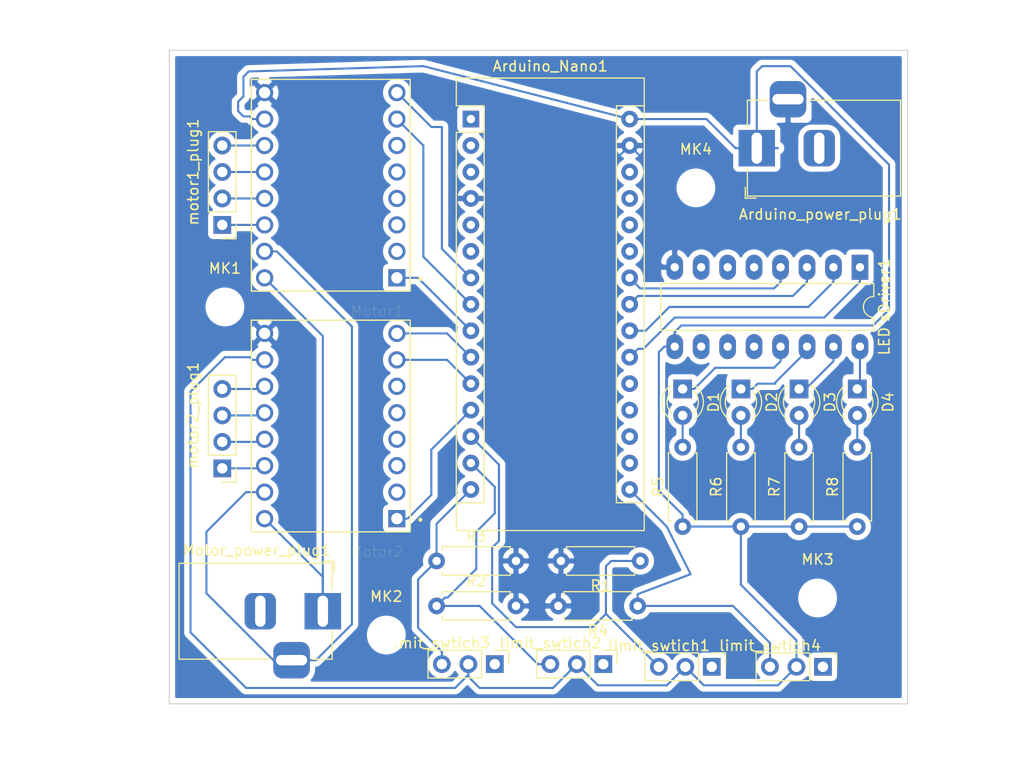
<source format=kicad_pcb>
(kicad_pcb (version 20171130) (host pcbnew 5.1.5-52549c5~84~ubuntu18.04.1)

  (general
    (thickness 1.6)
    (drawings 4)
    (tracks 195)
    (zones 0)
    (modules 28)
    (nets 70)
  )

  (page A3)
  (title_block
    (date "15 nov 2012")
  )

  (layers
    (0 F.Cu signal)
    (31 B.Cu signal)
    (32 B.Adhes user)
    (33 F.Adhes user)
    (34 B.Paste user)
    (35 F.Paste user)
    (36 B.SilkS user)
    (37 F.SilkS user)
    (38 B.Mask user)
    (39 F.Mask user)
    (40 Dwgs.User user)
    (41 Cmts.User user)
    (42 Eco1.User user)
    (43 Eco2.User user)
    (44 Edge.Cuts user)
  )

  (setup
    (last_trace_width 0.2)
    (trace_clearance 0.2)
    (zone_clearance 0.508)
    (zone_45_only no)
    (trace_min 0.1524)
    (via_size 0.9)
    (via_drill 0.6)
    (via_min_size 0.8)
    (via_min_drill 0.5)
    (uvia_size 0.5)
    (uvia_drill 0.1)
    (uvias_allowed no)
    (uvia_min_size 0.5)
    (uvia_min_drill 0.1)
    (edge_width 0.1)
    (segment_width 0.1)
    (pcb_text_width 0.3)
    (pcb_text_size 1 1)
    (mod_edge_width 0.15)
    (mod_text_size 1 1)
    (mod_text_width 0.15)
    (pad_size 2.5 2.5)
    (pad_drill 2.5)
    (pad_to_mask_clearance 0)
    (aux_axis_origin 200 150)
    (grid_origin 200 150)
    (visible_elements 7FFFFFFF)
    (pcbplotparams
      (layerselection 0x00030_80000001)
      (usegerberextensions true)
      (usegerberattributes false)
      (usegerberadvancedattributes false)
      (creategerberjobfile false)
      (excludeedgelayer true)
      (linewidth 0.150000)
      (plotframeref false)
      (viasonmask false)
      (mode 1)
      (useauxorigin false)
      (hpglpennumber 1)
      (hpglpenspeed 20)
      (hpglpendiameter 15.000000)
      (psnegative false)
      (psa4output false)
      (plotreference true)
      (plotvalue true)
      (plotinvisibletext false)
      (padsonsilk false)
      (subtractmaskfromsilk false)
      (outputformat 1)
      (mirror false)
      (drillshape 1)
      (scaleselection 1)
      (outputdirectory ""))
  )

  (net 0 "")
  (net 1 "Net-(Arduino_Nano1-Pad1)")
  (net 2 "Net-(Arduino_Nano1-Pad17)")
  (net 3 "Net-(Arduino_Nano1-Pad2)")
  (net 4 "Net-(Arduino_Nano1-Pad18)")
  (net 5 "Net-(Arduino_Nano1-Pad3)")
  (net 6 "Net-(Arduino_Nano1-Pad19)")
  (net 7 GND)
  (net 8 "Net-(Arduino_Nano1-Pad20)")
  (net 9 "Net-(Arduino_Nano1-Pad5)")
  (net 10 LED1)
  (net 11 "Net-(Arduino_Nano1-Pad6)")
  (net 12 LED2)
  (net 13 EN_motor1)
  (net 14 LED3)
  (net 15 Step_motor1)
  (net 16 LED4)
  (net 17 Dir_motor1)
  (net 18 "Net-(Arduino_Nano1-Pad25)")
  (net 19 Dir_motor2)
  (net 20 "Net-(Arduino_Nano1-Pad26)")
  (net 21 EN_motor2)
  (net 22 "Net-(Arduino_Nano1-Pad27)")
  (net 23 Step_motor2)
  (net 24 "Net-(Arduino_Nano1-Pad28)")
  (net 25 Limit_switch1)
  (net 26 Limit_switch2)
  (net 27 +5V)
  (net 28 Limit_switch3)
  (net 29 Limit_switch4)
  (net 30 "Net-(Arduino_power_plug1-Pad2)")
  (net 31 S_LED1)
  (net 32 "Net-(D1-Pad2)")
  (net 33 "Net-(D2-Pad2)")
  (net 34 S_LED2)
  (net 35 S_LED3)
  (net 36 "Net-(D3-Pad2)")
  (net 37 "Net-(D4-Pad2)")
  (net 38 S_LED4)
  (net 39 "Net-(LED'sDriver1-Pad10)")
  (net 40 "Net-(LED'sDriver1-Pad11)")
  (net 41 "Net-(LED'sDriver1-Pad12)")
  (net 42 "Net-(LED'sDriver1-Pad5)")
  (net 43 "Net-(LED'sDriver1-Pad6)")
  (net 44 "Net-(LED'sDriver1-Pad7)")
  (net 45 "Net-(limit_swtich1-Pad1)")
  (net 46 "Net-(limit_swtich2-Pad1)")
  (net 47 "Net-(limit_swtich3-Pad1)")
  (net 48 "Net-(limit_swtich4-Pad1)")
  (net 49 "Net-(Motor1-Pad4)")
  (net 50 motor1_2A)
  (net 51 "Net-(Motor1-Pad5)")
  (net 52 "Net-(Motor1-Pad6)")
  (net 53 "Net-(Motor1-Pad3)")
  (net 54 "Net-(Motor1-Pad2)")
  (net 55 motor1_2B)
  (net 56 GND_motor)
  (net 57 Vmot_1)
  (net 58 motor1_1A)
  (net 59 motor_1B)
  (net 60 moto2_1B)
  (net 61 motor2_1A)
  (net 62 motor2_2B)
  (net 63 "Net-(Motor2-Pad2)")
  (net 64 "Net-(Motor2-Pad3)")
  (net 65 "Net-(Motor2-Pad6)")
  (net 66 "Net-(Motor2-Pad5)")
  (net 67 motor2_2A)
  (net 68 "Net-(Motor2-Pad4)")
  (net 69 "Net-(Motor_power_plug1-Pad2)")

  (net_class Default "This is the default net class."
    (clearance 0.2)
    (trace_width 0.2)
    (via_dia 0.9)
    (via_drill 0.6)
    (uvia_dia 0.5)
    (uvia_drill 0.1)
    (add_net +5V)
    (add_net Dir_motor1)
    (add_net Dir_motor2)
    (add_net EN_motor1)
    (add_net EN_motor2)
    (add_net GND)
    (add_net GND_motor)
    (add_net LED1)
    (add_net LED2)
    (add_net LED3)
    (add_net LED4)
    (add_net Limit_switch1)
    (add_net Limit_switch2)
    (add_net Limit_switch3)
    (add_net Limit_switch4)
    (add_net "Net-(Arduino_Nano1-Pad1)")
    (add_net "Net-(Arduino_Nano1-Pad17)")
    (add_net "Net-(Arduino_Nano1-Pad18)")
    (add_net "Net-(Arduino_Nano1-Pad19)")
    (add_net "Net-(Arduino_Nano1-Pad2)")
    (add_net "Net-(Arduino_Nano1-Pad20)")
    (add_net "Net-(Arduino_Nano1-Pad25)")
    (add_net "Net-(Arduino_Nano1-Pad26)")
    (add_net "Net-(Arduino_Nano1-Pad27)")
    (add_net "Net-(Arduino_Nano1-Pad28)")
    (add_net "Net-(Arduino_Nano1-Pad3)")
    (add_net "Net-(Arduino_Nano1-Pad5)")
    (add_net "Net-(Arduino_Nano1-Pad6)")
    (add_net "Net-(Arduino_power_plug1-Pad2)")
    (add_net "Net-(D1-Pad2)")
    (add_net "Net-(D2-Pad2)")
    (add_net "Net-(D3-Pad2)")
    (add_net "Net-(D4-Pad2)")
    (add_net "Net-(LED'sDriver1-Pad10)")
    (add_net "Net-(LED'sDriver1-Pad11)")
    (add_net "Net-(LED'sDriver1-Pad12)")
    (add_net "Net-(LED'sDriver1-Pad5)")
    (add_net "Net-(LED'sDriver1-Pad6)")
    (add_net "Net-(LED'sDriver1-Pad7)")
    (add_net "Net-(Motor1-Pad2)")
    (add_net "Net-(Motor1-Pad3)")
    (add_net "Net-(Motor1-Pad4)")
    (add_net "Net-(Motor1-Pad5)")
    (add_net "Net-(Motor1-Pad6)")
    (add_net "Net-(Motor2-Pad2)")
    (add_net "Net-(Motor2-Pad3)")
    (add_net "Net-(Motor2-Pad4)")
    (add_net "Net-(Motor2-Pad5)")
    (add_net "Net-(Motor2-Pad6)")
    (add_net "Net-(Motor_power_plug1-Pad2)")
    (add_net "Net-(limit_swtich1-Pad1)")
    (add_net "Net-(limit_swtich2-Pad1)")
    (add_net "Net-(limit_swtich3-Pad1)")
    (add_net "Net-(limit_swtich4-Pad1)")
    (add_net S_LED1)
    (add_net S_LED2)
    (add_net S_LED3)
    (add_net S_LED4)
    (add_net Step_motor1)
    (add_net Step_motor2)
    (add_net Vmot_1)
    (add_net moto2_1B)
    (add_net motor1_1A)
    (add_net motor1_2A)
    (add_net motor1_2B)
    (add_net motor2_1A)
    (add_net motor2_2A)
    (add_net motor2_2B)
    (add_net motor_1B)
  )

  (net_class Power ""
    (clearance 0.2)
    (trace_width 0.5)
    (via_dia 1)
    (via_drill 0.7)
    (uvia_dia 0.5)
    (uvia_drill 0.1)
  )

  (module Connector_PinHeader_2.54mm:PinHeader_1x04_P2.54mm_Vertical (layer F.Cu) (tedit 59FED5CC) (tstamp 5F63E46D)
    (at 182.22 127.394 180)
    (descr "Through hole straight pin header, 1x04, 2.54mm pitch, single row")
    (tags "Through hole pin header THT 1x04 2.54mm single row")
    (path /5F65D5CE)
    (fp_text reference motor1_plug1 (at 2.794 5.08 90) (layer F.SilkS)
      (effects (font (size 1 1) (thickness 0.15)))
    )
    (fp_text value Conn_01x04_Male (at 0 9.95) (layer F.Fab)
      (effects (font (size 1 1) (thickness 0.15)))
    )
    (fp_text user %R (at 0 3.81 90) (layer F.Fab)
      (effects (font (size 1 1) (thickness 0.15)))
    )
    (fp_line (start 1.8 -1.8) (end -1.8 -1.8) (layer F.CrtYd) (width 0.05))
    (fp_line (start 1.8 9.4) (end 1.8 -1.8) (layer F.CrtYd) (width 0.05))
    (fp_line (start -1.8 9.4) (end 1.8 9.4) (layer F.CrtYd) (width 0.05))
    (fp_line (start -1.8 -1.8) (end -1.8 9.4) (layer F.CrtYd) (width 0.05))
    (fp_line (start -1.33 -1.33) (end 0 -1.33) (layer F.SilkS) (width 0.12))
    (fp_line (start -1.33 0) (end -1.33 -1.33) (layer F.SilkS) (width 0.12))
    (fp_line (start -1.33 1.27) (end 1.33 1.27) (layer F.SilkS) (width 0.12))
    (fp_line (start 1.33 1.27) (end 1.33 8.95) (layer F.SilkS) (width 0.12))
    (fp_line (start -1.33 1.27) (end -1.33 8.95) (layer F.SilkS) (width 0.12))
    (fp_line (start -1.33 8.95) (end 1.33 8.95) (layer F.SilkS) (width 0.12))
    (fp_line (start -1.27 -0.635) (end -0.635 -1.27) (layer F.Fab) (width 0.1))
    (fp_line (start -1.27 8.89) (end -1.27 -0.635) (layer F.Fab) (width 0.1))
    (fp_line (start 1.27 8.89) (end -1.27 8.89) (layer F.Fab) (width 0.1))
    (fp_line (start 1.27 -1.27) (end 1.27 8.89) (layer F.Fab) (width 0.1))
    (fp_line (start -0.635 -1.27) (end 1.27 -1.27) (layer F.Fab) (width 0.1))
    (pad 4 thru_hole oval (at 0 7.62 180) (size 1.7 1.7) (drill 1) (layers *.Cu *.Mask)
      (net 59 motor_1B))
    (pad 3 thru_hole oval (at 0 5.08 180) (size 1.7 1.7) (drill 1) (layers *.Cu *.Mask)
      (net 58 motor1_1A))
    (pad 2 thru_hole oval (at 0 2.54 180) (size 1.7 1.7) (drill 1) (layers *.Cu *.Mask)
      (net 50 motor1_2A))
    (pad 1 thru_hole rect (at 0 0 180) (size 1.7 1.7) (drill 1) (layers *.Cu *.Mask)
      (net 55 motor1_2B))
    (model ${KISYS3DMOD}/Connector_PinHeader_2.54mm.3dshapes/PinHeader_1x04_P2.54mm_Vertical.wrl
      (at (xyz 0 0 0))
      (scale (xyz 1 1 1))
      (rotate (xyz 0 0 0))
    )
  )

  (module MountingHole:MountingHole_2.7mm_M2.5 (layer F.Cu) (tedit 56D1B4CB) (tstamp 5F63DC31)
    (at 227.686 123.838)
    (descr "Mounting Hole 2.7mm, no annular, M2.5")
    (tags "mounting hole 2.7mm no annular m2.5")
    (path /5834FC4F)
    (attr virtual)
    (fp_text reference MK4 (at 0 -3.7) (layer F.SilkS)
      (effects (font (size 1 1) (thickness 0.15)))
    )
    (fp_text value M2.5 (at 0 3.7) (layer F.Fab)
      (effects (font (size 1 1) (thickness 0.15)))
    )
    (fp_circle (center 0 0) (end 2.95 0) (layer F.CrtYd) (width 0.05))
    (fp_circle (center 0 0) (end 2.7 0) (layer Cmts.User) (width 0.15))
    (fp_text user %R (at 0.3 0) (layer F.Fab)
      (effects (font (size 1 1) (thickness 0.15)))
    )
    (pad 1 np_thru_hole circle (at 0 0) (size 2.7 2.7) (drill 2.7) (layers *.Cu *.Mask))
  )

  (module MountingHole:MountingHole_2.7mm_M2.5 (layer F.Cu) (tedit 56D1B4CB) (tstamp 5F63DC29)
    (at 239.37 163.208)
    (descr "Mounting Hole 2.7mm, no annular, M2.5")
    (tags "mounting hole 2.7mm no annular m2.5")
    (path /5834FBEF)
    (attr virtual)
    (fp_text reference MK3 (at 0 -3.7) (layer F.SilkS)
      (effects (font (size 1 1) (thickness 0.15)))
    )
    (fp_text value M2.5 (at 0 3.7) (layer F.Fab)
      (effects (font (size 1 1) (thickness 0.15)))
    )
    (fp_circle (center 0 0) (end 2.95 0) (layer F.CrtYd) (width 0.05))
    (fp_circle (center 0 0) (end 2.7 0) (layer Cmts.User) (width 0.15))
    (fp_text user %R (at 0.3 0) (layer F.Fab)
      (effects (font (size 1 1) (thickness 0.15)))
    )
    (pad 1 np_thru_hole circle (at 0 0) (size 2.7 2.7) (drill 2.7) (layers *.Cu *.Mask))
  )

  (module MountingHole:MountingHole_2.7mm_M2.5 (layer F.Cu) (tedit 56D1B4CB) (tstamp 5F63E4B2)
    (at 197.968 166.764)
    (descr "Mounting Hole 2.7mm, no annular, M2.5")
    (tags "mounting hole 2.7mm no annular m2.5")
    (path /5834FC19)
    (attr virtual)
    (fp_text reference MK2 (at 0 -3.7) (layer F.SilkS)
      (effects (font (size 1 1) (thickness 0.15)))
    )
    (fp_text value M2.5 (at 0 3.7) (layer F.Fab)
      (effects (font (size 1 1) (thickness 0.15)))
    )
    (fp_circle (center 0 0) (end 2.95 0) (layer F.CrtYd) (width 0.05))
    (fp_circle (center 0 0) (end 2.7 0) (layer Cmts.User) (width 0.15))
    (fp_text user %R (at 0.3 0) (layer F.Fab)
      (effects (font (size 1 1) (thickness 0.15)))
    )
    (pad 1 np_thru_hole circle (at 0 0) (size 2.7 2.7) (drill 2.7) (layers *.Cu *.Mask))
  )

  (module MountingHole:MountingHole_2.7mm_M2.5 (layer F.Cu) (tedit 56D1B4CB) (tstamp 5F63DC19)
    (at 182.474 135.268)
    (descr "Mounting Hole 2.7mm, no annular, M2.5")
    (tags "mounting hole 2.7mm no annular m2.5")
    (path /5834FB2E)
    (attr virtual)
    (fp_text reference MK1 (at 0 -3.7) (layer F.SilkS)
      (effects (font (size 1 1) (thickness 0.15)))
    )
    (fp_text value M2.5 (at 0 3.7) (layer F.Fab)
      (effects (font (size 1 1) (thickness 0.15)))
    )
    (fp_circle (center 0 0) (end 2.95 0) (layer F.CrtYd) (width 0.05))
    (fp_circle (center 0 0) (end 2.7 0) (layer Cmts.User) (width 0.15))
    (fp_text user %R (at 0.3 0) (layer F.Fab)
      (effects (font (size 1 1) (thickness 0.15)))
    )
    (pad 1 np_thru_hole circle (at 0 0) (size 2.7 2.7) (drill 2.7) (layers *.Cu *.Mask))
  )

  (module Resistor_THT:R_Axial_DIN0207_L6.3mm_D2.5mm_P7.62mm_Horizontal (layer F.Cu) (tedit 5AE5139B) (tstamp 5F63C48F)
    (at 243.18 156.35 90)
    (descr "Resistor, Axial_DIN0207 series, Axial, Horizontal, pin pitch=7.62mm, 0.25W = 1/4W, length*diameter=6.3*2.5mm^2, http://cdn-reichelt.de/documents/datenblatt/B400/1_4W%23YAG.pdf")
    (tags "Resistor Axial_DIN0207 series Axial Horizontal pin pitch 7.62mm 0.25W = 1/4W length 6.3mm diameter 2.5mm")
    (path /5F9957FF)
    (fp_text reference R8 (at 3.81 -2.37 90) (layer F.SilkS)
      (effects (font (size 1 1) (thickness 0.15)))
    )
    (fp_text value 220 (at 3.81 2.37 90) (layer F.Fab)
      (effects (font (size 1 1) (thickness 0.15)))
    )
    (fp_text user %R (at 3.81 0 90) (layer F.Fab)
      (effects (font (size 1 1) (thickness 0.15)))
    )
    (fp_line (start 8.67 -1.5) (end -1.05 -1.5) (layer F.CrtYd) (width 0.05))
    (fp_line (start 8.67 1.5) (end 8.67 -1.5) (layer F.CrtYd) (width 0.05))
    (fp_line (start -1.05 1.5) (end 8.67 1.5) (layer F.CrtYd) (width 0.05))
    (fp_line (start -1.05 -1.5) (end -1.05 1.5) (layer F.CrtYd) (width 0.05))
    (fp_line (start 7.08 1.37) (end 7.08 1.04) (layer F.SilkS) (width 0.12))
    (fp_line (start 0.54 1.37) (end 7.08 1.37) (layer F.SilkS) (width 0.12))
    (fp_line (start 0.54 1.04) (end 0.54 1.37) (layer F.SilkS) (width 0.12))
    (fp_line (start 7.08 -1.37) (end 7.08 -1.04) (layer F.SilkS) (width 0.12))
    (fp_line (start 0.54 -1.37) (end 7.08 -1.37) (layer F.SilkS) (width 0.12))
    (fp_line (start 0.54 -1.04) (end 0.54 -1.37) (layer F.SilkS) (width 0.12))
    (fp_line (start 7.62 0) (end 6.96 0) (layer F.Fab) (width 0.1))
    (fp_line (start 0 0) (end 0.66 0) (layer F.Fab) (width 0.1))
    (fp_line (start 6.96 -1.25) (end 0.66 -1.25) (layer F.Fab) (width 0.1))
    (fp_line (start 6.96 1.25) (end 6.96 -1.25) (layer F.Fab) (width 0.1))
    (fp_line (start 0.66 1.25) (end 6.96 1.25) (layer F.Fab) (width 0.1))
    (fp_line (start 0.66 -1.25) (end 0.66 1.25) (layer F.Fab) (width 0.1))
    (pad 2 thru_hole oval (at 7.62 0 90) (size 1.6 1.6) (drill 0.8) (layers *.Cu *.Mask)
      (net 37 "Net-(D4-Pad2)"))
    (pad 1 thru_hole circle (at 0 0 90) (size 1.6 1.6) (drill 0.8) (layers *.Cu *.Mask)
      (net 27 +5V))
    (model ${KISYS3DMOD}/Resistor_THT.3dshapes/R_Axial_DIN0207_L6.3mm_D2.5mm_P7.62mm_Horizontal.wrl
      (at (xyz 0 0 0))
      (scale (xyz 1 1 1))
      (rotate (xyz 0 0 0))
    )
  )

  (module Resistor_THT:R_Axial_DIN0207_L6.3mm_D2.5mm_P7.62mm_Horizontal (layer F.Cu) (tedit 5AE5139B) (tstamp 5F63C4D1)
    (at 237.592 156.35 90)
    (descr "Resistor, Axial_DIN0207 series, Axial, Horizontal, pin pitch=7.62mm, 0.25W = 1/4W, length*diameter=6.3*2.5mm^2, http://cdn-reichelt.de/documents/datenblatt/B400/1_4W%23YAG.pdf")
    (tags "Resistor Axial_DIN0207 series Axial Horizontal pin pitch 7.62mm 0.25W = 1/4W length 6.3mm diameter 2.5mm")
    (path /5F995E4F)
    (fp_text reference R7 (at 3.81 -2.37 90) (layer F.SilkS)
      (effects (font (size 1 1) (thickness 0.15)))
    )
    (fp_text value 220 (at 3.81 2.37 90) (layer F.Fab)
      (effects (font (size 1 1) (thickness 0.15)))
    )
    (fp_text user %R (at 3.81 0 90) (layer F.Fab)
      (effects (font (size 1 1) (thickness 0.15)))
    )
    (fp_line (start 8.67 -1.5) (end -1.05 -1.5) (layer F.CrtYd) (width 0.05))
    (fp_line (start 8.67 1.5) (end 8.67 -1.5) (layer F.CrtYd) (width 0.05))
    (fp_line (start -1.05 1.5) (end 8.67 1.5) (layer F.CrtYd) (width 0.05))
    (fp_line (start -1.05 -1.5) (end -1.05 1.5) (layer F.CrtYd) (width 0.05))
    (fp_line (start 7.08 1.37) (end 7.08 1.04) (layer F.SilkS) (width 0.12))
    (fp_line (start 0.54 1.37) (end 7.08 1.37) (layer F.SilkS) (width 0.12))
    (fp_line (start 0.54 1.04) (end 0.54 1.37) (layer F.SilkS) (width 0.12))
    (fp_line (start 7.08 -1.37) (end 7.08 -1.04) (layer F.SilkS) (width 0.12))
    (fp_line (start 0.54 -1.37) (end 7.08 -1.37) (layer F.SilkS) (width 0.12))
    (fp_line (start 0.54 -1.04) (end 0.54 -1.37) (layer F.SilkS) (width 0.12))
    (fp_line (start 7.62 0) (end 6.96 0) (layer F.Fab) (width 0.1))
    (fp_line (start 0 0) (end 0.66 0) (layer F.Fab) (width 0.1))
    (fp_line (start 6.96 -1.25) (end 0.66 -1.25) (layer F.Fab) (width 0.1))
    (fp_line (start 6.96 1.25) (end 6.96 -1.25) (layer F.Fab) (width 0.1))
    (fp_line (start 0.66 1.25) (end 6.96 1.25) (layer F.Fab) (width 0.1))
    (fp_line (start 0.66 -1.25) (end 0.66 1.25) (layer F.Fab) (width 0.1))
    (pad 2 thru_hole oval (at 7.62 0 90) (size 1.6 1.6) (drill 0.8) (layers *.Cu *.Mask)
      (net 36 "Net-(D3-Pad2)"))
    (pad 1 thru_hole circle (at 0 0 90) (size 1.6 1.6) (drill 0.8) (layers *.Cu *.Mask)
      (net 27 +5V))
    (model ${KISYS3DMOD}/Resistor_THT.3dshapes/R_Axial_DIN0207_L6.3mm_D2.5mm_P7.62mm_Horizontal.wrl
      (at (xyz 0 0 0))
      (scale (xyz 1 1 1))
      (rotate (xyz 0 0 0))
    )
  )

  (module Resistor_THT:R_Axial_DIN0207_L6.3mm_D2.5mm_P7.62mm_Horizontal (layer F.Cu) (tedit 5AE5139B) (tstamp 5F63C44D)
    (at 232.004 156.35 90)
    (descr "Resistor, Axial_DIN0207 series, Axial, Horizontal, pin pitch=7.62mm, 0.25W = 1/4W, length*diameter=6.3*2.5mm^2, http://cdn-reichelt.de/documents/datenblatt/B400/1_4W%23YAG.pdf")
    (tags "Resistor Axial_DIN0207 series Axial Horizontal pin pitch 7.62mm 0.25W = 1/4W length 6.3mm diameter 2.5mm")
    (path /5F995B3C)
    (fp_text reference R6 (at 3.81 -2.37 90) (layer F.SilkS)
      (effects (font (size 1 1) (thickness 0.15)))
    )
    (fp_text value 220 (at 3.81 2.37 90) (layer F.Fab)
      (effects (font (size 1 1) (thickness 0.15)))
    )
    (fp_text user %R (at 3.81 0 90) (layer F.Fab)
      (effects (font (size 1 1) (thickness 0.15)))
    )
    (fp_line (start 8.67 -1.5) (end -1.05 -1.5) (layer F.CrtYd) (width 0.05))
    (fp_line (start 8.67 1.5) (end 8.67 -1.5) (layer F.CrtYd) (width 0.05))
    (fp_line (start -1.05 1.5) (end 8.67 1.5) (layer F.CrtYd) (width 0.05))
    (fp_line (start -1.05 -1.5) (end -1.05 1.5) (layer F.CrtYd) (width 0.05))
    (fp_line (start 7.08 1.37) (end 7.08 1.04) (layer F.SilkS) (width 0.12))
    (fp_line (start 0.54 1.37) (end 7.08 1.37) (layer F.SilkS) (width 0.12))
    (fp_line (start 0.54 1.04) (end 0.54 1.37) (layer F.SilkS) (width 0.12))
    (fp_line (start 7.08 -1.37) (end 7.08 -1.04) (layer F.SilkS) (width 0.12))
    (fp_line (start 0.54 -1.37) (end 7.08 -1.37) (layer F.SilkS) (width 0.12))
    (fp_line (start 0.54 -1.04) (end 0.54 -1.37) (layer F.SilkS) (width 0.12))
    (fp_line (start 7.62 0) (end 6.96 0) (layer F.Fab) (width 0.1))
    (fp_line (start 0 0) (end 0.66 0) (layer F.Fab) (width 0.1))
    (fp_line (start 6.96 -1.25) (end 0.66 -1.25) (layer F.Fab) (width 0.1))
    (fp_line (start 6.96 1.25) (end 6.96 -1.25) (layer F.Fab) (width 0.1))
    (fp_line (start 0.66 1.25) (end 6.96 1.25) (layer F.Fab) (width 0.1))
    (fp_line (start 0.66 -1.25) (end 0.66 1.25) (layer F.Fab) (width 0.1))
    (pad 2 thru_hole oval (at 7.62 0 90) (size 1.6 1.6) (drill 0.8) (layers *.Cu *.Mask)
      (net 33 "Net-(D2-Pad2)"))
    (pad 1 thru_hole circle (at 0 0 90) (size 1.6 1.6) (drill 0.8) (layers *.Cu *.Mask)
      (net 27 +5V))
    (model ${KISYS3DMOD}/Resistor_THT.3dshapes/R_Axial_DIN0207_L6.3mm_D2.5mm_P7.62mm_Horizontal.wrl
      (at (xyz 0 0 0))
      (scale (xyz 1 1 1))
      (rotate (xyz 0 0 0))
    )
  )

  (module Resistor_THT:R_Axial_DIN0207_L6.3mm_D2.5mm_P7.62mm_Horizontal (layer F.Cu) (tedit 5AE5139B) (tstamp 5F639AF8)
    (at 226.416 156.35 90)
    (descr "Resistor, Axial_DIN0207 series, Axial, Horizontal, pin pitch=7.62mm, 0.25W = 1/4W, length*diameter=6.3*2.5mm^2, http://cdn-reichelt.de/documents/datenblatt/B400/1_4W%23YAG.pdf")
    (tags "Resistor Axial_DIN0207 series Axial Horizontal pin pitch 7.62mm 0.25W = 1/4W length 6.3mm diameter 2.5mm")
    (path /5F993EF3)
    (fp_text reference R5 (at 3.81 -2.37 90) (layer F.SilkS)
      (effects (font (size 1 1) (thickness 0.15)))
    )
    (fp_text value 220 (at 3.81 2.37 90) (layer F.Fab)
      (effects (font (size 1 1) (thickness 0.15)))
    )
    (fp_text user %R (at 3.81 0 90) (layer F.Fab)
      (effects (font (size 1 1) (thickness 0.15)))
    )
    (fp_line (start 8.67 -1.5) (end -1.05 -1.5) (layer F.CrtYd) (width 0.05))
    (fp_line (start 8.67 1.5) (end 8.67 -1.5) (layer F.CrtYd) (width 0.05))
    (fp_line (start -1.05 1.5) (end 8.67 1.5) (layer F.CrtYd) (width 0.05))
    (fp_line (start -1.05 -1.5) (end -1.05 1.5) (layer F.CrtYd) (width 0.05))
    (fp_line (start 7.08 1.37) (end 7.08 1.04) (layer F.SilkS) (width 0.12))
    (fp_line (start 0.54 1.37) (end 7.08 1.37) (layer F.SilkS) (width 0.12))
    (fp_line (start 0.54 1.04) (end 0.54 1.37) (layer F.SilkS) (width 0.12))
    (fp_line (start 7.08 -1.37) (end 7.08 -1.04) (layer F.SilkS) (width 0.12))
    (fp_line (start 0.54 -1.37) (end 7.08 -1.37) (layer F.SilkS) (width 0.12))
    (fp_line (start 0.54 -1.04) (end 0.54 -1.37) (layer F.SilkS) (width 0.12))
    (fp_line (start 7.62 0) (end 6.96 0) (layer F.Fab) (width 0.1))
    (fp_line (start 0 0) (end 0.66 0) (layer F.Fab) (width 0.1))
    (fp_line (start 6.96 -1.25) (end 0.66 -1.25) (layer F.Fab) (width 0.1))
    (fp_line (start 6.96 1.25) (end 6.96 -1.25) (layer F.Fab) (width 0.1))
    (fp_line (start 0.66 1.25) (end 6.96 1.25) (layer F.Fab) (width 0.1))
    (fp_line (start 0.66 -1.25) (end 0.66 1.25) (layer F.Fab) (width 0.1))
    (pad 2 thru_hole oval (at 7.62 0 90) (size 1.6 1.6) (drill 0.8) (layers *.Cu *.Mask)
      (net 32 "Net-(D1-Pad2)"))
    (pad 1 thru_hole circle (at 0 0 90) (size 1.6 1.6) (drill 0.8) (layers *.Cu *.Mask)
      (net 27 +5V))
    (model ${KISYS3DMOD}/Resistor_THT.3dshapes/R_Axial_DIN0207_L6.3mm_D2.5mm_P7.62mm_Horizontal.wrl
      (at (xyz 0 0 0))
      (scale (xyz 1 1 1))
      (rotate (xyz 0 0 0))
    )
  )

  (module Resistor_THT:R_Axial_DIN0207_L6.3mm_D2.5mm_P7.62mm_Horizontal (layer F.Cu) (tedit 5AE5139B) (tstamp 5F639AE1)
    (at 222.098 163.97 180)
    (descr "Resistor, Axial_DIN0207 series, Axial, Horizontal, pin pitch=7.62mm, 0.25W = 1/4W, length*diameter=6.3*2.5mm^2, http://cdn-reichelt.de/documents/datenblatt/B400/1_4W%23YAG.pdf")
    (tags "Resistor Axial_DIN0207 series Axial Horizontal pin pitch 7.62mm 0.25W = 1/4W length 6.3mm diameter 2.5mm")
    (path /5F73F579)
    (fp_text reference R4 (at 3.81 -2.37) (layer F.SilkS)
      (effects (font (size 1 1) (thickness 0.15)))
    )
    (fp_text value 10K (at 3.81 2.37) (layer F.Fab)
      (effects (font (size 1 1) (thickness 0.15)))
    )
    (fp_text user %R (at 3.81 0) (layer F.Fab)
      (effects (font (size 1 1) (thickness 0.15)))
    )
    (fp_line (start 8.67 -1.5) (end -1.05 -1.5) (layer F.CrtYd) (width 0.05))
    (fp_line (start 8.67 1.5) (end 8.67 -1.5) (layer F.CrtYd) (width 0.05))
    (fp_line (start -1.05 1.5) (end 8.67 1.5) (layer F.CrtYd) (width 0.05))
    (fp_line (start -1.05 -1.5) (end -1.05 1.5) (layer F.CrtYd) (width 0.05))
    (fp_line (start 7.08 1.37) (end 7.08 1.04) (layer F.SilkS) (width 0.12))
    (fp_line (start 0.54 1.37) (end 7.08 1.37) (layer F.SilkS) (width 0.12))
    (fp_line (start 0.54 1.04) (end 0.54 1.37) (layer F.SilkS) (width 0.12))
    (fp_line (start 7.08 -1.37) (end 7.08 -1.04) (layer F.SilkS) (width 0.12))
    (fp_line (start 0.54 -1.37) (end 7.08 -1.37) (layer F.SilkS) (width 0.12))
    (fp_line (start 0.54 -1.04) (end 0.54 -1.37) (layer F.SilkS) (width 0.12))
    (fp_line (start 7.62 0) (end 6.96 0) (layer F.Fab) (width 0.1))
    (fp_line (start 0 0) (end 0.66 0) (layer F.Fab) (width 0.1))
    (fp_line (start 6.96 -1.25) (end 0.66 -1.25) (layer F.Fab) (width 0.1))
    (fp_line (start 6.96 1.25) (end 6.96 -1.25) (layer F.Fab) (width 0.1))
    (fp_line (start 0.66 1.25) (end 6.96 1.25) (layer F.Fab) (width 0.1))
    (fp_line (start 0.66 -1.25) (end 0.66 1.25) (layer F.Fab) (width 0.1))
    (pad 2 thru_hole oval (at 7.62 0 180) (size 1.6 1.6) (drill 0.8) (layers *.Cu *.Mask)
      (net 7 GND))
    (pad 1 thru_hole circle (at 0 0 180) (size 1.6 1.6) (drill 0.8) (layers *.Cu *.Mask)
      (net 29 Limit_switch4))
    (model ${KISYS3DMOD}/Resistor_THT.3dshapes/R_Axial_DIN0207_L6.3mm_D2.5mm_P7.62mm_Horizontal.wrl
      (at (xyz 0 0 0))
      (scale (xyz 1 1 1))
      (rotate (xyz 0 0 0))
    )
  )

  (module Resistor_THT:R_Axial_DIN0207_L6.3mm_D2.5mm_P7.62mm_Horizontal (layer F.Cu) (tedit 5AE5139B) (tstamp 5F639ACA)
    (at 202.794 159.652)
    (descr "Resistor, Axial_DIN0207 series, Axial, Horizontal, pin pitch=7.62mm, 0.25W = 1/4W, length*diameter=6.3*2.5mm^2, http://cdn-reichelt.de/documents/datenblatt/B400/1_4W%23YAG.pdf")
    (tags "Resistor Axial_DIN0207 series Axial Horizontal pin pitch 7.62mm 0.25W = 1/4W length 6.3mm diameter 2.5mm")
    (path /5F73EA80)
    (fp_text reference R3 (at 3.81 -2.37) (layer F.SilkS)
      (effects (font (size 1 1) (thickness 0.15)))
    )
    (fp_text value 10K (at 3.81 2.37) (layer F.Fab)
      (effects (font (size 1 1) (thickness 0.15)))
    )
    (fp_text user %R (at 3.81 0) (layer F.Fab)
      (effects (font (size 1 1) (thickness 0.15)))
    )
    (fp_line (start 8.67 -1.5) (end -1.05 -1.5) (layer F.CrtYd) (width 0.05))
    (fp_line (start 8.67 1.5) (end 8.67 -1.5) (layer F.CrtYd) (width 0.05))
    (fp_line (start -1.05 1.5) (end 8.67 1.5) (layer F.CrtYd) (width 0.05))
    (fp_line (start -1.05 -1.5) (end -1.05 1.5) (layer F.CrtYd) (width 0.05))
    (fp_line (start 7.08 1.37) (end 7.08 1.04) (layer F.SilkS) (width 0.12))
    (fp_line (start 0.54 1.37) (end 7.08 1.37) (layer F.SilkS) (width 0.12))
    (fp_line (start 0.54 1.04) (end 0.54 1.37) (layer F.SilkS) (width 0.12))
    (fp_line (start 7.08 -1.37) (end 7.08 -1.04) (layer F.SilkS) (width 0.12))
    (fp_line (start 0.54 -1.37) (end 7.08 -1.37) (layer F.SilkS) (width 0.12))
    (fp_line (start 0.54 -1.04) (end 0.54 -1.37) (layer F.SilkS) (width 0.12))
    (fp_line (start 7.62 0) (end 6.96 0) (layer F.Fab) (width 0.1))
    (fp_line (start 0 0) (end 0.66 0) (layer F.Fab) (width 0.1))
    (fp_line (start 6.96 -1.25) (end 0.66 -1.25) (layer F.Fab) (width 0.1))
    (fp_line (start 6.96 1.25) (end 6.96 -1.25) (layer F.Fab) (width 0.1))
    (fp_line (start 0.66 1.25) (end 6.96 1.25) (layer F.Fab) (width 0.1))
    (fp_line (start 0.66 -1.25) (end 0.66 1.25) (layer F.Fab) (width 0.1))
    (pad 2 thru_hole oval (at 7.62 0) (size 1.6 1.6) (drill 0.8) (layers *.Cu *.Mask)
      (net 7 GND))
    (pad 1 thru_hole circle (at 0 0) (size 1.6 1.6) (drill 0.8) (layers *.Cu *.Mask)
      (net 28 Limit_switch3))
    (model ${KISYS3DMOD}/Resistor_THT.3dshapes/R_Axial_DIN0207_L6.3mm_D2.5mm_P7.62mm_Horizontal.wrl
      (at (xyz 0 0 0))
      (scale (xyz 1 1 1))
      (rotate (xyz 0 0 0))
    )
  )

  (module Resistor_THT:R_Axial_DIN0207_L6.3mm_D2.5mm_P7.62mm_Horizontal (layer F.Cu) (tedit 5AE5139B) (tstamp 5F639AB3)
    (at 202.794 163.97)
    (descr "Resistor, Axial_DIN0207 series, Axial, Horizontal, pin pitch=7.62mm, 0.25W = 1/4W, length*diameter=6.3*2.5mm^2, http://cdn-reichelt.de/documents/datenblatt/B400/1_4W%23YAG.pdf")
    (tags "Resistor Axial_DIN0207 series Axial Horizontal pin pitch 7.62mm 0.25W = 1/4W length 6.3mm diameter 2.5mm")
    (path /5F73F15B)
    (fp_text reference R2 (at 3.81 -2.37) (layer F.SilkS)
      (effects (font (size 1 1) (thickness 0.15)))
    )
    (fp_text value 10K (at 3.81 2.37) (layer F.Fab)
      (effects (font (size 1 1) (thickness 0.15)))
    )
    (fp_text user %R (at 3.81 0) (layer F.Fab)
      (effects (font (size 1 1) (thickness 0.15)))
    )
    (fp_line (start 8.67 -1.5) (end -1.05 -1.5) (layer F.CrtYd) (width 0.05))
    (fp_line (start 8.67 1.5) (end 8.67 -1.5) (layer F.CrtYd) (width 0.05))
    (fp_line (start -1.05 1.5) (end 8.67 1.5) (layer F.CrtYd) (width 0.05))
    (fp_line (start -1.05 -1.5) (end -1.05 1.5) (layer F.CrtYd) (width 0.05))
    (fp_line (start 7.08 1.37) (end 7.08 1.04) (layer F.SilkS) (width 0.12))
    (fp_line (start 0.54 1.37) (end 7.08 1.37) (layer F.SilkS) (width 0.12))
    (fp_line (start 0.54 1.04) (end 0.54 1.37) (layer F.SilkS) (width 0.12))
    (fp_line (start 7.08 -1.37) (end 7.08 -1.04) (layer F.SilkS) (width 0.12))
    (fp_line (start 0.54 -1.37) (end 7.08 -1.37) (layer F.SilkS) (width 0.12))
    (fp_line (start 0.54 -1.04) (end 0.54 -1.37) (layer F.SilkS) (width 0.12))
    (fp_line (start 7.62 0) (end 6.96 0) (layer F.Fab) (width 0.1))
    (fp_line (start 0 0) (end 0.66 0) (layer F.Fab) (width 0.1))
    (fp_line (start 6.96 -1.25) (end 0.66 -1.25) (layer F.Fab) (width 0.1))
    (fp_line (start 6.96 1.25) (end 6.96 -1.25) (layer F.Fab) (width 0.1))
    (fp_line (start 0.66 1.25) (end 6.96 1.25) (layer F.Fab) (width 0.1))
    (fp_line (start 0.66 -1.25) (end 0.66 1.25) (layer F.Fab) (width 0.1))
    (pad 2 thru_hole oval (at 7.62 0) (size 1.6 1.6) (drill 0.8) (layers *.Cu *.Mask)
      (net 7 GND))
    (pad 1 thru_hole circle (at 0 0) (size 1.6 1.6) (drill 0.8) (layers *.Cu *.Mask)
      (net 26 Limit_switch2))
    (model ${KISYS3DMOD}/Resistor_THT.3dshapes/R_Axial_DIN0207_L6.3mm_D2.5mm_P7.62mm_Horizontal.wrl
      (at (xyz 0 0 0))
      (scale (xyz 1 1 1))
      (rotate (xyz 0 0 0))
    )
  )

  (module Resistor_THT:R_Axial_DIN0207_L6.3mm_D2.5mm_P7.62mm_Horizontal (layer F.Cu) (tedit 5AE5139B) (tstamp 5F639A9C)
    (at 222.352 159.652 180)
    (descr "Resistor, Axial_DIN0207 series, Axial, Horizontal, pin pitch=7.62mm, 0.25W = 1/4W, length*diameter=6.3*2.5mm^2, http://cdn-reichelt.de/documents/datenblatt/B400/1_4W%23YAG.pdf")
    (tags "Resistor Axial_DIN0207 series Axial Horizontal pin pitch 7.62mm 0.25W = 1/4W length 6.3mm diameter 2.5mm")
    (path /5F73E250)
    (fp_text reference R1 (at 3.81 -2.37) (layer F.SilkS)
      (effects (font (size 1 1) (thickness 0.15)))
    )
    (fp_text value 10K (at 3.81 2.37) (layer F.Fab)
      (effects (font (size 1 1) (thickness 0.15)))
    )
    (fp_text user %R (at 3.81 0) (layer F.Fab)
      (effects (font (size 1 1) (thickness 0.15)))
    )
    (fp_line (start 8.67 -1.5) (end -1.05 -1.5) (layer F.CrtYd) (width 0.05))
    (fp_line (start 8.67 1.5) (end 8.67 -1.5) (layer F.CrtYd) (width 0.05))
    (fp_line (start -1.05 1.5) (end 8.67 1.5) (layer F.CrtYd) (width 0.05))
    (fp_line (start -1.05 -1.5) (end -1.05 1.5) (layer F.CrtYd) (width 0.05))
    (fp_line (start 7.08 1.37) (end 7.08 1.04) (layer F.SilkS) (width 0.12))
    (fp_line (start 0.54 1.37) (end 7.08 1.37) (layer F.SilkS) (width 0.12))
    (fp_line (start 0.54 1.04) (end 0.54 1.37) (layer F.SilkS) (width 0.12))
    (fp_line (start 7.08 -1.37) (end 7.08 -1.04) (layer F.SilkS) (width 0.12))
    (fp_line (start 0.54 -1.37) (end 7.08 -1.37) (layer F.SilkS) (width 0.12))
    (fp_line (start 0.54 -1.04) (end 0.54 -1.37) (layer F.SilkS) (width 0.12))
    (fp_line (start 7.62 0) (end 6.96 0) (layer F.Fab) (width 0.1))
    (fp_line (start 0 0) (end 0.66 0) (layer F.Fab) (width 0.1))
    (fp_line (start 6.96 -1.25) (end 0.66 -1.25) (layer F.Fab) (width 0.1))
    (fp_line (start 6.96 1.25) (end 6.96 -1.25) (layer F.Fab) (width 0.1))
    (fp_line (start 0.66 1.25) (end 6.96 1.25) (layer F.Fab) (width 0.1))
    (fp_line (start 0.66 -1.25) (end 0.66 1.25) (layer F.Fab) (width 0.1))
    (pad 2 thru_hole oval (at 7.62 0 180) (size 1.6 1.6) (drill 0.8) (layers *.Cu *.Mask)
      (net 7 GND))
    (pad 1 thru_hole circle (at 0 0 180) (size 1.6 1.6) (drill 0.8) (layers *.Cu *.Mask)
      (net 25 Limit_switch1))
    (model ${KISYS3DMOD}/Resistor_THT.3dshapes/R_Axial_DIN0207_L6.3mm_D2.5mm_P7.62mm_Horizontal.wrl
      (at (xyz 0 0 0))
      (scale (xyz 1 1 1))
      (rotate (xyz 0 0 0))
    )
  )

  (module Connector_BarrelJack:BarrelJack_Horizontal (layer F.Cu) (tedit 5A1DBF6A) (tstamp 5F63FCA7)
    (at 191.872 164.478)
    (descr "DC Barrel Jack")
    (tags "Power Jack")
    (path /5F81EFFC)
    (fp_text reference Motor_power_plug1 (at -6.35 -5.842) (layer F.SilkS)
      (effects (font (size 1 1) (thickness 0.15)))
    )
    (fp_text value Conn_01x03_Female (at -6.2 -5.5) (layer F.Fab)
      (effects (font (size 1 1) (thickness 0.15)))
    )
    (fp_line (start 0 -4.5) (end -13.7 -4.5) (layer F.Fab) (width 0.1))
    (fp_line (start 0.8 4.5) (end 0.8 -3.75) (layer F.Fab) (width 0.1))
    (fp_line (start -13.7 4.5) (end 0.8 4.5) (layer F.Fab) (width 0.1))
    (fp_line (start -13.7 -4.5) (end -13.7 4.5) (layer F.Fab) (width 0.1))
    (fp_line (start -10.2 -4.5) (end -10.2 4.5) (layer F.Fab) (width 0.1))
    (fp_line (start 0.9 -4.6) (end 0.9 -2) (layer F.SilkS) (width 0.12))
    (fp_line (start -13.8 -4.6) (end 0.9 -4.6) (layer F.SilkS) (width 0.12))
    (fp_line (start 0.9 4.6) (end -1 4.6) (layer F.SilkS) (width 0.12))
    (fp_line (start 0.9 1.9) (end 0.9 4.6) (layer F.SilkS) (width 0.12))
    (fp_line (start -13.8 4.6) (end -13.8 -4.6) (layer F.SilkS) (width 0.12))
    (fp_line (start -5 4.6) (end -13.8 4.6) (layer F.SilkS) (width 0.12))
    (fp_line (start -14 4.75) (end -14 -4.75) (layer F.CrtYd) (width 0.05))
    (fp_line (start -5 4.75) (end -14 4.75) (layer F.CrtYd) (width 0.05))
    (fp_line (start -5 6.75) (end -5 4.75) (layer F.CrtYd) (width 0.05))
    (fp_line (start -1 6.75) (end -5 6.75) (layer F.CrtYd) (width 0.05))
    (fp_line (start -1 4.75) (end -1 6.75) (layer F.CrtYd) (width 0.05))
    (fp_line (start 1 4.75) (end -1 4.75) (layer F.CrtYd) (width 0.05))
    (fp_line (start 1 2) (end 1 4.75) (layer F.CrtYd) (width 0.05))
    (fp_line (start 2 2) (end 1 2) (layer F.CrtYd) (width 0.05))
    (fp_line (start 2 -2) (end 2 2) (layer F.CrtYd) (width 0.05))
    (fp_line (start 1 -2) (end 2 -2) (layer F.CrtYd) (width 0.05))
    (fp_line (start 1 -4.5) (end 1 -2) (layer F.CrtYd) (width 0.05))
    (fp_line (start 1 -4.75) (end -14 -4.75) (layer F.CrtYd) (width 0.05))
    (fp_line (start 1 -4.5) (end 1 -4.75) (layer F.CrtYd) (width 0.05))
    (fp_line (start 0.05 -4.8) (end 1.1 -4.8) (layer F.SilkS) (width 0.12))
    (fp_line (start 1.1 -3.75) (end 1.1 -4.8) (layer F.SilkS) (width 0.12))
    (fp_line (start -0.003213 -4.505425) (end 0.8 -3.75) (layer F.Fab) (width 0.1))
    (fp_text user %R (at -3 -2.95) (layer F.Fab)
      (effects (font (size 1 1) (thickness 0.15)))
    )
    (pad 3 thru_hole roundrect (at -3 4.7) (size 3.5 3.5) (drill oval 3 1) (layers *.Cu *.Mask) (roundrect_rratio 0.25)
      (net 56 GND_motor))
    (pad 2 thru_hole roundrect (at -6 0) (size 3 3.5) (drill oval 1 3) (layers *.Cu *.Mask) (roundrect_rratio 0.25)
      (net 69 "Net-(Motor_power_plug1-Pad2)"))
    (pad 1 thru_hole rect (at 0 0) (size 3.5 3.5) (drill oval 1 3) (layers *.Cu *.Mask)
      (net 57 Vmot_1))
    (model ${KISYS3DMOD}/Connector_BarrelJack.3dshapes/BarrelJack_Horizontal.wrl
      (at (xyz 0 0 0))
      (scale (xyz 1 1 1))
      (rotate (xyz 0 0 0))
    )
    (model "${KIPRJMOD}/3D-Models/Power Barrel Connector Jack 694106301002.stp"
      (at (xyz 0 0 0))
      (scale (xyz 1 1 1))
      (rotate (xyz 0 0 90))
    )
  )

  (module Connector_PinHeader_2.54mm:PinHeader_1x04_P2.54mm_Vertical (layer F.Cu) (tedit 59FED5CC) (tstamp 5F639A62)
    (at 182.22 150.762 180)
    (descr "Through hole straight pin header, 1x04, 2.54mm pitch, single row")
    (tags "Through hole pin header THT 1x04 2.54mm single row")
    (path /5F65DC0C)
    (fp_text reference motor2_plug1 (at 2.794 5.08 90) (layer F.SilkS)
      (effects (font (size 1 1) (thickness 0.15)))
    )
    (fp_text value Conn_01x04_Male (at 0 9.95) (layer F.Fab)
      (effects (font (size 1 1) (thickness 0.15)))
    )
    (fp_text user %R (at 0 3.81 90) (layer F.Fab)
      (effects (font (size 1 1) (thickness 0.15)))
    )
    (fp_line (start 1.8 -1.8) (end -1.8 -1.8) (layer F.CrtYd) (width 0.05))
    (fp_line (start 1.8 9.4) (end 1.8 -1.8) (layer F.CrtYd) (width 0.05))
    (fp_line (start -1.8 9.4) (end 1.8 9.4) (layer F.CrtYd) (width 0.05))
    (fp_line (start -1.8 -1.8) (end -1.8 9.4) (layer F.CrtYd) (width 0.05))
    (fp_line (start -1.33 -1.33) (end 0 -1.33) (layer F.SilkS) (width 0.12))
    (fp_line (start -1.33 0) (end -1.33 -1.33) (layer F.SilkS) (width 0.12))
    (fp_line (start -1.33 1.27) (end 1.33 1.27) (layer F.SilkS) (width 0.12))
    (fp_line (start 1.33 1.27) (end 1.33 8.95) (layer F.SilkS) (width 0.12))
    (fp_line (start -1.33 1.27) (end -1.33 8.95) (layer F.SilkS) (width 0.12))
    (fp_line (start -1.33 8.95) (end 1.33 8.95) (layer F.SilkS) (width 0.12))
    (fp_line (start -1.27 -0.635) (end -0.635 -1.27) (layer F.Fab) (width 0.1))
    (fp_line (start -1.27 8.89) (end -1.27 -0.635) (layer F.Fab) (width 0.1))
    (fp_line (start 1.27 8.89) (end -1.27 8.89) (layer F.Fab) (width 0.1))
    (fp_line (start 1.27 -1.27) (end 1.27 8.89) (layer F.Fab) (width 0.1))
    (fp_line (start -0.635 -1.27) (end 1.27 -1.27) (layer F.Fab) (width 0.1))
    (pad 4 thru_hole oval (at 0 7.62 180) (size 1.7 1.7) (drill 1) (layers *.Cu *.Mask)
      (net 60 moto2_1B))
    (pad 3 thru_hole oval (at 0 5.08 180) (size 1.7 1.7) (drill 1) (layers *.Cu *.Mask)
      (net 61 motor2_1A))
    (pad 2 thru_hole oval (at 0 2.54 180) (size 1.7 1.7) (drill 1) (layers *.Cu *.Mask)
      (net 67 motor2_2A))
    (pad 1 thru_hole rect (at 0 0 180) (size 1.7 1.7) (drill 1) (layers *.Cu *.Mask)
      (net 62 motor2_2B))
    (model ${KISYS3DMOD}/Connector_PinHeader_2.54mm.3dshapes/PinHeader_1x04_P2.54mm_Vertical.wrl
      (at (xyz 0 0 0))
      (scale (xyz 1 1 1))
      (rotate (xyz 0 0 0))
    )
  )

  (module Motor_driver:IC_DRV8825_STEPPER_MOTOR_DRIVER_CARRIER (layer F.Cu) (tedit 5F62D4C6) (tstamp 5F63EA97)
    (at 192.634 146.698 180)
    (path /5F618887)
    (fp_text reference Motor2 (at -4.445 -12.065) (layer F.SilkS)
      (effects (font (size 1 1) (thickness 0.015)))
    )
    (fp_text value TMC2100 (at 17.145 12.065) (layer F.Fab)
      (effects (font (size 1 1) (thickness 0.015)))
    )
    (fp_circle (center -8.6 -9) (end -8.5 -9) (layer F.Fab) (width 0.2))
    (fp_circle (center -8.6 -9) (end -8.5 -9) (layer F.SilkS) (width 0.2))
    (fp_line (start -7.87 10.41) (end -7.87 -10.41) (layer F.CrtYd) (width 0.05))
    (fp_line (start 7.87 10.41) (end -7.87 10.41) (layer F.CrtYd) (width 0.05))
    (fp_line (start 7.87 -10.41) (end 7.87 10.41) (layer F.CrtYd) (width 0.05))
    (fp_line (start -7.87 -10.41) (end 7.87 -10.41) (layer F.CrtYd) (width 0.05))
    (fp_line (start 7.62 10.16) (end -7.62 10.16) (layer F.SilkS) (width 0.127))
    (fp_line (start 7.62 -10.16) (end 7.62 10.16) (layer F.SilkS) (width 0.127))
    (fp_line (start -7.62 10.16) (end -7.62 -10.16) (layer F.SilkS) (width 0.127))
    (fp_line (start -7.62 -10.16) (end 7.62 -10.16) (layer F.SilkS) (width 0.127))
    (fp_line (start -7.62 10.16) (end -7.62 -10.16) (layer F.Fab) (width 0.127))
    (fp_line (start 7.62 10.16) (end -7.62 10.16) (layer F.Fab) (width 0.127))
    (fp_line (start 7.62 -10.16) (end 7.62 10.16) (layer F.Fab) (width 0.127))
    (fp_line (start -7.62 -10.16) (end 7.62 -10.16) (layer F.Fab) (width 0.127))
    (pad 9 thru_hole circle (at 6.35 8.89 180) (size 1.65 1.65) (drill 1.1) (layers *.Cu *.Mask)
      (net 7 GND))
    (pad 10 thru_hole circle (at 6.35 6.35 180) (size 1.65 1.65) (drill 1.1) (layers *.Cu *.Mask)
      (net 27 +5V))
    (pad 11 thru_hole circle (at 6.35 3.81 180) (size 1.65 1.65) (drill 1.1) (layers *.Cu *.Mask)
      (net 60 moto2_1B))
    (pad 12 thru_hole circle (at 6.35 1.27 180) (size 1.65 1.65) (drill 1.1) (layers *.Cu *.Mask)
      (net 61 motor2_1A))
    (pad 16 thru_hole circle (at 6.35 -8.89 180) (size 1.65 1.65) (drill 1.1) (layers *.Cu *.Mask)
      (net 57 Vmot_1))
    (pad 15 thru_hole circle (at 6.35 -6.35 180) (size 1.65 1.65) (drill 1.1) (layers *.Cu *.Mask)
      (net 56 GND_motor))
    (pad 14 thru_hole circle (at 6.35 -3.81 180) (size 1.65 1.65) (drill 1.1) (layers *.Cu *.Mask)
      (net 62 motor2_2B))
    (pad 1 thru_hole rect (at -6.35 -8.89 180) (size 1.65 1.65) (drill 1.1) (layers *.Cu *.Mask)
      (net 21 EN_motor2))
    (pad 2 thru_hole circle (at -6.35 -6.35 180) (size 1.65 1.65) (drill 1.1) (layers *.Cu *.Mask)
      (net 63 "Net-(Motor2-Pad2)"))
    (pad 3 thru_hole circle (at -6.35 -3.81 180) (size 1.65 1.65) (drill 1.1) (layers *.Cu *.Mask)
      (net 64 "Net-(Motor2-Pad3)"))
    (pad 8 thru_hole circle (at -6.35 8.89 180) (size 1.65 1.65) (drill 1.1) (layers *.Cu *.Mask)
      (net 19 Dir_motor2))
    (pad 7 thru_hole circle (at -6.35 6.35 180) (size 1.65 1.65) (drill 1.1) (layers *.Cu *.Mask)
      (net 23 Step_motor2))
    (pad 6 thru_hole circle (at -6.35 3.81 180) (size 1.65 1.65) (drill 1.1) (layers *.Cu *.Mask)
      (net 65 "Net-(Motor2-Pad6)"))
    (pad 5 thru_hole circle (at -6.35 1.27 180) (size 1.65 1.65) (drill 1.1) (layers *.Cu *.Mask)
      (net 66 "Net-(Motor2-Pad5)"))
    (pad 13 thru_hole circle (at 6.35 -1.27 180) (size 1.65 1.65) (drill 1.1) (layers *.Cu *.Mask)
      (net 67 motor2_2A))
    (pad 4 thru_hole circle (at -6.35 -1.27 180) (size 1.65 1.65) (drill 1.1) (layers *.Cu *.Mask)
      (net 68 "Net-(Motor2-Pad4)"))
    (model ${KIPRJMOD}/3D-Models/tmc2100.step
      (offset (xyz -33 35 2.5))
      (scale (xyz 1 1 1))
      (rotate (xyz 180 0 0))
    )
  )

  (module Motor_driver:IC_DRV8825_STEPPER_MOTOR_DRIVER_CARRIER (layer F.Cu) (tedit 5F62D4C6) (tstamp 5F639A10)
    (at 192.634 123.584 180)
    (path /5F616BB5)
    (fp_text reference Motor1 (at -4.445 -12.065) (layer F.SilkS)
      (effects (font (size 1 1) (thickness 0.015)))
    )
    (fp_text value TMC2100 (at 17.145 12.065) (layer F.Fab)
      (effects (font (size 1 1) (thickness 0.015)))
    )
    (fp_circle (center -8.6 -9) (end -8.5 -9) (layer F.Fab) (width 0.2))
    (fp_circle (center -8.6 -9) (end -8.5 -9) (layer F.SilkS) (width 0.2))
    (fp_line (start -7.87 10.41) (end -7.87 -10.41) (layer F.CrtYd) (width 0.05))
    (fp_line (start 7.87 10.41) (end -7.87 10.41) (layer F.CrtYd) (width 0.05))
    (fp_line (start 7.87 -10.41) (end 7.87 10.41) (layer F.CrtYd) (width 0.05))
    (fp_line (start -7.87 -10.41) (end 7.87 -10.41) (layer F.CrtYd) (width 0.05))
    (fp_line (start 7.62 10.16) (end -7.62 10.16) (layer F.SilkS) (width 0.127))
    (fp_line (start 7.62 -10.16) (end 7.62 10.16) (layer F.SilkS) (width 0.127))
    (fp_line (start -7.62 10.16) (end -7.62 -10.16) (layer F.SilkS) (width 0.127))
    (fp_line (start -7.62 -10.16) (end 7.62 -10.16) (layer F.SilkS) (width 0.127))
    (fp_line (start -7.62 10.16) (end -7.62 -10.16) (layer F.Fab) (width 0.127))
    (fp_line (start 7.62 10.16) (end -7.62 10.16) (layer F.Fab) (width 0.127))
    (fp_line (start 7.62 -10.16) (end 7.62 10.16) (layer F.Fab) (width 0.127))
    (fp_line (start -7.62 -10.16) (end 7.62 -10.16) (layer F.Fab) (width 0.127))
    (pad 9 thru_hole circle (at 6.35 8.89 180) (size 1.65 1.65) (drill 1.1) (layers *.Cu *.Mask)
      (net 7 GND))
    (pad 10 thru_hole circle (at 6.35 6.35 180) (size 1.65 1.65) (drill 1.1) (layers *.Cu *.Mask)
      (net 27 +5V))
    (pad 11 thru_hole circle (at 6.35 3.81 180) (size 1.65 1.65) (drill 1.1) (layers *.Cu *.Mask)
      (net 59 motor_1B))
    (pad 12 thru_hole circle (at 6.35 1.27 180) (size 1.65 1.65) (drill 1.1) (layers *.Cu *.Mask)
      (net 58 motor1_1A))
    (pad 16 thru_hole circle (at 6.35 -8.89 180) (size 1.65 1.65) (drill 1.1) (layers *.Cu *.Mask)
      (net 57 Vmot_1))
    (pad 15 thru_hole circle (at 6.35 -6.35 180) (size 1.65 1.65) (drill 1.1) (layers *.Cu *.Mask)
      (net 56 GND_motor))
    (pad 14 thru_hole circle (at 6.35 -3.81 180) (size 1.65 1.65) (drill 1.1) (layers *.Cu *.Mask)
      (net 55 motor1_2B))
    (pad 1 thru_hole rect (at -6.35 -8.89 180) (size 1.65 1.65) (drill 1.1) (layers *.Cu *.Mask)
      (net 13 EN_motor1))
    (pad 2 thru_hole circle (at -6.35 -6.35 180) (size 1.65 1.65) (drill 1.1) (layers *.Cu *.Mask)
      (net 54 "Net-(Motor1-Pad2)"))
    (pad 3 thru_hole circle (at -6.35 -3.81 180) (size 1.65 1.65) (drill 1.1) (layers *.Cu *.Mask)
      (net 53 "Net-(Motor1-Pad3)"))
    (pad 8 thru_hole circle (at -6.35 8.89 180) (size 1.65 1.65) (drill 1.1) (layers *.Cu *.Mask)
      (net 17 Dir_motor1))
    (pad 7 thru_hole circle (at -6.35 6.35 180) (size 1.65 1.65) (drill 1.1) (layers *.Cu *.Mask)
      (net 15 Step_motor1))
    (pad 6 thru_hole circle (at -6.35 3.81 180) (size 1.65 1.65) (drill 1.1) (layers *.Cu *.Mask)
      (net 52 "Net-(Motor1-Pad6)"))
    (pad 5 thru_hole circle (at -6.35 1.27 180) (size 1.65 1.65) (drill 1.1) (layers *.Cu *.Mask)
      (net 51 "Net-(Motor1-Pad5)"))
    (pad 13 thru_hole circle (at 6.35 -1.27 180) (size 1.65 1.65) (drill 1.1) (layers *.Cu *.Mask)
      (net 50 motor1_2A))
    (pad 4 thru_hole circle (at -6.35 -1.27 180) (size 1.65 1.65) (drill 1.1) (layers *.Cu *.Mask)
      (net 49 "Net-(Motor1-Pad4)"))
    (model ${KIPRJMOD}/3D-Models/tmc2100.step
      (offset (xyz -33 35.5 3))
      (scale (xyz 1 1 1))
      (rotate (xyz 180 0 0))
    )
  )

  (module Connector_PinHeader_2.54mm:PinHeader_1x03_P2.54mm_Vertical (layer F.Cu) (tedit 59FED5CC) (tstamp 5F63B0B4)
    (at 239.878 169.812 270)
    (descr "Through hole straight pin header, 1x03, 2.54mm pitch, single row")
    (tags "Through hole pin header THT 1x03 2.54mm single row")
    (path /5F702C0B)
    (fp_text reference limit_swtich4 (at -2.032 5.08 180) (layer F.SilkS)
      (effects (font (size 1 1) (thickness 0.15)))
    )
    (fp_text value Conn_01x03_Female (at 0 7.41 90) (layer F.Fab)
      (effects (font (size 1 1) (thickness 0.15)))
    )
    (fp_text user %R (at 0 2.54) (layer F.Fab)
      (effects (font (size 1 1) (thickness 0.15)))
    )
    (fp_line (start 1.8 -1.8) (end -1.8 -1.8) (layer F.CrtYd) (width 0.05))
    (fp_line (start 1.8 6.85) (end 1.8 -1.8) (layer F.CrtYd) (width 0.05))
    (fp_line (start -1.8 6.85) (end 1.8 6.85) (layer F.CrtYd) (width 0.05))
    (fp_line (start -1.8 -1.8) (end -1.8 6.85) (layer F.CrtYd) (width 0.05))
    (fp_line (start -1.33 -1.33) (end 0 -1.33) (layer F.SilkS) (width 0.12))
    (fp_line (start -1.33 0) (end -1.33 -1.33) (layer F.SilkS) (width 0.12))
    (fp_line (start -1.33 1.27) (end 1.33 1.27) (layer F.SilkS) (width 0.12))
    (fp_line (start 1.33 1.27) (end 1.33 6.41) (layer F.SilkS) (width 0.12))
    (fp_line (start -1.33 1.27) (end -1.33 6.41) (layer F.SilkS) (width 0.12))
    (fp_line (start -1.33 6.41) (end 1.33 6.41) (layer F.SilkS) (width 0.12))
    (fp_line (start -1.27 -0.635) (end -0.635 -1.27) (layer F.Fab) (width 0.1))
    (fp_line (start -1.27 6.35) (end -1.27 -0.635) (layer F.Fab) (width 0.1))
    (fp_line (start 1.27 6.35) (end -1.27 6.35) (layer F.Fab) (width 0.1))
    (fp_line (start 1.27 -1.27) (end 1.27 6.35) (layer F.Fab) (width 0.1))
    (fp_line (start -0.635 -1.27) (end 1.27 -1.27) (layer F.Fab) (width 0.1))
    (pad 3 thru_hole oval (at 0 5.08 270) (size 1.7 1.7) (drill 1) (layers *.Cu *.Mask)
      (net 29 Limit_switch4))
    (pad 2 thru_hole oval (at 0 2.54 270) (size 1.7 1.7) (drill 1) (layers *.Cu *.Mask)
      (net 27 +5V))
    (pad 1 thru_hole rect (at 0 0 270) (size 1.7 1.7) (drill 1) (layers *.Cu *.Mask)
      (net 48 "Net-(limit_swtich4-Pad1)"))
    (model ${KISYS3DMOD}/Connector_PinHeader_2.54mm.3dshapes/PinHeader_1x03_P2.54mm_Vertical.wrl
      (at (xyz 0 0 0))
      (scale (xyz 1 1 1))
      (rotate (xyz 0 0 0))
    )
  )

  (module Connector_PinHeader_2.54mm:PinHeader_1x03_P2.54mm_Vertical (layer F.Cu) (tedit 59FED5CC) (tstamp 5F639997)
    (at 208.382 169.558 270)
    (descr "Through hole straight pin header, 1x03, 2.54mm pitch, single row")
    (tags "Through hole pin header THT 1x03 2.54mm single row")
    (path /5F702513)
    (fp_text reference limit_swtich3 (at -2.032 5.334 180) (layer F.SilkS)
      (effects (font (size 1 1) (thickness 0.15)))
    )
    (fp_text value Conn_01x03_Female (at 0 7.41 90) (layer F.Fab)
      (effects (font (size 1 1) (thickness 0.15)))
    )
    (fp_text user %R (at 0 2.54) (layer F.Fab)
      (effects (font (size 1 1) (thickness 0.15)))
    )
    (fp_line (start 1.8 -1.8) (end -1.8 -1.8) (layer F.CrtYd) (width 0.05))
    (fp_line (start 1.8 6.85) (end 1.8 -1.8) (layer F.CrtYd) (width 0.05))
    (fp_line (start -1.8 6.85) (end 1.8 6.85) (layer F.CrtYd) (width 0.05))
    (fp_line (start -1.8 -1.8) (end -1.8 6.85) (layer F.CrtYd) (width 0.05))
    (fp_line (start -1.33 -1.33) (end 0 -1.33) (layer F.SilkS) (width 0.12))
    (fp_line (start -1.33 0) (end -1.33 -1.33) (layer F.SilkS) (width 0.12))
    (fp_line (start -1.33 1.27) (end 1.33 1.27) (layer F.SilkS) (width 0.12))
    (fp_line (start 1.33 1.27) (end 1.33 6.41) (layer F.SilkS) (width 0.12))
    (fp_line (start -1.33 1.27) (end -1.33 6.41) (layer F.SilkS) (width 0.12))
    (fp_line (start -1.33 6.41) (end 1.33 6.41) (layer F.SilkS) (width 0.12))
    (fp_line (start -1.27 -0.635) (end -0.635 -1.27) (layer F.Fab) (width 0.1))
    (fp_line (start -1.27 6.35) (end -1.27 -0.635) (layer F.Fab) (width 0.1))
    (fp_line (start 1.27 6.35) (end -1.27 6.35) (layer F.Fab) (width 0.1))
    (fp_line (start 1.27 -1.27) (end 1.27 6.35) (layer F.Fab) (width 0.1))
    (fp_line (start -0.635 -1.27) (end 1.27 -1.27) (layer F.Fab) (width 0.1))
    (pad 3 thru_hole oval (at 0 5.08 270) (size 1.7 1.7) (drill 1) (layers *.Cu *.Mask)
      (net 28 Limit_switch3))
    (pad 2 thru_hole oval (at 0 2.54 270) (size 1.7 1.7) (drill 1) (layers *.Cu *.Mask)
      (net 27 +5V))
    (pad 1 thru_hole rect (at 0 0 270) (size 1.7 1.7) (drill 1) (layers *.Cu *.Mask)
      (net 47 "Net-(limit_swtich3-Pad1)"))
    (model ${KISYS3DMOD}/Connector_PinHeader_2.54mm.3dshapes/PinHeader_1x03_P2.54mm_Vertical.wrl
      (at (xyz 0 0 0))
      (scale (xyz 1 1 1))
      (rotate (xyz 0 0 0))
    )
  )

  (module Connector_PinHeader_2.54mm:PinHeader_1x03_P2.54mm_Vertical (layer F.Cu) (tedit 59FED5CC) (tstamp 5F639980)
    (at 218.796 169.558 270)
    (descr "Through hole straight pin header, 1x03, 2.54mm pitch, single row")
    (tags "Through hole pin header THT 1x03 2.54mm single row")
    (path /5F7020CE)
    (fp_text reference limit_swtich2 (at -2.032 5.08 180) (layer F.SilkS)
      (effects (font (size 1 1) (thickness 0.15)))
    )
    (fp_text value Conn_01x03_Female (at 0 7.41 90) (layer F.Fab)
      (effects (font (size 1 1) (thickness 0.15)))
    )
    (fp_text user %R (at 0 2.54) (layer F.Fab)
      (effects (font (size 1 1) (thickness 0.15)))
    )
    (fp_line (start 1.8 -1.8) (end -1.8 -1.8) (layer F.CrtYd) (width 0.05))
    (fp_line (start 1.8 6.85) (end 1.8 -1.8) (layer F.CrtYd) (width 0.05))
    (fp_line (start -1.8 6.85) (end 1.8 6.85) (layer F.CrtYd) (width 0.05))
    (fp_line (start -1.8 -1.8) (end -1.8 6.85) (layer F.CrtYd) (width 0.05))
    (fp_line (start -1.33 -1.33) (end 0 -1.33) (layer F.SilkS) (width 0.12))
    (fp_line (start -1.33 0) (end -1.33 -1.33) (layer F.SilkS) (width 0.12))
    (fp_line (start -1.33 1.27) (end 1.33 1.27) (layer F.SilkS) (width 0.12))
    (fp_line (start 1.33 1.27) (end 1.33 6.41) (layer F.SilkS) (width 0.12))
    (fp_line (start -1.33 1.27) (end -1.33 6.41) (layer F.SilkS) (width 0.12))
    (fp_line (start -1.33 6.41) (end 1.33 6.41) (layer F.SilkS) (width 0.12))
    (fp_line (start -1.27 -0.635) (end -0.635 -1.27) (layer F.Fab) (width 0.1))
    (fp_line (start -1.27 6.35) (end -1.27 -0.635) (layer F.Fab) (width 0.1))
    (fp_line (start 1.27 6.35) (end -1.27 6.35) (layer F.Fab) (width 0.1))
    (fp_line (start 1.27 -1.27) (end 1.27 6.35) (layer F.Fab) (width 0.1))
    (fp_line (start -0.635 -1.27) (end 1.27 -1.27) (layer F.Fab) (width 0.1))
    (pad 3 thru_hole oval (at 0 5.08 270) (size 1.7 1.7) (drill 1) (layers *.Cu *.Mask)
      (net 26 Limit_switch2))
    (pad 2 thru_hole oval (at 0 2.54 270) (size 1.7 1.7) (drill 1) (layers *.Cu *.Mask)
      (net 27 +5V))
    (pad 1 thru_hole rect (at 0 0 270) (size 1.7 1.7) (drill 1) (layers *.Cu *.Mask)
      (net 46 "Net-(limit_swtich2-Pad1)"))
    (model ${KISYS3DMOD}/Connector_PinHeader_2.54mm.3dshapes/PinHeader_1x03_P2.54mm_Vertical.wrl
      (at (xyz 0 0 0))
      (scale (xyz 1 1 1))
      (rotate (xyz 0 0 0))
    )
  )

  (module Connector_PinHeader_2.54mm:PinHeader_1x03_P2.54mm_Vertical (layer F.Cu) (tedit 59FED5CC) (tstamp 5F63B580)
    (at 229.21 169.812 270)
    (descr "Through hole straight pin header, 1x03, 2.54mm pitch, single row")
    (tags "Through hole pin header THT 1x03 2.54mm single row")
    (path /5F6AE717)
    (fp_text reference limit_swtich1 (at -2.032 5.08 180) (layer F.SilkS)
      (effects (font (size 1 1) (thickness 0.15)))
    )
    (fp_text value Conn_01x03_Female (at 0 7.41 90) (layer F.Fab)
      (effects (font (size 1 1) (thickness 0.15)))
    )
    (fp_text user %R (at 0 2.54) (layer F.Fab)
      (effects (font (size 1 1) (thickness 0.15)))
    )
    (fp_line (start 1.8 -1.8) (end -1.8 -1.8) (layer F.CrtYd) (width 0.05))
    (fp_line (start 1.8 6.85) (end 1.8 -1.8) (layer F.CrtYd) (width 0.05))
    (fp_line (start -1.8 6.85) (end 1.8 6.85) (layer F.CrtYd) (width 0.05))
    (fp_line (start -1.8 -1.8) (end -1.8 6.85) (layer F.CrtYd) (width 0.05))
    (fp_line (start -1.33 -1.33) (end 0 -1.33) (layer F.SilkS) (width 0.12))
    (fp_line (start -1.33 0) (end -1.33 -1.33) (layer F.SilkS) (width 0.12))
    (fp_line (start -1.33 1.27) (end 1.33 1.27) (layer F.SilkS) (width 0.12))
    (fp_line (start 1.33 1.27) (end 1.33 6.41) (layer F.SilkS) (width 0.12))
    (fp_line (start -1.33 1.27) (end -1.33 6.41) (layer F.SilkS) (width 0.12))
    (fp_line (start -1.33 6.41) (end 1.33 6.41) (layer F.SilkS) (width 0.12))
    (fp_line (start -1.27 -0.635) (end -0.635 -1.27) (layer F.Fab) (width 0.1))
    (fp_line (start -1.27 6.35) (end -1.27 -0.635) (layer F.Fab) (width 0.1))
    (fp_line (start 1.27 6.35) (end -1.27 6.35) (layer F.Fab) (width 0.1))
    (fp_line (start 1.27 -1.27) (end 1.27 6.35) (layer F.Fab) (width 0.1))
    (fp_line (start -0.635 -1.27) (end 1.27 -1.27) (layer F.Fab) (width 0.1))
    (pad 3 thru_hole oval (at 0 5.08 270) (size 1.7 1.7) (drill 1) (layers *.Cu *.Mask)
      (net 25 Limit_switch1))
    (pad 2 thru_hole oval (at 0 2.54 270) (size 1.7 1.7) (drill 1) (layers *.Cu *.Mask)
      (net 27 +5V))
    (pad 1 thru_hole rect (at 0 0 270) (size 1.7 1.7) (drill 1) (layers *.Cu *.Mask)
      (net 45 "Net-(limit_swtich1-Pad1)"))
    (model ${KISYS3DMOD}/Connector_PinHeader_2.54mm.3dshapes/PinHeader_1x03_P2.54mm_Vertical.wrl
      (at (xyz 0 0 0))
      (scale (xyz 1 1 1))
      (rotate (xyz 0 0 0))
    )
  )

  (module Package_DIP:DIP-16_W7.62mm_LongPads (layer F.Cu) (tedit 5A02E8C5) (tstamp 5F639952)
    (at 243.434 131.458 270)
    (descr "16-lead though-hole mounted DIP package, row spacing 7.62 mm (300 mils), LongPads")
    (tags "THT DIP DIL PDIP 2.54mm 7.62mm 300mil LongPads")
    (path /5F937E39)
    (fp_text reference LED'sDriver1 (at 3.81 -2.33 90) (layer F.SilkS)
      (effects (font (size 1 1) (thickness 0.15)))
    )
    (fp_text value ULN2003A (at 3.81 20.11 90) (layer F.Fab)
      (effects (font (size 1 1) (thickness 0.15)))
    )
    (fp_text user %R (at 3.81 8.89 90) (layer F.Fab)
      (effects (font (size 1 1) (thickness 0.15)))
    )
    (fp_line (start 9.1 -1.55) (end -1.45 -1.55) (layer F.CrtYd) (width 0.05))
    (fp_line (start 9.1 19.3) (end 9.1 -1.55) (layer F.CrtYd) (width 0.05))
    (fp_line (start -1.45 19.3) (end 9.1 19.3) (layer F.CrtYd) (width 0.05))
    (fp_line (start -1.45 -1.55) (end -1.45 19.3) (layer F.CrtYd) (width 0.05))
    (fp_line (start 6.06 -1.33) (end 4.81 -1.33) (layer F.SilkS) (width 0.12))
    (fp_line (start 6.06 19.11) (end 6.06 -1.33) (layer F.SilkS) (width 0.12))
    (fp_line (start 1.56 19.11) (end 6.06 19.11) (layer F.SilkS) (width 0.12))
    (fp_line (start 1.56 -1.33) (end 1.56 19.11) (layer F.SilkS) (width 0.12))
    (fp_line (start 2.81 -1.33) (end 1.56 -1.33) (layer F.SilkS) (width 0.12))
    (fp_line (start 0.635 -0.27) (end 1.635 -1.27) (layer F.Fab) (width 0.1))
    (fp_line (start 0.635 19.05) (end 0.635 -0.27) (layer F.Fab) (width 0.1))
    (fp_line (start 6.985 19.05) (end 0.635 19.05) (layer F.Fab) (width 0.1))
    (fp_line (start 6.985 -1.27) (end 6.985 19.05) (layer F.Fab) (width 0.1))
    (fp_line (start 1.635 -1.27) (end 6.985 -1.27) (layer F.Fab) (width 0.1))
    (fp_arc (start 3.81 -1.33) (end 2.81 -1.33) (angle -180) (layer F.SilkS) (width 0.12))
    (pad 16 thru_hole oval (at 7.62 0 270) (size 2.4 1.6) (drill 0.8) (layers *.Cu *.Mask)
      (net 38 S_LED4))
    (pad 8 thru_hole oval (at 0 17.78 270) (size 2.4 1.6) (drill 0.8) (layers *.Cu *.Mask)
      (net 7 GND))
    (pad 15 thru_hole oval (at 7.62 2.54 270) (size 2.4 1.6) (drill 0.8) (layers *.Cu *.Mask)
      (net 35 S_LED3))
    (pad 7 thru_hole oval (at 0 15.24 270) (size 2.4 1.6) (drill 0.8) (layers *.Cu *.Mask)
      (net 44 "Net-(LED'sDriver1-Pad7)"))
    (pad 14 thru_hole oval (at 7.62 5.08 270) (size 2.4 1.6) (drill 0.8) (layers *.Cu *.Mask)
      (net 34 S_LED2))
    (pad 6 thru_hole oval (at 0 12.7 270) (size 2.4 1.6) (drill 0.8) (layers *.Cu *.Mask)
      (net 43 "Net-(LED'sDriver1-Pad6)"))
    (pad 13 thru_hole oval (at 7.62 7.62 270) (size 2.4 1.6) (drill 0.8) (layers *.Cu *.Mask)
      (net 31 S_LED1))
    (pad 5 thru_hole oval (at 0 10.16 270) (size 2.4 1.6) (drill 0.8) (layers *.Cu *.Mask)
      (net 42 "Net-(LED'sDriver1-Pad5)"))
    (pad 12 thru_hole oval (at 7.62 10.16 270) (size 2.4 1.6) (drill 0.8) (layers *.Cu *.Mask)
      (net 41 "Net-(LED'sDriver1-Pad12)"))
    (pad 4 thru_hole oval (at 0 7.62 270) (size 2.4 1.6) (drill 0.8) (layers *.Cu *.Mask)
      (net 16 LED4))
    (pad 11 thru_hole oval (at 7.62 12.7 270) (size 2.4 1.6) (drill 0.8) (layers *.Cu *.Mask)
      (net 40 "Net-(LED'sDriver1-Pad11)"))
    (pad 3 thru_hole oval (at 0 5.08 270) (size 2.4 1.6) (drill 0.8) (layers *.Cu *.Mask)
      (net 14 LED3))
    (pad 10 thru_hole oval (at 7.62 15.24 270) (size 2.4 1.6) (drill 0.8) (layers *.Cu *.Mask)
      (net 39 "Net-(LED'sDriver1-Pad10)"))
    (pad 2 thru_hole oval (at 0 2.54 270) (size 2.4 1.6) (drill 0.8) (layers *.Cu *.Mask)
      (net 12 LED2))
    (pad 9 thru_hole oval (at 7.62 17.78 270) (size 2.4 1.6) (drill 0.8) (layers *.Cu *.Mask)
      (net 27 +5V))
    (pad 1 thru_hole rect (at 0 0 270) (size 2.4 1.6) (drill 0.8) (layers *.Cu *.Mask)
      (net 10 LED1))
    (model ${KISYS3DMOD}/Package_DIP.3dshapes/DIP-16_W7.62mm.wrl
      (at (xyz 0 0 0))
      (scale (xyz 1 1 1))
      (rotate (xyz 0 0 0))
    )
  )

  (module LED_THT:LED_D3.0mm_FlatTop (layer F.Cu) (tedit 5880A862) (tstamp 5F63BABB)
    (at 243.18 143.142 270)
    (descr "LED, Round, FlatTop, diameter 3.0mm, 2 pins, http://www.kingbright.com/attachments/file/psearch/000/00/00/L-47XEC(Ver.9A).pdf")
    (tags "LED Round FlatTop diameter 3.0mm 2 pins")
    (path /5F9351E8)
    (fp_text reference D4 (at 1.27 -2.96 90) (layer F.SilkS)
      (effects (font (size 1 1) (thickness 0.15)))
    )
    (fp_text value LED (at 1.27 2.96 90) (layer F.Fab)
      (effects (font (size 1 1) (thickness 0.15)))
    )
    (fp_line (start 3.7 -2.25) (end -1.15 -2.25) (layer F.CrtYd) (width 0.05))
    (fp_line (start 3.7 2.25) (end 3.7 -2.25) (layer F.CrtYd) (width 0.05))
    (fp_line (start -1.15 2.25) (end 3.7 2.25) (layer F.CrtYd) (width 0.05))
    (fp_line (start -1.15 -2.25) (end -1.15 2.25) (layer F.CrtYd) (width 0.05))
    (fp_line (start -0.29 1.08) (end -0.29 1.236) (layer F.SilkS) (width 0.12))
    (fp_line (start -0.29 -1.236) (end -0.29 -1.08) (layer F.SilkS) (width 0.12))
    (fp_line (start -0.23 -1.16619) (end -0.23 1.16619) (layer F.Fab) (width 0.1))
    (fp_circle (center 1.27 0) (end 2.77 0) (layer F.Fab) (width 0.1))
    (fp_arc (start 1.27 0) (end 0.229039 1.08) (angle -87.9) (layer F.SilkS) (width 0.12))
    (fp_arc (start 1.27 0) (end 0.229039 -1.08) (angle 87.9) (layer F.SilkS) (width 0.12))
    (fp_arc (start 1.27 0) (end -0.29 1.235516) (angle -108.8) (layer F.SilkS) (width 0.12))
    (fp_arc (start 1.27 0) (end -0.29 -1.235516) (angle 108.8) (layer F.SilkS) (width 0.12))
    (fp_arc (start 1.27 0) (end -0.23 -1.16619) (angle 284.3) (layer F.Fab) (width 0.1))
    (pad 2 thru_hole circle (at 2.54 0 270) (size 1.8 1.8) (drill 0.9) (layers *.Cu *.Mask)
      (net 37 "Net-(D4-Pad2)"))
    (pad 1 thru_hole rect (at 0 0 270) (size 1.8 1.8) (drill 0.9) (layers *.Cu *.Mask)
      (net 38 S_LED4))
    (model ${KISYS3DMOD}/LED_THT.3dshapes/LED_D3.0mm_FlatTop.wrl
      (at (xyz 0 0 0))
      (scale (xyz 1 1 1))
      (rotate (xyz 0 0 0))
    )
  )

  (module LED_THT:LED_D3.0mm_FlatTop (layer F.Cu) (tedit 5880A862) (tstamp 5F63991B)
    (at 237.592 143.142 270)
    (descr "LED, Round, FlatTop, diameter 3.0mm, 2 pins, http://www.kingbright.com/attachments/file/psearch/000/00/00/L-47XEC(Ver.9A).pdf")
    (tags "LED Round FlatTop diameter 3.0mm 2 pins")
    (path /5F933ED6)
    (fp_text reference D3 (at 1.27 -2.96 90) (layer F.SilkS)
      (effects (font (size 1 1) (thickness 0.15)))
    )
    (fp_text value LED (at 1.27 2.96 90) (layer F.Fab)
      (effects (font (size 1 1) (thickness 0.15)))
    )
    (fp_line (start 3.7 -2.25) (end -1.15 -2.25) (layer F.CrtYd) (width 0.05))
    (fp_line (start 3.7 2.25) (end 3.7 -2.25) (layer F.CrtYd) (width 0.05))
    (fp_line (start -1.15 2.25) (end 3.7 2.25) (layer F.CrtYd) (width 0.05))
    (fp_line (start -1.15 -2.25) (end -1.15 2.25) (layer F.CrtYd) (width 0.05))
    (fp_line (start -0.29 1.08) (end -0.29 1.236) (layer F.SilkS) (width 0.12))
    (fp_line (start -0.29 -1.236) (end -0.29 -1.08) (layer F.SilkS) (width 0.12))
    (fp_line (start -0.23 -1.16619) (end -0.23 1.16619) (layer F.Fab) (width 0.1))
    (fp_circle (center 1.27 0) (end 2.77 0) (layer F.Fab) (width 0.1))
    (fp_arc (start 1.27 0) (end 0.229039 1.08) (angle -87.9) (layer F.SilkS) (width 0.12))
    (fp_arc (start 1.27 0) (end 0.229039 -1.08) (angle 87.9) (layer F.SilkS) (width 0.12))
    (fp_arc (start 1.27 0) (end -0.29 1.235516) (angle -108.8) (layer F.SilkS) (width 0.12))
    (fp_arc (start 1.27 0) (end -0.29 -1.235516) (angle 108.8) (layer F.SilkS) (width 0.12))
    (fp_arc (start 1.27 0) (end -0.23 -1.16619) (angle 284.3) (layer F.Fab) (width 0.1))
    (pad 2 thru_hole circle (at 2.54 0 270) (size 1.8 1.8) (drill 0.9) (layers *.Cu *.Mask)
      (net 36 "Net-(D3-Pad2)"))
    (pad 1 thru_hole rect (at 0 0 270) (size 1.8 1.8) (drill 0.9) (layers *.Cu *.Mask)
      (net 35 S_LED3))
    (model ${KISYS3DMOD}/LED_THT.3dshapes/LED_D3.0mm_FlatTop.wrl
      (at (xyz 0 0 0))
      (scale (xyz 1 1 1))
      (rotate (xyz 0 0 0))
    )
  )

  (module LED_THT:LED_D3.0mm_FlatTop (layer F.Cu) (tedit 5880A862) (tstamp 5F639908)
    (at 232.004 143.142 270)
    (descr "LED, Round, FlatTop, diameter 3.0mm, 2 pins, http://www.kingbright.com/attachments/file/psearch/000/00/00/L-47XEC(Ver.9A).pdf")
    (tags "LED Round FlatTop diameter 3.0mm 2 pins")
    (path /5F9348CC)
    (fp_text reference D2 (at 1.27 -2.96 90) (layer F.SilkS)
      (effects (font (size 1 1) (thickness 0.15)))
    )
    (fp_text value LED (at 1.27 2.96 90) (layer F.Fab)
      (effects (font (size 1 1) (thickness 0.15)))
    )
    (fp_line (start 3.7 -2.25) (end -1.15 -2.25) (layer F.CrtYd) (width 0.05))
    (fp_line (start 3.7 2.25) (end 3.7 -2.25) (layer F.CrtYd) (width 0.05))
    (fp_line (start -1.15 2.25) (end 3.7 2.25) (layer F.CrtYd) (width 0.05))
    (fp_line (start -1.15 -2.25) (end -1.15 2.25) (layer F.CrtYd) (width 0.05))
    (fp_line (start -0.29 1.08) (end -0.29 1.236) (layer F.SilkS) (width 0.12))
    (fp_line (start -0.29 -1.236) (end -0.29 -1.08) (layer F.SilkS) (width 0.12))
    (fp_line (start -0.23 -1.16619) (end -0.23 1.16619) (layer F.Fab) (width 0.1))
    (fp_circle (center 1.27 0) (end 2.77 0) (layer F.Fab) (width 0.1))
    (fp_arc (start 1.27 0) (end 0.229039 1.08) (angle -87.9) (layer F.SilkS) (width 0.12))
    (fp_arc (start 1.27 0) (end 0.229039 -1.08) (angle 87.9) (layer F.SilkS) (width 0.12))
    (fp_arc (start 1.27 0) (end -0.29 1.235516) (angle -108.8) (layer F.SilkS) (width 0.12))
    (fp_arc (start 1.27 0) (end -0.29 -1.235516) (angle 108.8) (layer F.SilkS) (width 0.12))
    (fp_arc (start 1.27 0) (end -0.23 -1.16619) (angle 284.3) (layer F.Fab) (width 0.1))
    (pad 2 thru_hole circle (at 2.54 0 270) (size 1.8 1.8) (drill 0.9) (layers *.Cu *.Mask)
      (net 33 "Net-(D2-Pad2)"))
    (pad 1 thru_hole rect (at 0 0 270) (size 1.8 1.8) (drill 0.9) (layers *.Cu *.Mask)
      (net 34 S_LED2))
    (model ${KISYS3DMOD}/LED_THT.3dshapes/LED_D3.0mm_FlatTop.wrl
      (at (xyz 0 0 0))
      (scale (xyz 1 1 1))
      (rotate (xyz 0 0 0))
    )
  )

  (module LED_THT:LED_D3.0mm_FlatTop (layer F.Cu) (tedit 5880A862) (tstamp 5F6398F5)
    (at 226.416 143.142 270)
    (descr "LED, Round, FlatTop, diameter 3.0mm, 2 pins, http://www.kingbright.com/attachments/file/psearch/000/00/00/L-47XEC(Ver.9A).pdf")
    (tags "LED Round FlatTop diameter 3.0mm 2 pins")
    (path /5F934BC6)
    (fp_text reference D1 (at 1.27 -2.96 90) (layer F.SilkS)
      (effects (font (size 1 1) (thickness 0.15)))
    )
    (fp_text value LED (at 1.27 2.96 90) (layer F.Fab)
      (effects (font (size 1 1) (thickness 0.15)))
    )
    (fp_line (start 3.7 -2.25) (end -1.15 -2.25) (layer F.CrtYd) (width 0.05))
    (fp_line (start 3.7 2.25) (end 3.7 -2.25) (layer F.CrtYd) (width 0.05))
    (fp_line (start -1.15 2.25) (end 3.7 2.25) (layer F.CrtYd) (width 0.05))
    (fp_line (start -1.15 -2.25) (end -1.15 2.25) (layer F.CrtYd) (width 0.05))
    (fp_line (start -0.29 1.08) (end -0.29 1.236) (layer F.SilkS) (width 0.12))
    (fp_line (start -0.29 -1.236) (end -0.29 -1.08) (layer F.SilkS) (width 0.12))
    (fp_line (start -0.23 -1.16619) (end -0.23 1.16619) (layer F.Fab) (width 0.1))
    (fp_circle (center 1.27 0) (end 2.77 0) (layer F.Fab) (width 0.1))
    (fp_arc (start 1.27 0) (end 0.229039 1.08) (angle -87.9) (layer F.SilkS) (width 0.12))
    (fp_arc (start 1.27 0) (end 0.229039 -1.08) (angle 87.9) (layer F.SilkS) (width 0.12))
    (fp_arc (start 1.27 0) (end -0.29 1.235516) (angle -108.8) (layer F.SilkS) (width 0.12))
    (fp_arc (start 1.27 0) (end -0.29 -1.235516) (angle 108.8) (layer F.SilkS) (width 0.12))
    (fp_arc (start 1.27 0) (end -0.23 -1.16619) (angle 284.3) (layer F.Fab) (width 0.1))
    (pad 2 thru_hole circle (at 2.54 0 270) (size 1.8 1.8) (drill 0.9) (layers *.Cu *.Mask)
      (net 32 "Net-(D1-Pad2)"))
    (pad 1 thru_hole rect (at 0 0 270) (size 1.8 1.8) (drill 0.9) (layers *.Cu *.Mask)
      (net 31 S_LED1))
    (model ${KISYS3DMOD}/LED_THT.3dshapes/LED_D3.0mm_FlatTop.wrl
      (at (xyz 0 0 0))
      (scale (xyz 1 1 1))
      (rotate (xyz 0 0 0))
    )
  )

  (module Connector_BarrelJack:BarrelJack_Horizontal (layer F.Cu) (tedit 5A1DBF6A) (tstamp 5F6398E2)
    (at 233.528 120.028 180)
    (descr "DC Barrel Jack")
    (tags "Power Jack")
    (path /5F820890)
    (fp_text reference Arduino_power_plug1 (at -6.096 -6.35) (layer F.SilkS)
      (effects (font (size 1 1) (thickness 0.15)))
    )
    (fp_text value Conn_01x03_Female (at -6.2 -5.5) (layer F.Fab)
      (effects (font (size 1 1) (thickness 0.15)))
    )
    (fp_line (start 0 -4.5) (end -13.7 -4.5) (layer F.Fab) (width 0.1))
    (fp_line (start 0.8 4.5) (end 0.8 -3.75) (layer F.Fab) (width 0.1))
    (fp_line (start -13.7 4.5) (end 0.8 4.5) (layer F.Fab) (width 0.1))
    (fp_line (start -13.7 -4.5) (end -13.7 4.5) (layer F.Fab) (width 0.1))
    (fp_line (start -10.2 -4.5) (end -10.2 4.5) (layer F.Fab) (width 0.1))
    (fp_line (start 0.9 -4.6) (end 0.9 -2) (layer F.SilkS) (width 0.12))
    (fp_line (start -13.8 -4.6) (end 0.9 -4.6) (layer F.SilkS) (width 0.12))
    (fp_line (start 0.9 4.6) (end -1 4.6) (layer F.SilkS) (width 0.12))
    (fp_line (start 0.9 1.9) (end 0.9 4.6) (layer F.SilkS) (width 0.12))
    (fp_line (start -13.8 4.6) (end -13.8 -4.6) (layer F.SilkS) (width 0.12))
    (fp_line (start -5 4.6) (end -13.8 4.6) (layer F.SilkS) (width 0.12))
    (fp_line (start -14 4.75) (end -14 -4.75) (layer F.CrtYd) (width 0.05))
    (fp_line (start -5 4.75) (end -14 4.75) (layer F.CrtYd) (width 0.05))
    (fp_line (start -5 6.75) (end -5 4.75) (layer F.CrtYd) (width 0.05))
    (fp_line (start -1 6.75) (end -5 6.75) (layer F.CrtYd) (width 0.05))
    (fp_line (start -1 4.75) (end -1 6.75) (layer F.CrtYd) (width 0.05))
    (fp_line (start 1 4.75) (end -1 4.75) (layer F.CrtYd) (width 0.05))
    (fp_line (start 1 2) (end 1 4.75) (layer F.CrtYd) (width 0.05))
    (fp_line (start 2 2) (end 1 2) (layer F.CrtYd) (width 0.05))
    (fp_line (start 2 -2) (end 2 2) (layer F.CrtYd) (width 0.05))
    (fp_line (start 1 -2) (end 2 -2) (layer F.CrtYd) (width 0.05))
    (fp_line (start 1 -4.5) (end 1 -2) (layer F.CrtYd) (width 0.05))
    (fp_line (start 1 -4.75) (end -14 -4.75) (layer F.CrtYd) (width 0.05))
    (fp_line (start 1 -4.5) (end 1 -4.75) (layer F.CrtYd) (width 0.05))
    (fp_line (start 0.05 -4.8) (end 1.1 -4.8) (layer F.SilkS) (width 0.12))
    (fp_line (start 1.1 -3.75) (end 1.1 -4.8) (layer F.SilkS) (width 0.12))
    (fp_line (start -0.003213 -4.505425) (end 0.8 -3.75) (layer F.Fab) (width 0.1))
    (fp_text user %R (at -3 -2.95) (layer F.Fab)
      (effects (font (size 1 1) (thickness 0.15)))
    )
    (pad 3 thru_hole roundrect (at -3 4.7 180) (size 3.5 3.5) (drill oval 3 1) (layers *.Cu *.Mask) (roundrect_rratio 0.25)
      (net 7 GND))
    (pad 2 thru_hole roundrect (at -6 0 180) (size 3 3.5) (drill oval 1 3) (layers *.Cu *.Mask) (roundrect_rratio 0.25)
      (net 30 "Net-(Arduino_power_plug1-Pad2)"))
    (pad 1 thru_hole rect (at 0 0 180) (size 3.5 3.5) (drill oval 1 3) (layers *.Cu *.Mask)
      (net 27 +5V))
    (model ${KISYS3DMOD}/Connector_BarrelJack.3dshapes/BarrelJack_Horizontal.wrl
      (at (xyz 0 0 0))
      (scale (xyz 1 1 1))
      (rotate (xyz 0 0 0))
    )
    (model "${KIPRJMOD}/3D-Models/Power Barrel Connector Jack 694106301002.stp"
      (at (xyz 0 0 0))
      (scale (xyz 1 1 1))
      (rotate (xyz 0 0 90))
    )
  )

  (module Module:Arduino_Nano (layer F.Cu) (tedit 58ACAF70) (tstamp 5F6398BF)
    (at 206.086 117.234)
    (descr "Arduino Nano, http://www.mouser.com/pdfdocs/Gravitech_Arduino_Nano3_0.pdf")
    (tags "Arduino Nano")
    (path /5F6775DB)
    (fp_text reference Arduino_Nano1 (at 7.62 -5.08) (layer F.SilkS)
      (effects (font (size 1 1) (thickness 0.15)))
    )
    (fp_text value Arduino_Nano_v2.x (at 8.89 19.05 90) (layer F.Fab)
      (effects (font (size 1 1) (thickness 0.15)))
    )
    (fp_line (start 16.75 42.16) (end -1.53 42.16) (layer F.CrtYd) (width 0.05))
    (fp_line (start 16.75 42.16) (end 16.75 -4.06) (layer F.CrtYd) (width 0.05))
    (fp_line (start -1.53 -4.06) (end -1.53 42.16) (layer F.CrtYd) (width 0.05))
    (fp_line (start -1.53 -4.06) (end 16.75 -4.06) (layer F.CrtYd) (width 0.05))
    (fp_line (start 16.51 -3.81) (end 16.51 39.37) (layer F.Fab) (width 0.1))
    (fp_line (start 0 -3.81) (end 16.51 -3.81) (layer F.Fab) (width 0.1))
    (fp_line (start -1.27 -2.54) (end 0 -3.81) (layer F.Fab) (width 0.1))
    (fp_line (start -1.27 39.37) (end -1.27 -2.54) (layer F.Fab) (width 0.1))
    (fp_line (start 16.51 39.37) (end -1.27 39.37) (layer F.Fab) (width 0.1))
    (fp_line (start 16.64 -3.94) (end -1.4 -3.94) (layer F.SilkS) (width 0.12))
    (fp_line (start 16.64 39.5) (end 16.64 -3.94) (layer F.SilkS) (width 0.12))
    (fp_line (start -1.4 39.5) (end 16.64 39.5) (layer F.SilkS) (width 0.12))
    (fp_line (start 3.81 41.91) (end 3.81 31.75) (layer F.Fab) (width 0.1))
    (fp_line (start 11.43 41.91) (end 3.81 41.91) (layer F.Fab) (width 0.1))
    (fp_line (start 11.43 31.75) (end 11.43 41.91) (layer F.Fab) (width 0.1))
    (fp_line (start 3.81 31.75) (end 11.43 31.75) (layer F.Fab) (width 0.1))
    (fp_line (start 1.27 36.83) (end -1.4 36.83) (layer F.SilkS) (width 0.12))
    (fp_line (start 1.27 1.27) (end 1.27 36.83) (layer F.SilkS) (width 0.12))
    (fp_line (start 1.27 1.27) (end -1.4 1.27) (layer F.SilkS) (width 0.12))
    (fp_line (start 13.97 36.83) (end 16.64 36.83) (layer F.SilkS) (width 0.12))
    (fp_line (start 13.97 -1.27) (end 13.97 36.83) (layer F.SilkS) (width 0.12))
    (fp_line (start 13.97 -1.27) (end 16.64 -1.27) (layer F.SilkS) (width 0.12))
    (fp_line (start -1.4 -3.94) (end -1.4 -1.27) (layer F.SilkS) (width 0.12))
    (fp_line (start -1.4 1.27) (end -1.4 39.5) (layer F.SilkS) (width 0.12))
    (fp_line (start 1.27 -1.27) (end -1.4 -1.27) (layer F.SilkS) (width 0.12))
    (fp_line (start 1.27 1.27) (end 1.27 -1.27) (layer F.SilkS) (width 0.12))
    (fp_text user %R (at 6.35 19.05 90) (layer F.Fab)
      (effects (font (size 1 1) (thickness 0.15)))
    )
    (pad 16 thru_hole oval (at 15.24 35.56) (size 1.6 1.6) (drill 0.8) (layers *.Cu *.Mask)
      (net 29 Limit_switch4))
    (pad 15 thru_hole oval (at 0 35.56) (size 1.6 1.6) (drill 0.8) (layers *.Cu *.Mask)
      (net 28 Limit_switch3))
    (pad 30 thru_hole oval (at 15.24 0) (size 1.6 1.6) (drill 0.8) (layers *.Cu *.Mask)
      (net 27 +5V))
    (pad 14 thru_hole oval (at 0 33.02) (size 1.6 1.6) (drill 0.8) (layers *.Cu *.Mask)
      (net 26 Limit_switch2))
    (pad 29 thru_hole oval (at 15.24 2.54) (size 1.6 1.6) (drill 0.8) (layers *.Cu *.Mask)
      (net 7 GND))
    (pad 13 thru_hole oval (at 0 30.48) (size 1.6 1.6) (drill 0.8) (layers *.Cu *.Mask)
      (net 25 Limit_switch1))
    (pad 28 thru_hole oval (at 15.24 5.08) (size 1.6 1.6) (drill 0.8) (layers *.Cu *.Mask)
      (net 24 "Net-(Arduino_Nano1-Pad28)"))
    (pad 12 thru_hole oval (at 0 27.94) (size 1.6 1.6) (drill 0.8) (layers *.Cu *.Mask)
      (net 21 EN_motor2))
    (pad 27 thru_hole oval (at 15.24 7.62) (size 1.6 1.6) (drill 0.8) (layers *.Cu *.Mask)
      (net 22 "Net-(Arduino_Nano1-Pad27)"))
    (pad 11 thru_hole oval (at 0 25.4) (size 1.6 1.6) (drill 0.8) (layers *.Cu *.Mask)
      (net 23 Step_motor2))
    (pad 26 thru_hole oval (at 15.24 10.16) (size 1.6 1.6) (drill 0.8) (layers *.Cu *.Mask)
      (net 20 "Net-(Arduino_Nano1-Pad26)"))
    (pad 10 thru_hole oval (at 0 22.86) (size 1.6 1.6) (drill 0.8) (layers *.Cu *.Mask)
      (net 19 Dir_motor2))
    (pad 25 thru_hole oval (at 15.24 12.7) (size 1.6 1.6) (drill 0.8) (layers *.Cu *.Mask)
      (net 18 "Net-(Arduino_Nano1-Pad25)"))
    (pad 9 thru_hole oval (at 0 20.32) (size 1.6 1.6) (drill 0.8) (layers *.Cu *.Mask)
      (net 13 EN_motor1))
    (pad 24 thru_hole oval (at 15.24 15.24) (size 1.6 1.6) (drill 0.8) (layers *.Cu *.Mask)
      (net 16 LED4))
    (pad 8 thru_hole oval (at 0 17.78) (size 1.6 1.6) (drill 0.8) (layers *.Cu *.Mask)
      (net 15 Step_motor1))
    (pad 23 thru_hole oval (at 15.24 17.78) (size 1.6 1.6) (drill 0.8) (layers *.Cu *.Mask)
      (net 14 LED3))
    (pad 7 thru_hole oval (at 0 15.24) (size 1.6 1.6) (drill 0.8) (layers *.Cu *.Mask)
      (net 17 Dir_motor1))
    (pad 22 thru_hole oval (at 15.24 20.32) (size 1.6 1.6) (drill 0.8) (layers *.Cu *.Mask)
      (net 12 LED2))
    (pad 6 thru_hole oval (at 0 12.7) (size 1.6 1.6) (drill 0.8) (layers *.Cu *.Mask)
      (net 11 "Net-(Arduino_Nano1-Pad6)"))
    (pad 21 thru_hole oval (at 15.24 22.86) (size 1.6 1.6) (drill 0.8) (layers *.Cu *.Mask)
      (net 10 LED1))
    (pad 5 thru_hole oval (at 0 10.16) (size 1.6 1.6) (drill 0.8) (layers *.Cu *.Mask)
      (net 9 "Net-(Arduino_Nano1-Pad5)"))
    (pad 20 thru_hole oval (at 15.24 25.4) (size 1.6 1.6) (drill 0.8) (layers *.Cu *.Mask)
      (net 8 "Net-(Arduino_Nano1-Pad20)"))
    (pad 4 thru_hole oval (at 0 7.62) (size 1.6 1.6) (drill 0.8) (layers *.Cu *.Mask)
      (net 7 GND))
    (pad 19 thru_hole oval (at 15.24 27.94) (size 1.6 1.6) (drill 0.8) (layers *.Cu *.Mask)
      (net 6 "Net-(Arduino_Nano1-Pad19)"))
    (pad 3 thru_hole oval (at 0 5.08) (size 1.6 1.6) (drill 0.8) (layers *.Cu *.Mask)
      (net 5 "Net-(Arduino_Nano1-Pad3)"))
    (pad 18 thru_hole oval (at 15.24 30.48) (size 1.6 1.6) (drill 0.8) (layers *.Cu *.Mask)
      (net 4 "Net-(Arduino_Nano1-Pad18)"))
    (pad 2 thru_hole oval (at 0 2.54) (size 1.6 1.6) (drill 0.8) (layers *.Cu *.Mask)
      (net 3 "Net-(Arduino_Nano1-Pad2)"))
    (pad 17 thru_hole oval (at 15.24 33.02) (size 1.6 1.6) (drill 0.8) (layers *.Cu *.Mask)
      (net 2 "Net-(Arduino_Nano1-Pad17)"))
    (pad 1 thru_hole rect (at 0 0) (size 1.6 1.6) (drill 0.8) (layers *.Cu *.Mask)
      (net 1 "Net-(Arduino_Nano1-Pad1)"))
    (model ${KISYS3DMOD}/Module.3dshapes/Arduino_Nano_WithMountingHoles.wrl
      (at (xyz 0 0 0))
      (scale (xyz 1 1 1))
      (rotate (xyz 0 0 0))
    )
    (model ${KIPRJMOD}/3D-Models/Arduino_NANO_CH340.step
      (offset (xyz 7.5 -18 4))
      (scale (xyz 1 1 1))
      (rotate (xyz 0 0 90))
    )
  )

  (gr_line (start 248.006 110.63) (end 177.14 110.63) (layer Edge.Cuts) (width 0.1))
  (gr_line (start 248.006 173.368) (end 248.006 110.63) (layer Edge.Cuts) (width 0.1))
  (gr_line (start 177.14 173.368) (end 248.006 173.368) (layer Edge.Cuts) (width 0.1))
  (gr_line (start 177.14 110.63) (end 177.14 173.368) (layer Edge.Cuts) (width 0.1))

  (segment (start 224.654 131.458) (end 223.876 130.68) (width 0.2) (layer B.Cu) (net 7))
  (segment (start 225.654 131.458) (end 224.654 131.458) (width 0.2) (layer B.Cu) (net 7))
  (segment (start 223.876 122.324) (end 221.326 119.774) (width 0.2) (layer B.Cu) (net 7))
  (segment (start 223.876 130.68) (end 223.876 122.324) (width 0.2) (layer B.Cu) (net 7))
  (segment (start 213.60063 159.652) (end 210.414 159.652) (width 0.2) (layer B.Cu) (net 7))
  (segment (start 214.732 159.652) (end 213.60063 159.652) (width 0.2) (layer B.Cu) (net 7))
  (segment (start 210.414 160.78337) (end 210.414 163.97) (width 0.2) (layer B.Cu) (net 7))
  (segment (start 210.414 159.652) (end 210.414 160.78337) (width 0.2) (layer B.Cu) (net 7))
  (segment (start 211.54537 163.97) (end 214.478 163.97) (width 0.2) (layer B.Cu) (net 7))
  (segment (start 210.414 163.97) (end 211.54537 163.97) (width 0.2) (layer B.Cu) (net 7))
  (segment (start 216.246 124.854) (end 206.086 124.854) (width 0.2) (layer B.Cu) (net 7))
  (segment (start 221.326 119.774) (end 216.246 124.854) (width 0.2) (layer B.Cu) (net 7))
  (segment (start 240.008 136.284) (end 243.434 132.858) (width 0.2) (layer B.Cu) (net 10))
  (segment (start 243.434 132.858) (end 243.434 131.458) (width 0.2) (layer B.Cu) (net 10))
  (segment (start 222.643999 139.294001) (end 225.654 136.284) (width 0.2) (layer B.Cu) (net 10))
  (segment (start 225.654 136.284) (end 240.008 136.284) (width 0.2) (layer B.Cu) (net 10))
  (segment (start 221.326 140.094) (end 222.125999 139.294001) (width 0.2) (layer B.Cu) (net 10))
  (segment (start 222.125999 139.294001) (end 222.643999 139.294001) (width 0.2) (layer B.Cu) (net 10))
  (segment (start 221.326 137.554) (end 222.86 137.554) (width 0.2) (layer B.Cu) (net 12))
  (segment (start 222.86 137.554) (end 225.146 135.268) (width 0.2) (layer B.Cu) (net 12))
  (segment (start 240.894 132.858) (end 240.894 131.458) (width 0.2) (layer B.Cu) (net 12))
  (segment (start 238.484 135.268) (end 240.894 132.858) (width 0.2) (layer B.Cu) (net 12))
  (segment (start 225.146 135.268) (end 238.484 135.268) (width 0.2) (layer B.Cu) (net 12))
  (segment (start 201.006 132.474) (end 198.984 132.474) (width 0.2) (layer B.Cu) (net 13))
  (segment (start 206.086 137.554) (end 201.006 132.474) (width 0.2) (layer B.Cu) (net 13))
  (segment (start 236.997999 134.214001) (end 238.354 132.858) (width 0.2) (layer B.Cu) (net 14))
  (segment (start 222.125999 134.214001) (end 236.997999 134.214001) (width 0.2) (layer B.Cu) (net 14))
  (segment (start 238.354 132.858) (end 238.354 131.458) (width 0.2) (layer B.Cu) (net 14))
  (segment (start 221.326 135.014) (end 222.125999 134.214001) (width 0.2) (layer B.Cu) (net 14))
  (segment (start 206.086 135.014) (end 201.524 130.452) (width 0.2) (layer B.Cu) (net 15))
  (segment (start 201.524 119.774) (end 198.984 117.234) (width 0.2) (layer B.Cu) (net 15))
  (segment (start 201.524 130.452) (end 201.524 119.774) (width 0.2) (layer B.Cu) (net 15))
  (segment (start 235.814 132.858) (end 235.182 133.49) (width 0.2) (layer B.Cu) (net 16))
  (segment (start 235.814 131.458) (end 235.814 132.858) (width 0.2) (layer B.Cu) (net 16))
  (segment (start 222.342 133.49) (end 221.326 132.474) (width 0.2) (layer B.Cu) (net 16))
  (segment (start 235.182 133.49) (end 222.342 133.49) (width 0.2) (layer B.Cu) (net 16))
  (segment (start 206.086 132.474) (end 203.302 129.69) (width 0.2) (layer B.Cu) (net 17))
  (segment (start 203.302 129.69) (end 203.302 117.996) (width 0.2) (layer B.Cu) (net 17))
  (segment (start 202.286 117.996) (end 198.984 114.694) (width 0.2) (layer B.Cu) (net 17))
  (segment (start 203.302 117.996) (end 202.286 117.996) (width 0.2) (layer B.Cu) (net 17))
  (segment (start 203.8 137.808) (end 198.984 137.808) (width 0.2) (layer B.Cu) (net 19))
  (segment (start 206.086 140.094) (end 203.8 137.808) (width 0.2) (layer B.Cu) (net 19))
  (segment (start 200.009 155.588) (end 202.286 153.311) (width 0.2) (layer B.Cu) (net 21))
  (segment (start 198.984 155.588) (end 200.009 155.588) (width 0.2) (layer B.Cu) (net 21))
  (segment (start 205.286001 145.973999) (end 206.086 145.174) (width 0.2) (layer B.Cu) (net 21))
  (segment (start 202.286 148.974) (end 205.286001 145.973999) (width 0.2) (layer B.Cu) (net 21))
  (segment (start 202.286 153.311) (end 202.286 148.974) (width 0.2) (layer B.Cu) (net 21))
  (segment (start 203.8 140.348) (end 198.984 140.348) (width 0.2) (layer B.Cu) (net 23))
  (segment (start 206.086 142.634) (end 203.8 140.348) (width 0.2) (layer B.Cu) (net 23))
  (segment (start 219.05 164.732) (end 224.13 169.812) (width 0.2) (layer B.Cu) (net 25))
  (segment (start 219.05 160.16) (end 219.05 164.732) (width 0.2) (layer B.Cu) (net 25))
  (segment (start 222.352 159.652) (end 219.558 159.652) (width 0.2) (layer B.Cu) (net 25))
  (segment (start 219.558 159.652) (end 219.05 160.16) (width 0.2) (layer B.Cu) (net 25))
  (segment (start 219.05 164.732) (end 217.78 166.002) (width 0.2) (layer B.Cu) (net 25))
  (segment (start 217.78 166.002) (end 210.414 166.002) (width 0.2) (layer B.Cu) (net 25))
  (segment (start 210.414 166.002) (end 208.128 163.716) (width 0.2) (layer B.Cu) (net 25))
  (segment (start 208.128 163.716) (end 208.128 158.382) (width 0.2) (layer B.Cu) (net 25))
  (segment (start 206.885999 148.513999) (end 206.086 147.714) (width 0.2) (layer B.Cu) (net 25))
  (segment (start 208.78201 150.41001) (end 206.885999 148.513999) (width 0.2) (layer B.Cu) (net 25))
  (segment (start 208.78201 157.72799) (end 208.78201 150.41001) (width 0.2) (layer B.Cu) (net 25))
  (segment (start 208.128 158.382) (end 208.78201 157.72799) (width 0.2) (layer B.Cu) (net 25))
  (segment (start 203.593999 163.170001) (end 203.847999 163.170001) (width 0.2) (layer B.Cu) (net 26))
  (segment (start 202.794 163.97) (end 203.593999 163.170001) (width 0.2) (layer B.Cu) (net 26))
  (segment (start 203.847999 163.170001) (end 206.604 160.414) (width 0.2) (layer B.Cu) (net 26))
  (segment (start 206.604 160.414) (end 206.604 156.858) (width 0.2) (layer B.Cu) (net 26))
  (segment (start 206.604 156.858) (end 208.382 155.08) (width 0.2) (layer B.Cu) (net 26))
  (segment (start 208.382 152.55) (end 206.086 150.254) (width 0.2) (layer B.Cu) (net 26))
  (segment (start 208.382 155.08) (end 208.382 152.55) (width 0.2) (layer B.Cu) (net 26))
  (segment (start 213.716 169.558) (end 212.513919 169.558) (width 0.2) (layer B.Cu) (net 26))
  (segment (start 206.925919 163.97) (end 202.794 163.97) (width 0.2) (layer B.Cu) (net 26))
  (segment (start 212.513919 169.558) (end 206.925919 163.97) (width 0.2) (layer B.Cu) (net 26))
  (segment (start 221.326 117.234) (end 228.702 117.234) (width 0.2) (layer B.Cu) (net 27))
  (segment (start 231.496 120.028) (end 233.528 120.028) (width 0.2) (layer B.Cu) (net 27))
  (segment (start 228.702 117.234) (end 231.496 120.028) (width 0.2) (layer B.Cu) (net 27))
  (segment (start 226.416 156.35) (end 232.004 156.35) (width 0.2) (layer B.Cu) (net 27))
  (segment (start 233.13537 156.35) (end 237.592 156.35) (width 0.2) (layer B.Cu) (net 27))
  (segment (start 232.004 156.35) (end 233.13537 156.35) (width 0.2) (layer B.Cu) (net 27))
  (segment (start 238.72337 156.35) (end 243.18 156.35) (width 0.2) (layer B.Cu) (net 27))
  (segment (start 237.592 156.35) (end 238.72337 156.35) (width 0.2) (layer B.Cu) (net 27))
  (segment (start 226.416 155.21863) (end 224.13 152.93263) (width 0.2) (layer B.Cu) (net 27))
  (segment (start 226.416 156.35) (end 226.416 155.21863) (width 0.2) (layer B.Cu) (net 27))
  (segment (start 224.654 139.078) (end 225.654 139.078) (width 0.2) (layer B.Cu) (net 27))
  (segment (start 224.13 139.602) (end 224.654 139.078) (width 0.2) (layer B.Cu) (net 27))
  (segment (start 224.13 152.93263) (end 224.13 139.602) (width 0.2) (layer B.Cu) (net 27))
  (segment (start 225.654 137.678) (end 226.286 137.046) (width 0.2) (layer B.Cu) (net 27))
  (segment (start 225.654 139.078) (end 225.654 137.678) (width 0.2) (layer B.Cu) (net 27))
  (segment (start 226.286 137.046) (end 244.704 137.046) (width 0.2) (layer B.Cu) (net 27))
  (segment (start 244.704 137.046) (end 246.228 135.522) (width 0.2) (layer B.Cu) (net 27))
  (segment (start 235.56 120.028) (end 233.528 120.028) (width 0.2) (layer B.Cu) (net 27))
  (segment (start 205.842 170.760081) (end 206.925919 171.844) (width 0.2) (layer B.Cu) (net 27))
  (segment (start 213.97 171.844) (end 216.256 169.558) (width 0.2) (layer B.Cu) (net 27))
  (segment (start 206.925919 171.844) (end 213.97 171.844) (width 0.2) (layer B.Cu) (net 27))
  (segment (start 216.256 169.558) (end 218.288 171.59) (width 0.2) (layer B.Cu) (net 27))
  (segment (start 224.892 171.59) (end 226.67 169.812) (width 0.2) (layer B.Cu) (net 27))
  (segment (start 218.288 171.59) (end 224.892 171.59) (width 0.2) (layer B.Cu) (net 27))
  (segment (start 226.67 169.812) (end 228.448 171.59) (width 0.2) (layer B.Cu) (net 27))
  (segment (start 235.56 171.59) (end 237.338 169.812) (width 0.2) (layer B.Cu) (net 27))
  (segment (start 228.448 171.59) (end 235.56 171.59) (width 0.2) (layer B.Cu) (net 27))
  (segment (start 237.338 169.812) (end 237.338 167.272) (width 0.2) (layer B.Cu) (net 27))
  (segment (start 232.004 161.938) (end 232.004 156.35) (width 0.2) (layer B.Cu) (net 27))
  (segment (start 237.338 167.272) (end 232.004 161.938) (width 0.2) (layer B.Cu) (net 27))
  (segment (start 185.117274 140.348) (end 184.863274 140.094) (width 0.2) (layer B.Cu) (net 27))
  (segment (start 186.284 140.348) (end 185.117274 140.348) (width 0.2) (layer B.Cu) (net 27))
  (segment (start 184.863274 140.094) (end 182.474 140.094) (width 0.2) (layer B.Cu) (net 27))
  (segment (start 233.528 120.028) (end 233.528 112.662) (width 0.2) (layer B.Cu) (net 27))
  (segment (start 233.528 112.662) (end 234.036 112.154) (width 0.2) (layer B.Cu) (net 27))
  (segment (start 234.036 112.154) (end 236.765716 112.154) (width 0.2) (layer B.Cu) (net 27))
  (segment (start 236.765716 112.154) (end 246.228 121.616284) (width 0.2) (layer B.Cu) (net 27))
  (segment (start 246.228 124.854) (end 246.228 131.712) (width 0.2) (layer B.Cu) (net 27))
  (segment (start 246.228 121.616284) (end 246.228 124.854) (width 0.2) (layer B.Cu) (net 27))
  (segment (start 246.228 135.522) (end 246.228 131.712) (width 0.2) (layer B.Cu) (net 27))
  (segment (start 246.228 131.712) (end 246.228 130.696) (width 0.2) (layer B.Cu) (net 27))
  (segment (start 205.842 170.574) (end 204.572 171.844) (width 0.2) (layer B.Cu) (net 27))
  (segment (start 205.842 170.574) (end 205.842 170.760081) (width 0.2) (layer B.Cu) (net 27))
  (segment (start 205.842 169.558) (end 205.842 170.574) (width 0.2) (layer B.Cu) (net 27))
  (segment (start 204.572 171.844) (end 184.506 171.844) (width 0.2) (layer B.Cu) (net 27))
  (segment (start 184.506 171.844) (end 179.172 166.51) (width 0.2) (layer B.Cu) (net 27))
  (segment (start 179.172 143.396) (end 182.474 140.094) (width 0.2) (layer B.Cu) (net 27))
  (segment (start 179.172 166.51) (end 179.172 143.396) (width 0.2) (layer B.Cu) (net 27))
  (segment (start 201.524 112.154) (end 221.326 117.234) (width 0.2) (layer B.Cu) (net 27))
  (segment (start 184.252 113.17) (end 184.76 112.662) (width 0.2) (layer B.Cu) (net 27))
  (segment (start 184.252 115.060998) (end 184.252 113.17) (width 0.2) (layer B.Cu) (net 27))
  (segment (start 184.76 112.662) (end 201.524 112.154) (width 0.2) (layer B.Cu) (net 27))
  (segment (start 184.863274 116.98) (end 184.252 116.98) (width 0.2) (layer B.Cu) (net 27))
  (segment (start 184.252 116.98) (end 183.744 116.472) (width 0.2) (layer B.Cu) (net 27))
  (segment (start 186.284 117.234) (end 185.117274 117.234) (width 0.2) (layer B.Cu) (net 27))
  (segment (start 183.744 116.472) (end 183.744 115.568998) (width 0.2) (layer B.Cu) (net 27))
  (segment (start 185.117274 117.234) (end 184.863274 116.98) (width 0.2) (layer B.Cu) (net 27))
  (segment (start 183.744 115.568998) (end 184.252 115.060998) (width 0.2) (layer B.Cu) (net 27))
  (segment (start 203.302 168.355919) (end 201.016 166.069919) (width 0.2) (layer B.Cu) (net 28))
  (segment (start 203.302 169.558) (end 203.302 168.355919) (width 0.2) (layer B.Cu) (net 28))
  (segment (start 201.016 161.43) (end 202.794 159.652) (width 0.2) (layer B.Cu) (net 28))
  (segment (start 201.016 166.069919) (end 201.016 161.43) (width 0.2) (layer B.Cu) (net 28))
  (segment (start 202.794 156.086) (end 206.086 152.794) (width 0.2) (layer B.Cu) (net 28))
  (segment (start 202.794 159.652) (end 202.794 156.086) (width 0.2) (layer B.Cu) (net 28))
  (segment (start 234.798 169.812) (end 234.798 167.526) (width 0.2) (layer B.Cu) (net 29))
  (segment (start 231.242 163.97) (end 222.098 163.97) (width 0.2) (layer B.Cu) (net 29))
  (segment (start 234.798 167.526) (end 231.242 163.97) (width 0.2) (layer B.Cu) (net 29))
  (segment (start 227.178 160.922) (end 224.892 156.36) (width 0.2) (layer B.Cu) (net 29))
  (segment (start 222.098 163.97) (end 222.098 162.83863) (width 0.2) (layer B.Cu) (net 29))
  (segment (start 224.892 156.36) (end 221.326 152.794) (width 0.2) (layer B.Cu) (net 29))
  (segment (start 222.098 162.83863) (end 227.178 160.922) (width 0.2) (layer B.Cu) (net 29))
  (segment (start 227.516 143.142) (end 229.548 141.11) (width 0.2) (layer B.Cu) (net 31))
  (segment (start 226.416 143.142) (end 227.516 143.142) (width 0.2) (layer B.Cu) (net 31))
  (segment (start 235.814 140.478) (end 235.814 139.078) (width 0.2) (layer B.Cu) (net 31))
  (segment (start 235.182 141.11) (end 235.814 140.478) (width 0.2) (layer B.Cu) (net 31))
  (segment (start 229.548 141.11) (end 235.182 141.11) (width 0.2) (layer B.Cu) (net 31))
  (segment (start 226.416 146.954792) (end 226.416 148.73) (width 0.2) (layer B.Cu) (net 32))
  (segment (start 226.416 145.682) (end 226.416 146.954792) (width 0.2) (layer B.Cu) (net 32))
  (segment (start 232.004 146.954792) (end 232.004 148.73) (width 0.2) (layer B.Cu) (net 33))
  (segment (start 232.004 145.682) (end 232.004 146.954792) (width 0.2) (layer B.Cu) (net 33))
  (segment (start 233.104 143.142) (end 233.612 142.634) (width 0.2) (layer B.Cu) (net 34))
  (segment (start 232.004 143.142) (end 233.104 143.142) (width 0.2) (layer B.Cu) (net 34))
  (segment (start 233.612 142.634) (end 235.306 142.634) (width 0.2) (layer B.Cu) (net 34))
  (segment (start 238.354 139.478) (end 238.354 139.078) (width 0.2) (layer B.Cu) (net 34))
  (segment (start 235.306 142.526) (end 238.354 139.478) (width 0.2) (layer B.Cu) (net 34))
  (segment (start 235.306 142.634) (end 235.306 142.526) (width 0.2) (layer B.Cu) (net 34))
  (segment (start 238.23 143.142) (end 237.592 143.142) (width 0.2) (layer B.Cu) (net 35))
  (segment (start 240.894 140.478) (end 238.23 143.142) (width 0.2) (layer B.Cu) (net 35))
  (segment (start 240.894 139.078) (end 240.894 140.478) (width 0.2) (layer B.Cu) (net 35))
  (segment (start 237.592 146.954792) (end 237.592 148.73) (width 0.2) (layer B.Cu) (net 36))
  (segment (start 237.592 145.682) (end 237.592 146.954792) (width 0.2) (layer B.Cu) (net 36))
  (segment (start 243.18 145.682) (end 243.18 148.73) (width 0.2) (layer B.Cu) (net 37))
  (segment (start 243.434 142.888) (end 243.18 143.142) (width 0.2) (layer B.Cu) (net 38))
  (segment (start 243.434 139.078) (end 243.434 142.888) (width 0.2) (layer B.Cu) (net 38))
  (segment (start 182.22 124.854) (end 186.284 124.854) (width 0.2) (layer B.Cu) (net 50))
  (segment (start 185.117274 127.394) (end 182.22 127.394) (width 0.2) (layer B.Cu) (net 55))
  (segment (start 186.284 127.394) (end 185.117274 127.394) (width 0.2) (layer B.Cu) (net 55))
  (segment (start 184.506 153.048) (end 186.284 153.048) (width 0.2) (layer B.Cu) (net 56))
  (segment (start 180.696 162.752) (end 180.696 156.858) (width 0.2) (layer B.Cu) (net 56))
  (segment (start 180.696 156.858) (end 184.506 153.048) (width 0.2) (layer B.Cu) (net 56))
  (segment (start 188.872 169.178) (end 187.122 169.178) (width 0.2) (layer B.Cu) (net 56))
  (segment (start 187.122 169.178) (end 180.696 162.752) (width 0.2) (layer B.Cu) (net 56))
  (segment (start 187.450726 129.934) (end 194.666 137.149274) (width 0.2) (layer B.Cu) (net 56))
  (segment (start 186.284 129.934) (end 187.450726 129.934) (width 0.2) (layer B.Cu) (net 56))
  (segment (start 190.622 169.178) (end 188.872 169.178) (width 0.2) (layer B.Cu) (net 56))
  (segment (start 191.212002 169.178) (end 190.622 169.178) (width 0.2) (layer B.Cu) (net 56))
  (segment (start 194.666 165.724002) (end 191.212002 169.178) (width 0.2) (layer B.Cu) (net 56))
  (segment (start 194.666 137.149274) (end 194.666 165.724002) (width 0.2) (layer B.Cu) (net 56))
  (segment (start 191.872 138.062) (end 186.284 132.474) (width 0.2) (layer B.Cu) (net 57))
  (segment (start 191.872 164.478) (end 191.872 138.062) (width 0.2) (layer B.Cu) (net 57))
  (segment (start 191.872 161.176) (end 186.284 155.588) (width 0.2) (layer B.Cu) (net 57))
  (segment (start 191.872 164.478) (end 191.872 161.176) (width 0.2) (layer B.Cu) (net 57))
  (segment (start 183.422081 122.314) (end 186.284 122.314) (width 0.2) (layer B.Cu) (net 58))
  (segment (start 182.22 122.314) (end 183.422081 122.314) (width 0.2) (layer B.Cu) (net 58))
  (segment (start 183.422081 119.774) (end 186.284 119.774) (width 0.2) (layer B.Cu) (net 59))
  (segment (start 182.22 119.774) (end 183.422081 119.774) (width 0.2) (layer B.Cu) (net 59))
  (segment (start 186.03 143.142) (end 186.284 142.888) (width 0.2) (layer B.Cu) (net 60))
  (segment (start 182.22 143.142) (end 186.03 143.142) (width 0.2) (layer B.Cu) (net 60))
  (segment (start 186.03 145.682) (end 186.284 145.428) (width 0.2) (layer B.Cu) (net 61))
  (segment (start 182.22 145.682) (end 186.03 145.682) (width 0.2) (layer B.Cu) (net 61))
  (segment (start 186.03 150.762) (end 186.284 150.508) (width 0.2) (layer B.Cu) (net 62))
  (segment (start 182.22 150.762) (end 186.03 150.762) (width 0.2) (layer B.Cu) (net 62))
  (segment (start 186.03 148.222) (end 186.284 147.968) (width 0.2) (layer B.Cu) (net 67))
  (segment (start 182.22 148.222) (end 186.03 148.222) (width 0.2) (layer B.Cu) (net 67))

  (zone (net 7) (net_name GND) (layer B.Cu) (tstamp 0) (hatch edge 0.508)
    (connect_pads (clearance 0.508))
    (min_thickness 0.254)
    (fill yes (arc_segments 32) (thermal_gap 0.508) (thermal_bridge_width 0.508))
    (polygon
      (pts
        (xy 259.182 178.956) (xy 171.552 179.718) (xy 160.884 139.078) (xy 166.726 107.074) (xy 258.166 105.804)
      )
    )
    (filled_polygon
      (pts
        (xy 247.321 172.683) (xy 177.825 172.683) (xy 177.825 143.396) (xy 178.433444 143.396) (xy 178.437001 143.432115)
        (xy 178.437 166.473895) (xy 178.433444 166.51) (xy 178.447635 166.654085) (xy 178.455249 166.679185) (xy 178.489663 166.792632)
        (xy 178.557913 166.920319) (xy 178.649762 167.032237) (xy 178.677808 167.055254) (xy 183.960746 172.338193) (xy 183.983762 172.366238)
        (xy 184.09568 172.458087) (xy 184.223367 172.526337) (xy 184.319886 172.555616) (xy 184.361914 172.568365) (xy 184.376132 172.569765)
        (xy 184.469895 172.579) (xy 184.469902 172.579) (xy 184.505999 172.582555) (xy 184.542096 172.579) (xy 204.535895 172.579)
        (xy 204.572 172.582556) (xy 204.608105 172.579) (xy 204.716085 172.568365) (xy 204.854633 172.526337) (xy 204.98232 172.458087)
        (xy 205.094238 172.366238) (xy 205.117258 172.338188) (xy 205.74896 171.706487) (xy 206.380665 172.338193) (xy 206.403681 172.366238)
        (xy 206.515599 172.458087) (xy 206.643286 172.526337) (xy 206.781834 172.568365) (xy 206.925919 172.582556) (xy 206.962024 172.579)
        (xy 213.933895 172.579) (xy 213.97 172.582556) (xy 214.006105 172.579) (xy 214.114085 172.568365) (xy 214.252633 172.526337)
        (xy 214.38032 172.458087) (xy 214.492238 172.366238) (xy 214.515259 172.338188) (xy 215.860103 170.993344) (xy 216.10974 171.043)
        (xy 216.40226 171.043) (xy 216.651897 170.993344) (xy 217.742746 172.084193) (xy 217.765762 172.112238) (xy 217.87768 172.204087)
        (xy 218.005367 172.272337) (xy 218.143915 172.314365) (xy 218.288 172.328556) (xy 218.324105 172.325) (xy 224.855895 172.325)
        (xy 224.892 172.328556) (xy 224.928105 172.325) (xy 225.036085 172.314365) (xy 225.174633 172.272337) (xy 225.30232 172.204087)
        (xy 225.414238 172.112238) (xy 225.437258 172.084188) (xy 226.274103 171.247344) (xy 226.52374 171.297) (xy 226.81626 171.297)
        (xy 227.065897 171.247344) (xy 227.902746 172.084193) (xy 227.925762 172.112238) (xy 227.953806 172.135253) (xy 228.03768 172.204087)
        (xy 228.165366 172.272337) (xy 228.303915 172.314365) (xy 228.448 172.328556) (xy 228.484105 172.325) (xy 235.523895 172.325)
        (xy 235.56 172.328556) (xy 235.596105 172.325) (xy 235.704085 172.314365) (xy 235.842633 172.272337) (xy 235.97032 172.204087)
        (xy 236.082238 172.112238) (xy 236.105258 172.084188) (xy 236.942103 171.247344) (xy 237.19174 171.297) (xy 237.48426 171.297)
        (xy 237.771158 171.239932) (xy 238.041411 171.12799) (xy 238.284632 170.965475) (xy 238.416487 170.83362) (xy 238.438498 170.90618)
        (xy 238.497463 171.016494) (xy 238.576815 171.113185) (xy 238.673506 171.192537) (xy 238.78382 171.251502) (xy 238.903518 171.287812)
        (xy 239.028 171.300072) (xy 240.728 171.300072) (xy 240.852482 171.287812) (xy 240.97218 171.251502) (xy 241.082494 171.192537)
        (xy 241.179185 171.113185) (xy 241.258537 171.016494) (xy 241.317502 170.90618) (xy 241.353812 170.786482) (xy 241.366072 170.662)
        (xy 241.366072 168.962) (xy 241.353812 168.837518) (xy 241.317502 168.71782) (xy 241.258537 168.607506) (xy 241.179185 168.510815)
        (xy 241.082494 168.431463) (xy 240.97218 168.372498) (xy 240.852482 168.336188) (xy 240.728 168.323928) (xy 239.028 168.323928)
        (xy 238.903518 168.336188) (xy 238.78382 168.372498) (xy 238.673506 168.431463) (xy 238.576815 168.510815) (xy 238.497463 168.607506)
        (xy 238.438498 168.71782) (xy 238.416487 168.79038) (xy 238.284632 168.658525) (xy 238.073 168.517117) (xy 238.073 167.308096)
        (xy 238.076555 167.271999) (xy 238.073 167.235902) (xy 238.073 167.235895) (xy 238.062365 167.127915) (xy 238.020337 166.989367)
        (xy 237.952087 166.86168) (xy 237.860238 166.749762) (xy 237.832193 166.726746) (xy 234.117942 163.012495) (xy 237.385 163.012495)
        (xy 237.385 163.403505) (xy 237.461282 163.787003) (xy 237.610915 164.14825) (xy 237.828149 164.473364) (xy 238.104636 164.749851)
        (xy 238.42975 164.967085) (xy 238.790997 165.116718) (xy 239.174495 165.193) (xy 239.565505 165.193) (xy 239.949003 165.116718)
        (xy 240.31025 164.967085) (xy 240.635364 164.749851) (xy 240.911851 164.473364) (xy 241.129085 164.14825) (xy 241.278718 163.787003)
        (xy 241.355 163.403505) (xy 241.355 163.012495) (xy 241.278718 162.628997) (xy 241.129085 162.26775) (xy 240.911851 161.942636)
        (xy 240.635364 161.666149) (xy 240.31025 161.448915) (xy 239.949003 161.299282) (xy 239.565505 161.223) (xy 239.174495 161.223)
        (xy 238.790997 161.299282) (xy 238.42975 161.448915) (xy 238.104636 161.666149) (xy 237.828149 161.942636) (xy 237.610915 162.26775)
        (xy 237.461282 162.628997) (xy 237.385 163.012495) (xy 234.117942 163.012495) (xy 232.739 161.633554) (xy 232.739 157.584748)
        (xy 232.918759 157.464637) (xy 233.118637 157.264759) (xy 233.238748 157.085) (xy 236.357252 157.085) (xy 236.477363 157.264759)
        (xy 236.677241 157.464637) (xy 236.912273 157.62168) (xy 237.173426 157.729853) (xy 237.450665 157.785) (xy 237.733335 157.785)
        (xy 238.010574 157.729853) (xy 238.271727 157.62168) (xy 238.506759 157.464637) (xy 238.706637 157.264759) (xy 238.826748 157.085)
        (xy 241.945252 157.085) (xy 242.065363 157.264759) (xy 242.265241 157.464637) (xy 242.500273 157.62168) (xy 242.761426 157.729853)
        (xy 243.038665 157.785) (xy 243.321335 157.785) (xy 243.598574 157.729853) (xy 243.859727 157.62168) (xy 244.094759 157.464637)
        (xy 244.294637 157.264759) (xy 244.45168 157.029727) (xy 244.559853 156.768574) (xy 244.615 156.491335) (xy 244.615 156.208665)
        (xy 244.559853 155.931426) (xy 244.45168 155.670273) (xy 244.294637 155.435241) (xy 244.094759 155.235363) (xy 243.859727 155.07832)
        (xy 243.598574 154.970147) (xy 243.321335 154.915) (xy 243.038665 154.915) (xy 242.761426 154.970147) (xy 242.500273 155.07832)
        (xy 242.265241 155.235363) (xy 242.065363 155.435241) (xy 241.945252 155.615) (xy 238.826748 155.615) (xy 238.706637 155.435241)
        (xy 238.506759 155.235363) (xy 238.271727 155.07832) (xy 238.010574 154.970147) (xy 237.733335 154.915) (xy 237.450665 154.915)
        (xy 237.173426 154.970147) (xy 236.912273 155.07832) (xy 236.677241 155.235363) (xy 236.477363 155.435241) (xy 236.357252 155.615)
        (xy 233.238748 155.615) (xy 233.118637 155.435241) (xy 232.918759 155.235363) (xy 232.683727 155.07832) (xy 232.422574 154.970147)
        (xy 232.145335 154.915) (xy 231.862665 154.915) (xy 231.585426 154.970147) (xy 231.324273 155.07832) (xy 231.089241 155.235363)
        (xy 230.889363 155.435241) (xy 230.769252 155.615) (xy 227.650748 155.615) (xy 227.530637 155.435241) (xy 227.330759 155.235363)
        (xy 227.143908 155.110513) (xy 227.140365 155.074545) (xy 227.098337 154.935997) (xy 227.030087 154.80831) (xy 226.938238 154.696392)
        (xy 226.910193 154.673376) (xy 224.865 152.628184) (xy 224.865 140.6834) (xy 225.102192 140.810182) (xy 225.372691 140.892236)
        (xy 225.654 140.919943) (xy 225.935308 140.892236) (xy 226.205807 140.810182) (xy 226.4551 140.676932) (xy 226.673607 140.497608)
        (xy 226.852932 140.279101) (xy 226.924 140.146142) (xy 226.995068 140.2791) (xy 227.174392 140.497607) (xy 227.392899 140.676932)
        (xy 227.642192 140.810182) (xy 227.912691 140.892236) (xy 228.194 140.919943) (xy 228.475308 140.892236) (xy 228.745807 140.810182)
        (xy 228.880212 140.738341) (xy 227.79448 141.824074) (xy 227.767185 141.790815) (xy 227.670494 141.711463) (xy 227.56018 141.652498)
        (xy 227.440482 141.616188) (xy 227.316 141.603928) (xy 225.516 141.603928) (xy 225.391518 141.616188) (xy 225.27182 141.652498)
        (xy 225.161506 141.711463) (xy 225.064815 141.790815) (xy 224.985463 141.887506) (xy 224.926498 141.99782) (xy 224.890188 142.117518)
        (xy 224.877928 142.242) (xy 224.877928 144.042) (xy 224.890188 144.166482) (xy 224.926498 144.28618) (xy 224.985463 144.396494)
        (xy 225.064815 144.493185) (xy 225.161506 144.572537) (xy 225.27182 144.631502) (xy 225.290127 144.637056) (xy 225.223688 144.703495)
        (xy 225.055701 144.954905) (xy 224.939989 145.234257) (xy 224.881 145.530816) (xy 224.881 145.833184) (xy 224.939989 146.129743)
        (xy 225.055701 146.409095) (xy 225.223688 146.660505) (xy 225.437495 146.874312) (xy 225.681 147.037017) (xy 225.681 147.495252)
        (xy 225.501241 147.615363) (xy 225.301363 147.815241) (xy 225.14432 148.050273) (xy 225.036147 148.311426) (xy 224.981 148.588665)
        (xy 224.981 148.871335) (xy 225.036147 149.148574) (xy 225.14432 149.409727) (xy 225.301363 149.644759) (xy 225.501241 149.844637)
        (xy 225.736273 150.00168) (xy 225.997426 150.109853) (xy 226.274665 150.165) (xy 226.557335 150.165) (xy 226.834574 150.109853)
        (xy 227.095727 150.00168) (xy 227.330759 149.844637) (xy 227.530637 149.644759) (xy 227.68768 149.409727) (xy 227.795853 149.148574)
        (xy 227.851 148.871335) (xy 227.851 148.588665) (xy 227.795853 148.311426) (xy 227.68768 148.050273) (xy 227.530637 147.815241)
        (xy 227.330759 147.615363) (xy 227.151 147.495252) (xy 227.151 147.037017) (xy 227.394505 146.874312) (xy 227.608312 146.660505)
        (xy 227.776299 146.409095) (xy 227.892011 146.129743) (xy 227.951 145.833184) (xy 227.951 145.530816) (xy 227.892011 145.234257)
        (xy 227.776299 144.954905) (xy 227.608312 144.703495) (xy 227.541873 144.637056) (xy 227.56018 144.631502) (xy 227.670494 144.572537)
        (xy 227.767185 144.493185) (xy 227.846537 144.396494) (xy 227.905502 144.28618) (xy 227.941812 144.166482) (xy 227.954072 144.042)
        (xy 227.954072 143.733311) (xy 228.038238 143.664238) (xy 228.061258 143.636188) (xy 229.852447 141.845) (xy 230.608347 141.845)
        (xy 230.573463 141.887506) (xy 230.514498 141.99782) (xy 230.478188 142.117518) (xy 230.465928 142.242) (xy 230.465928 144.042)
        (xy 230.478188 144.166482) (xy 230.514498 144.28618) (xy 230.573463 144.396494) (xy 230.652815 144.493185) (xy 230.749506 144.572537)
        (xy 230.85982 144.631502) (xy 230.878127 144.637056) (xy 230.811688 144.703495) (xy 230.643701 144.954905) (xy 230.527989 145.234257)
        (xy 230.469 145.530816) (xy 230.469 145.833184) (xy 230.527989 146.129743) (xy 230.643701 146.409095) (xy 230.811688 146.660505)
        (xy 231.025495 146.874312) (xy 231.269 147.037017) (xy 231.269 147.495252) (xy 231.089241 147.615363) (xy 230.889363 147.815241)
        (xy 230.73232 148.050273) (xy 230.624147 148.311426) (xy 230.569 148.588665) (xy 230.569 148.871335) (xy 230.624147 149.148574)
        (xy 230.73232 149.409727) (xy 230.889363 149.644759) (xy 231.089241 149.844637) (xy 231.324273 150.00168) (xy 231.585426 150.109853)
        (xy 231.862665 150.165) (xy 232.145335 150.165) (xy 232.422574 150.109853) (xy 232.683727 150.00168) (xy 232.918759 149.844637)
        (xy 233.118637 149.644759) (xy 233.27568 149.409727) (xy 233.383853 149.148574) (xy 233.439 148.871335) (xy 233.439 148.588665)
        (xy 233.383853 148.311426) (xy 233.27568 148.050273) (xy 233.118637 147.815241) (xy 232.918759 147.615363) (xy 232.739 147.495252)
        (xy 232.739 147.037017) (xy 232.982505 146.874312) (xy 233.196312 146.660505) (xy 233.364299 146.409095) (xy 233.480011 146.129743)
        (xy 233.539 145.833184) (xy 233.539 145.530816) (xy 233.480011 145.234257) (xy 233.364299 144.954905) (xy 233.196312 144.703495)
        (xy 233.129873 144.637056) (xy 233.14818 144.631502) (xy 233.258494 144.572537) (xy 233.355185 144.493185) (xy 233.434537 144.396494)
        (xy 233.493502 144.28618) (xy 233.529812 144.166482) (xy 233.542072 144.042) (xy 233.542072 143.733311) (xy 233.626238 143.664238)
        (xy 233.649258 143.636188) (xy 233.916447 143.369) (xy 235.269895 143.369) (xy 235.306 143.372556) (xy 235.342105 143.369)
        (xy 235.450085 143.358365) (xy 235.588633 143.316337) (xy 235.71632 143.248087) (xy 235.828238 143.156238) (xy 235.920087 143.04432)
        (xy 235.988337 142.916633) (xy 236.002934 142.868512) (xy 236.053928 142.817518) (xy 236.053928 144.042) (xy 236.066188 144.166482)
        (xy 236.102498 144.28618) (xy 236.161463 144.396494) (xy 236.240815 144.493185) (xy 236.337506 144.572537) (xy 236.44782 144.631502)
        (xy 236.466127 144.637056) (xy 236.399688 144.703495) (xy 236.231701 144.954905) (xy 236.115989 145.234257) (xy 236.057 145.530816)
        (xy 236.057 145.833184) (xy 236.115989 146.129743) (xy 236.231701 146.409095) (xy 236.399688 146.660505) (xy 236.613495 146.874312)
        (xy 236.857 147.037017) (xy 236.857 147.495252) (xy 236.677241 147.615363) (xy 236.477363 147.815241) (xy 236.32032 148.050273)
        (xy 236.212147 148.311426) (xy 236.157 148.588665) (xy 236.157 148.871335) (xy 236.212147 149.148574) (xy 236.32032 149.409727)
        (xy 236.477363 149.644759) (xy 236.677241 149.844637) (xy 236.912273 150.00168) (xy 237.173426 150.109853) (xy 237.450665 150.165)
        (xy 237.733335 150.165) (xy 238.010574 150.109853) (xy 238.271727 150.00168) (xy 238.506759 149.844637) (xy 238.706637 149.644759)
        (xy 238.86368 149.409727) (xy 238.971853 149.148574) (xy 239.027 148.871335) (xy 239.027 148.588665) (xy 238.971853 148.311426)
        (xy 238.86368 148.050273) (xy 238.706637 147.815241) (xy 238.506759 147.615363) (xy 238.327 147.495252) (xy 238.327 147.037017)
        (xy 238.570505 146.874312) (xy 238.784312 146.660505) (xy 238.952299 146.409095) (xy 239.068011 146.129743) (xy 239.127 145.833184)
        (xy 239.127 145.530816) (xy 239.068011 145.234257) (xy 238.952299 144.954905) (xy 238.784312 144.703495) (xy 238.717873 144.637056)
        (xy 238.73618 144.631502) (xy 238.846494 144.572537) (xy 238.943185 144.493185) (xy 239.022537 144.396494) (xy 239.081502 144.28618)
        (xy 239.117812 144.166482) (xy 239.130072 144.042) (xy 239.130072 143.281374) (xy 241.388193 141.023254) (xy 241.416238 141.000238)
        (xy 241.508087 140.88832) (xy 241.576337 140.760633) (xy 241.583658 140.736499) (xy 241.6951 140.676932) (xy 241.913607 140.497608)
        (xy 242.092932 140.279101) (xy 242.164 140.146142) (xy 242.235068 140.2791) (xy 242.414392 140.497607) (xy 242.632899 140.676932)
        (xy 242.699 140.712264) (xy 242.699001 141.603928) (xy 242.28 141.603928) (xy 242.155518 141.616188) (xy 242.03582 141.652498)
        (xy 241.925506 141.711463) (xy 241.828815 141.790815) (xy 241.749463 141.887506) (xy 241.690498 141.99782) (xy 241.654188 142.117518)
        (xy 241.641928 142.242) (xy 241.641928 144.042) (xy 241.654188 144.166482) (xy 241.690498 144.28618) (xy 241.749463 144.396494)
        (xy 241.828815 144.493185) (xy 241.925506 144.572537) (xy 242.03582 144.631502) (xy 242.054127 144.637056) (xy 241.987688 144.703495)
        (xy 241.819701 144.954905) (xy 241.703989 145.234257) (xy 241.645 145.530816) (xy 241.645 145.833184) (xy 241.703989 146.129743)
        (xy 241.819701 146.409095) (xy 241.987688 146.660505) (xy 242.201495 146.874312) (xy 242.445 147.037017) (xy 242.445001 147.495252)
        (xy 242.265241 147.615363) (xy 242.065363 147.815241) (xy 241.90832 148.050273) (xy 241.800147 148.311426) (xy 241.745 148.588665)
        (xy 241.745 148.871335) (xy 241.800147 149.148574) (xy 241.90832 149.409727) (xy 242.065363 149.644759) (xy 242.265241 149.844637)
        (xy 242.500273 150.00168) (xy 242.761426 150.109853) (xy 243.038665 150.165) (xy 243.321335 150.165) (xy 243.598574 150.109853)
        (xy 243.859727 150.00168) (xy 244.094759 149.844637) (xy 244.294637 149.644759) (xy 244.45168 149.409727) (xy 244.559853 149.148574)
        (xy 244.615 148.871335) (xy 244.615 148.588665) (xy 244.559853 148.311426) (xy 244.45168 148.050273) (xy 244.294637 147.815241)
        (xy 244.094759 147.615363) (xy 243.915 147.495252) (xy 243.915 147.037017) (xy 244.158505 146.874312) (xy 244.372312 146.660505)
        (xy 244.540299 146.409095) (xy 244.656011 146.129743) (xy 244.715 145.833184) (xy 244.715 145.530816) (xy 244.656011 145.234257)
        (xy 244.540299 144.954905) (xy 244.372312 144.703495) (xy 244.305873 144.637056) (xy 244.32418 144.631502) (xy 244.434494 144.572537)
        (xy 244.531185 144.493185) (xy 244.610537 144.396494) (xy 244.669502 144.28618) (xy 244.705812 144.166482) (xy 244.718072 144.042)
        (xy 244.718072 142.242) (xy 244.705812 142.117518) (xy 244.669502 141.99782) (xy 244.610537 141.887506) (xy 244.531185 141.790815)
        (xy 244.434494 141.711463) (xy 244.32418 141.652498) (xy 244.204482 141.616188) (xy 244.169 141.612693) (xy 244.169 140.712263)
        (xy 244.2351 140.676932) (xy 244.453607 140.497608) (xy 244.632932 140.279101) (xy 244.766182 140.029808) (xy 244.848236 139.759309)
        (xy 244.869 139.548492) (xy 244.869 138.607509) (xy 244.848236 138.396691) (xy 244.766182 138.126192) (xy 244.632932 137.876899)
        (xy 244.55423 137.781) (xy 244.667895 137.781) (xy 244.704 137.784556) (xy 244.740105 137.781) (xy 244.848085 137.770365)
        (xy 244.986633 137.728337) (xy 245.11432 137.660087) (xy 245.226238 137.568238) (xy 245.249258 137.540188) (xy 246.722197 136.06725)
        (xy 246.750237 136.044238) (xy 246.77325 136.016197) (xy 246.773253 136.016194) (xy 246.842086 135.932321) (xy 246.842087 135.93232)
        (xy 246.910337 135.804633) (xy 246.952365 135.666085) (xy 246.963 135.558105) (xy 246.963 135.558096) (xy 246.966555 135.522001)
        (xy 246.963 135.485906) (xy 246.963 121.652378) (xy 246.966555 121.616283) (xy 246.963 121.580188) (xy 246.963 121.580179)
        (xy 246.952365 121.472199) (xy 246.910337 121.333651) (xy 246.842087 121.205964) (xy 246.79932 121.153853) (xy 246.773253 121.12209)
        (xy 246.77325 121.122087) (xy 246.750237 121.094046) (xy 246.722198 121.071035) (xy 237.310975 111.659813) (xy 237.287954 111.631762)
        (xy 237.176036 111.539913) (xy 237.048349 111.471663) (xy 236.909801 111.429635) (xy 236.801821 111.419) (xy 236.765716 111.415444)
        (xy 236.729611 111.419) (xy 234.072094 111.419) (xy 234.035999 111.415445) (xy 233.999904 111.419) (xy 233.999895 111.419)
        (xy 233.891915 111.429635) (xy 233.753367 111.471663) (xy 233.62568 111.539913) (xy 233.513762 111.631762) (xy 233.490746 111.659808)
        (xy 233.033808 112.116746) (xy 233.005763 112.139762) (xy 232.913914 112.25168) (xy 232.88911 112.298085) (xy 232.845664 112.379367)
        (xy 232.803635 112.517915) (xy 232.789444 112.662) (xy 232.793001 112.698115) (xy 232.793 117.639928) (xy 231.778 117.639928)
        (xy 231.653518 117.652188) (xy 231.53382 117.688498) (xy 231.423506 117.747463) (xy 231.326815 117.826815) (xy 231.247463 117.923506)
        (xy 231.188498 118.03382) (xy 231.152188 118.153518) (xy 231.139928 118.278) (xy 231.139928 118.632481) (xy 229.247259 116.739813)
        (xy 229.224238 116.711762) (xy 229.11232 116.619913) (xy 228.984633 116.551663) (xy 228.846085 116.509635) (xy 228.738105 116.499)
        (xy 228.702 116.495444) (xy 228.665895 116.499) (xy 222.560748 116.499) (xy 222.440637 116.319241) (xy 222.240759 116.119363)
        (xy 222.005727 115.96232) (xy 221.744574 115.854147) (xy 221.467335 115.799) (xy 221.184665 115.799) (xy 220.907426 115.854147)
        (xy 220.646273 115.96232) (xy 220.411241 116.119363) (xy 220.314814 116.21579) (xy 201.711283 111.443246) (xy 201.646078 111.425604)
        (xy 201.605065 111.422816) (xy 201.564434 111.416552) (xy 201.496967 111.419482) (xy 184.784984 111.925906) (xy 184.759999 111.923445)
        (xy 184.712808 111.928093) (xy 184.70165 111.928431) (xy 184.67686 111.931633) (xy 184.615914 111.937636) (xy 184.605175 111.940894)
        (xy 184.594041 111.942332) (xy 184.535981 111.961883) (xy 184.477366 111.979664) (xy 184.467467 111.984955) (xy 184.45683 111.988537)
        (xy 184.403708 112.019035) (xy 184.349679 112.047914) (xy 184.341002 112.055035) (xy 184.331269 112.060623) (xy 184.285125 112.100893)
        (xy 184.265806 112.116747) (xy 184.257915 112.124638) (xy 184.222184 112.15582) (xy 184.206851 112.175702) (xy 183.757808 112.624746)
        (xy 183.729763 112.647762) (xy 183.637914 112.75968) (xy 183.601418 112.827959) (xy 183.569664 112.887367) (xy 183.527635 113.025915)
        (xy 183.513444 113.17) (xy 183.517001 113.206115) (xy 183.517 114.756551) (xy 183.249808 115.023744) (xy 183.221763 115.04676)
        (xy 183.129914 115.158678) (xy 183.105111 115.205082) (xy 183.061664 115.286365) (xy 183.019635 115.424913) (xy 183.005444 115.568998)
        (xy 183.009 115.605103) (xy 183.009 116.435895) (xy 183.005444 116.472) (xy 183.019635 116.616085) (xy 183.020797 116.619914)
        (xy 183.061663 116.754632) (xy 183.129913 116.882319) (xy 183.221762 116.994237) (xy 183.249808 117.017254) (xy 183.706746 117.474192)
        (xy 183.729762 117.502238) (xy 183.84168 117.594087) (xy 183.969367 117.662337) (xy 184.107915 117.704365) (xy 184.215895 117.715)
        (xy 184.215904 117.715) (xy 184.251999 117.718555) (xy 184.288094 117.715) (xy 184.558828 117.715) (xy 184.572015 117.728187)
        (xy 184.595036 117.756238) (xy 184.706954 117.848087) (xy 184.834641 117.916337) (xy 184.973189 117.958365) (xy 185.014818 117.962465)
        (xy 185.149944 118.164696) (xy 185.353304 118.368056) (xy 185.556759 118.504) (xy 185.353304 118.639944) (xy 185.149944 118.843304)
        (xy 185.019185 119.039) (xy 183.514883 119.039) (xy 183.373475 118.827368) (xy 183.166632 118.620525) (xy 182.923411 118.45801)
        (xy 182.653158 118.346068) (xy 182.36626 118.289) (xy 182.07374 118.289) (xy 181.786842 118.346068) (xy 181.516589 118.45801)
        (xy 181.273368 118.620525) (xy 181.066525 118.827368) (xy 180.90401 119.070589) (xy 180.792068 119.340842) (xy 180.735 119.62774)
        (xy 180.735 119.92026) (xy 180.792068 120.207158) (xy 180.90401 120.477411) (xy 181.066525 120.720632) (xy 181.273368 120.927475)
        (xy 181.44776 121.044) (xy 181.273368 121.160525) (xy 181.066525 121.367368) (xy 180.90401 121.610589) (xy 180.792068 121.880842)
        (xy 180.735 122.16774) (xy 180.735 122.46026) (xy 180.792068 122.747158) (xy 180.90401 123.017411) (xy 181.066525 123.260632)
        (xy 181.273368 123.467475) (xy 181.44776 123.584) (xy 181.273368 123.700525) (xy 181.066525 123.907368) (xy 180.90401 124.150589)
        (xy 180.792068 124.420842) (xy 180.735 124.70774) (xy 180.735 125.00026) (xy 180.792068 125.287158) (xy 180.90401 125.557411)
        (xy 181.066525 125.800632) (xy 181.19838 125.932487) (xy 181.12582 125.954498) (xy 181.015506 126.013463) (xy 180.918815 126.092815)
        (xy 180.839463 126.189506) (xy 180.780498 126.29982) (xy 180.744188 126.419518) (xy 180.731928 126.544) (xy 180.731928 128.244)
        (xy 180.744188 128.368482) (xy 180.780498 128.48818) (xy 180.839463 128.598494) (xy 180.918815 128.695185) (xy 181.015506 128.774537)
        (xy 181.12582 128.833502) (xy 181.245518 128.869812) (xy 181.37 128.882072) (xy 183.07 128.882072) (xy 183.194482 128.869812)
        (xy 183.31418 128.833502) (xy 183.424494 128.774537) (xy 183.521185 128.695185) (xy 183.600537 128.598494) (xy 183.659502 128.48818)
        (xy 183.695812 128.368482) (xy 183.708072 128.244) (xy 183.708072 128.129) (xy 185.019185 128.129) (xy 185.149944 128.324696)
        (xy 185.353304 128.528056) (xy 185.556759 128.664) (xy 185.353304 128.799944) (xy 185.149944 129.003304) (xy 184.990165 129.242431)
        (xy 184.880107 129.508134) (xy 184.824 129.790203) (xy 184.824 130.077797) (xy 184.880107 130.359866) (xy 184.990165 130.625569)
        (xy 185.149944 130.864696) (xy 185.353304 131.068056) (xy 185.556759 131.204) (xy 185.353304 131.339944) (xy 185.149944 131.543304)
        (xy 184.990165 131.782431) (xy 184.880107 132.048134) (xy 184.824 132.330203) (xy 184.824 132.617797) (xy 184.880107 132.899866)
        (xy 184.990165 133.165569) (xy 185.149944 133.404696) (xy 185.353304 133.608056) (xy 185.592431 133.767835) (xy 185.858134 133.877893)
        (xy 186.140203 133.934) (xy 186.427797 133.934) (xy 186.658637 133.888083) (xy 191.137001 138.366448) (xy 191.137 159.401553)
        (xy 187.698083 155.962637) (xy 187.744 155.731797) (xy 187.744 155.444203) (xy 187.687893 155.162134) (xy 187.577835 154.896431)
        (xy 187.418056 154.657304) (xy 187.214696 154.453944) (xy 187.011241 154.318) (xy 187.214696 154.182056) (xy 187.418056 153.978696)
        (xy 187.577835 153.739569) (xy 187.687893 153.473866) (xy 187.744 153.191797) (xy 187.744 152.904203) (xy 187.687893 152.622134)
        (xy 187.577835 152.356431) (xy 187.418056 152.117304) (xy 187.214696 151.913944) (xy 187.011241 151.778) (xy 187.214696 151.642056)
        (xy 187.418056 151.438696) (xy 187.577835 151.199569) (xy 187.687893 150.933866) (xy 187.744 150.651797) (xy 187.744 150.364203)
        (xy 187.687893 150.082134) (xy 187.577835 149.816431) (xy 187.418056 149.577304) (xy 187.214696 149.373944) (xy 187.011241 149.238)
        (xy 187.214696 149.102056) (xy 187.418056 148.898696) (xy 187.577835 148.659569) (xy 187.687893 148.393866) (xy 187.744 148.111797)
        (xy 187.744 147.824203) (xy 187.687893 147.542134) (xy 187.577835 147.276431) (xy 187.418056 147.037304) (xy 187.214696 146.833944)
        (xy 187.011241 146.698) (xy 187.214696 146.562056) (xy 187.418056 146.358696) (xy 187.577835 146.119569) (xy 187.687893 145.853866)
        (xy 187.744 145.571797) (xy 187.744 145.284203) (xy 187.687893 145.002134) (xy 187.577835 144.736431) (xy 187.418056 144.497304)
        (xy 187.214696 144.293944) (xy 187.011241 144.158) (xy 187.214696 144.022056) (xy 187.418056 143.818696) (xy 187.577835 143.579569)
        (xy 187.687893 143.313866) (xy 187.744 143.031797) (xy 187.744 142.744203) (xy 187.687893 142.462134) (xy 187.577835 142.196431)
        (xy 187.418056 141.957304) (xy 187.214696 141.753944) (xy 187.011241 141.618) (xy 187.214696 141.482056) (xy 187.418056 141.278696)
        (xy 187.577835 141.039569) (xy 187.687893 140.773866) (xy 187.744 140.491797) (xy 187.744 140.204203) (xy 187.687893 139.922134)
        (xy 187.577835 139.656431) (xy 187.418056 139.417304) (xy 187.214696 139.213944) (xy 187.013424 139.079459) (xy 187.040337 139.065073)
        (xy 187.114946 138.818551) (xy 186.284 137.987605) (xy 185.453054 138.818551) (xy 185.527663 139.065073) (xy 185.555977 139.078523)
        (xy 185.353304 139.213944) (xy 185.152214 139.415034) (xy 185.145907 139.411663) (xy 185.007359 139.369635) (xy 184.899379 139.359)
        (xy 184.863274 139.355444) (xy 184.827169 139.359) (xy 182.510096 139.359) (xy 182.473999 139.355445) (xy 182.437902 139.359)
        (xy 182.437895 139.359) (xy 182.344132 139.368235) (xy 182.329914 139.369635) (xy 182.287886 139.382384) (xy 182.191367 139.411663)
        (xy 182.06368 139.479913) (xy 181.951762 139.571762) (xy 181.928747 139.599806) (xy 178.677808 142.850746) (xy 178.649763 142.873762)
        (xy 178.557914 142.98568) (xy 178.489664 143.113367) (xy 178.447635 143.251915) (xy 178.433444 143.396) (xy 177.825 143.396)
        (xy 177.825 137.877521) (xy 184.818583 137.877521) (xy 184.860303 138.162074) (xy 184.956735 138.43302) (xy 185.026927 138.564337)
        (xy 185.273449 138.638946) (xy 186.104395 137.808) (xy 186.463605 137.808) (xy 187.294551 138.638946) (xy 187.541073 138.564337)
        (xy 187.664473 138.304561) (xy 187.734823 138.025703) (xy 187.749417 137.738479) (xy 187.707697 137.453926) (xy 187.611265 137.18298)
        (xy 187.541073 137.051663) (xy 187.294551 136.977054) (xy 186.463605 137.808) (xy 186.104395 137.808) (xy 185.273449 136.977054)
        (xy 185.026927 137.051663) (xy 184.903527 137.311439) (xy 184.833177 137.590297) (xy 184.818583 137.877521) (xy 177.825 137.877521)
        (xy 177.825 135.072495) (xy 180.489 135.072495) (xy 180.489 135.463505) (xy 180.565282 135.847003) (xy 180.714915 136.20825)
        (xy 180.932149 136.533364) (xy 181.208636 136.809851) (xy 181.53375 137.027085) (xy 181.894997 137.176718) (xy 182.278495 137.253)
        (xy 182.669505 137.253) (xy 183.053003 137.176718) (xy 183.41425 137.027085) (xy 183.739364 136.809851) (xy 183.751766 136.797449)
        (xy 185.453054 136.797449) (xy 186.284 137.628395) (xy 187.114946 136.797449) (xy 187.040337 136.550927) (xy 186.780561 136.427527)
        (xy 186.501703 136.357177) (xy 186.214479 136.342583) (xy 185.929926 136.384303) (xy 185.65898 136.480735) (xy 185.527663 136.550927)
        (xy 185.453054 136.797449) (xy 183.751766 136.797449) (xy 184.015851 136.533364) (xy 184.233085 136.20825) (xy 184.382718 135.847003)
        (xy 184.459 135.463505) (xy 184.459 135.072495) (xy 184.382718 134.688997) (xy 184.233085 134.32775) (xy 184.015851 134.002636)
        (xy 183.739364 133.726149) (xy 183.41425 133.508915) (xy 183.053003 133.359282) (xy 182.669505 133.283) (xy 182.278495 133.283)
        (xy 181.894997 133.359282) (xy 181.53375 133.508915) (xy 181.208636 133.726149) (xy 180.932149 134.002636) (xy 180.714915 134.32775)
        (xy 180.565282 134.688997) (xy 180.489 135.072495) (xy 177.825 135.072495) (xy 177.825 111.315) (xy 247.321001 111.315)
      )
    )
    (filled_polygon
      (pts
        (xy 219.943263 117.638073) (xy 219.946147 117.652574) (xy 220.05432 117.913727) (xy 220.211363 118.148759) (xy 220.411241 118.348637)
        (xy 220.646273 118.50568) (xy 220.656865 118.510067) (xy 220.470869 118.621615) (xy 220.262481 118.810586) (xy 220.094963 119.03658)
        (xy 219.974754 119.290913) (xy 219.934096 119.424961) (xy 220.056085 119.647) (xy 221.199 119.647) (xy 221.199 119.627)
        (xy 221.453 119.627) (xy 221.453 119.647) (xy 222.595915 119.647) (xy 222.717904 119.424961) (xy 222.677246 119.290913)
        (xy 222.557037 119.03658) (xy 222.389519 118.810586) (xy 222.181131 118.621615) (xy 221.995135 118.510067) (xy 222.005727 118.50568)
        (xy 222.240759 118.348637) (xy 222.440637 118.148759) (xy 222.560748 117.969) (xy 228.397554 117.969) (xy 230.950746 120.522193)
        (xy 230.973762 120.550238) (xy 231.001806 120.573253) (xy 231.08568 120.642087) (xy 231.139928 120.671083) (xy 231.139928 121.778)
        (xy 231.152188 121.902482) (xy 231.188498 122.02218) (xy 231.247463 122.132494) (xy 231.326815 122.229185) (xy 231.423506 122.308537)
        (xy 231.53382 122.367502) (xy 231.653518 122.403812) (xy 231.778 122.416072) (xy 235.278 122.416072) (xy 235.402482 122.403812)
        (xy 235.52218 122.367502) (xy 235.632494 122.308537) (xy 235.729185 122.229185) (xy 235.808537 122.132494) (xy 235.867502 122.02218)
        (xy 235.903812 121.902482) (xy 235.916072 121.778) (xy 235.916072 120.671083) (xy 235.97032 120.642087) (xy 236.082238 120.550238)
        (xy 236.174087 120.43832) (xy 236.242337 120.310633) (xy 236.284365 120.172085) (xy 236.298556 120.028) (xy 236.284365 119.883915)
        (xy 236.242337 119.745367) (xy 236.174087 119.61768) (xy 236.082238 119.505762) (xy 235.97032 119.413913) (xy 235.916072 119.384917)
        (xy 235.916072 118.278) (xy 235.903812 118.153518) (xy 235.867502 118.03382) (xy 235.808537 117.923506) (xy 235.729185 117.826815)
        (xy 235.632494 117.747463) (xy 235.570655 117.714409) (xy 236.24225 117.713) (xy 236.401 117.55425) (xy 236.401 115.455)
        (xy 236.381 115.455) (xy 236.381 115.201) (xy 236.401 115.201) (xy 236.401 115.181) (xy 236.655 115.181)
        (xy 236.655 115.201) (xy 236.675 115.201) (xy 236.675 115.455) (xy 236.655 115.455) (xy 236.655 117.55425)
        (xy 236.81375 117.713) (xy 238.278 117.716072) (xy 238.375895 117.70643) (xy 238.246808 117.745589) (xy 238.006829 117.87386)
        (xy 237.796485 118.046485) (xy 237.62386 118.256829) (xy 237.495589 118.496808) (xy 237.416599 118.757201) (xy 237.389928 119.028)
        (xy 237.389928 121.028) (xy 237.416599 121.298799) (xy 237.495589 121.559192) (xy 237.62386 121.799171) (xy 237.796485 122.009515)
        (xy 238.006829 122.18214) (xy 238.246808 122.310411) (xy 238.507201 122.389401) (xy 238.778 122.416072) (xy 240.278 122.416072)
        (xy 240.548799 122.389401) (xy 240.809192 122.310411) (xy 241.049171 122.18214) (xy 241.259515 122.009515) (xy 241.43214 121.799171)
        (xy 241.560411 121.559192) (xy 241.639401 121.298799) (xy 241.666072 121.028) (xy 241.666072 119.028) (xy 241.639401 118.757201)
        (xy 241.560411 118.496808) (xy 241.43214 118.256829) (xy 241.259515 118.046485) (xy 241.049171 117.87386) (xy 240.809192 117.745589)
        (xy 240.548799 117.666599) (xy 240.278 117.639928) (xy 238.778 117.639928) (xy 238.527634 117.664587) (xy 238.632494 117.608537)
        (xy 238.729185 117.529185) (xy 238.808537 117.432494) (xy 238.867502 117.32218) (xy 238.903812 117.202482) (xy 238.916072 117.078)
        (xy 238.913 115.61375) (xy 238.754252 115.455002) (xy 238.913 115.455002) (xy 238.913 115.34073) (xy 245.493 121.920731)
        (xy 245.493001 124.817886) (xy 245.493 124.817896) (xy 245.493001 130.659895) (xy 245.493 131.748104) (xy 245.493001 131.748114)
        (xy 245.493 135.217553) (xy 244.399554 136.311) (xy 241.020446 136.311) (xy 243.928197 133.40325) (xy 243.956237 133.380238)
        (xy 243.97925 133.352197) (xy 243.979253 133.352194) (xy 244.025311 133.296072) (xy 244.234 133.296072) (xy 244.358482 133.283812)
        (xy 244.47818 133.247502) (xy 244.588494 133.188537) (xy 244.685185 133.109185) (xy 244.764537 133.012494) (xy 244.823502 132.90218)
        (xy 244.859812 132.782482) (xy 244.872072 132.658) (xy 244.872072 130.258) (xy 244.859812 130.133518) (xy 244.823502 130.01382)
        (xy 244.764537 129.903506) (xy 244.685185 129.806815) (xy 244.588494 129.727463) (xy 244.47818 129.668498) (xy 244.358482 129.632188)
        (xy 244.234 129.619928) (xy 242.634 129.619928) (xy 242.509518 129.632188) (xy 242.38982 129.668498) (xy 242.279506 129.727463)
        (xy 242.182815 129.806815) (xy 242.103463 129.903506) (xy 242.044498 130.01382) (xy 242.008188 130.133518) (xy 242.006419 130.151482)
        (xy 241.913608 130.038392) (xy 241.695101 129.859068) (xy 241.445808 129.725818) (xy 241.175309 129.643764) (xy 240.894 129.616057)
        (xy 240.612692 129.643764) (xy 240.342193 129.725818) (xy 240.0929 129.859068) (xy 239.874393 130.038392) (xy 239.695068 130.256899)
        (xy 239.624 130.389858) (xy 239.552932 130.256899) (xy 239.373608 130.038392) (xy 239.155101 129.859068) (xy 238.905808 129.725818)
        (xy 238.635309 129.643764) (xy 238.354 129.616057) (xy 238.072692 129.643764) (xy 237.802193 129.725818) (xy 237.5529 129.859068)
        (xy 237.334393 130.038392) (xy 237.155068 130.256899) (xy 237.084 130.389858) (xy 237.012932 130.256899) (xy 236.833608 130.038392)
        (xy 236.615101 129.859068) (xy 236.365808 129.725818) (xy 236.095309 129.643764) (xy 235.814 129.616057) (xy 235.532692 129.643764)
        (xy 235.262193 129.725818) (xy 235.0129 129.859068) (xy 234.794393 130.038392) (xy 234.615068 130.256899) (xy 234.544 130.389858)
        (xy 234.472932 130.256899) (xy 234.293608 130.038392) (xy 234.075101 129.859068) (xy 233.825808 129.725818) (xy 233.555309 129.643764)
        (xy 233.274 129.616057) (xy 232.992692 129.643764) (xy 232.722193 129.725818) (xy 232.4729 129.859068) (xy 232.254393 130.038392)
        (xy 232.075068 130.256899) (xy 232.004 130.389858) (xy 231.932932 130.256899) (xy 231.753608 130.038392) (xy 231.535101 129.859068)
        (xy 231.285808 129.725818) (xy 231.015309 129.643764) (xy 230.734 129.616057) (xy 230.452692 129.643764) (xy 230.182193 129.725818)
        (xy 229.9329 129.859068) (xy 229.714393 130.038392) (xy 229.535068 130.256899) (xy 229.464 130.389858) (xy 229.392932 130.256899)
        (xy 229.213608 130.038392) (xy 228.995101 129.859068) (xy 228.745808 129.725818) (xy 228.475309 129.643764) (xy 228.194 129.616057)
        (xy 227.912692 129.643764) (xy 227.642193 129.725818) (xy 227.3929 129.859068) (xy 227.174393 130.038392) (xy 226.995068 130.256899)
        (xy 226.926735 130.384741) (xy 226.776601 130.155161) (xy 226.578895 129.9535) (xy 226.345646 129.794285) (xy 226.085818 129.683633)
        (xy 226.003039 129.666096) (xy 225.781 129.788085) (xy 225.781 131.331) (xy 225.801 131.331) (xy 225.801 131.585)
        (xy 225.781 131.585) (xy 225.781 131.605) (xy 225.527 131.605) (xy 225.527 131.585) (xy 224.219 131.585)
        (xy 224.219 131.985) (xy 224.27135 132.262514) (xy 224.376834 132.524483) (xy 224.527581 132.755) (xy 222.733219 132.755)
        (xy 222.761 132.615335) (xy 222.761 132.332665) (xy 222.705853 132.055426) (xy 222.59768 131.794273) (xy 222.440637 131.559241)
        (xy 222.240759 131.359363) (xy 222.008241 131.204) (xy 222.240759 131.048637) (xy 222.358396 130.931) (xy 224.219 130.931)
        (xy 224.219 131.331) (xy 225.527 131.331) (xy 225.527 129.788085) (xy 225.304961 129.666096) (xy 225.222182 129.683633)
        (xy 224.962354 129.794285) (xy 224.729105 129.9535) (xy 224.531399 130.155161) (xy 224.376834 130.391517) (xy 224.27135 130.653486)
        (xy 224.219 130.931) (xy 222.358396 130.931) (xy 222.440637 130.848759) (xy 222.59768 130.613727) (xy 222.705853 130.352574)
        (xy 222.761 130.075335) (xy 222.761 129.792665) (xy 222.705853 129.515426) (xy 222.59768 129.254273) (xy 222.440637 129.019241)
        (xy 222.240759 128.819363) (xy 222.008241 128.664) (xy 222.240759 128.508637) (xy 222.440637 128.308759) (xy 222.59768 128.073727)
        (xy 222.705853 127.812574) (xy 222.761 127.535335) (xy 222.761 127.252665) (xy 222.705853 126.975426) (xy 222.59768 126.714273)
        (xy 222.440637 126.479241) (xy 222.240759 126.279363) (xy 222.008241 126.124) (xy 222.240759 125.968637) (xy 222.440637 125.768759)
        (xy 222.59768 125.533727) (xy 222.705853 125.272574) (xy 222.761 124.995335) (xy 222.761 124.712665) (xy 222.705853 124.435426)
        (xy 222.59768 124.174273) (xy 222.440637 123.939241) (xy 222.240759 123.739363) (xy 222.095786 123.642495) (xy 225.701 123.642495)
        (xy 225.701 124.033505) (xy 225.777282 124.417003) (xy 225.926915 124.77825) (xy 226.144149 125.103364) (xy 226.420636 125.379851)
        (xy 226.74575 125.597085) (xy 227.106997 125.746718) (xy 227.490495 125.823) (xy 227.881505 125.823) (xy 228.265003 125.746718)
        (xy 228.62625 125.597085) (xy 228.951364 125.379851) (xy 229.227851 125.103364) (xy 229.445085 124.77825) (xy 229.594718 124.417003)
        (xy 229.671 124.033505) (xy 229.671 123.642495) (xy 229.594718 123.258997) (xy 229.445085 122.89775) (xy 229.227851 122.572636)
        (xy 228.951364 122.296149) (xy 228.62625 122.078915) (xy 228.265003 121.929282) (xy 227.881505 121.853) (xy 227.490495 121.853)
        (xy 227.106997 121.929282) (xy 226.74575 122.078915) (xy 226.420636 122.296149) (xy 226.144149 122.572636) (xy 225.926915 122.89775)
        (xy 225.777282 123.258997) (xy 225.701 123.642495) (xy 222.095786 123.642495) (xy 222.008241 123.584) (xy 222.240759 123.428637)
        (xy 222.440637 123.228759) (xy 222.59768 122.993727) (xy 222.705853 122.732574) (xy 222.761 122.455335) (xy 222.761 122.172665)
        (xy 222.705853 121.895426) (xy 222.59768 121.634273) (xy 222.440637 121.399241) (xy 222.240759 121.199363) (xy 222.005727 121.04232)
        (xy 221.995135 121.037933) (xy 222.181131 120.926385) (xy 222.389519 120.737414) (xy 222.557037 120.51142) (xy 222.677246 120.257087)
        (xy 222.717904 120.123039) (xy 222.595915 119.901) (xy 221.453 119.901) (xy 221.453 119.921) (xy 221.199 119.921)
        (xy 221.199 119.901) (xy 220.056085 119.901) (xy 219.934096 120.123039) (xy 219.974754 120.257087) (xy 220.094963 120.51142)
        (xy 220.262481 120.737414) (xy 220.470869 120.926385) (xy 220.656865 121.037933) (xy 220.646273 121.04232) (xy 220.411241 121.199363)
        (xy 220.211363 121.399241) (xy 220.05432 121.634273) (xy 219.946147 121.895426) (xy 219.891 122.172665) (xy 219.891 122.455335)
        (xy 219.946147 122.732574) (xy 220.05432 122.993727) (xy 220.211363 123.228759) (xy 220.411241 123.428637) (xy 220.643759 123.584)
        (xy 220.411241 123.739363) (xy 220.211363 123.939241) (xy 220.05432 124.174273) (xy 219.946147 124.435426) (xy 219.891 124.712665)
        (xy 219.891 124.995335) (xy 219.946147 125.272574) (xy 220.05432 125.533727) (xy 220.211363 125.768759) (xy 220.411241 125.968637)
        (xy 220.643759 126.124) (xy 220.411241 126.279363) (xy 220.211363 126.479241) (xy 220.05432 126.714273) (xy 219.946147 126.975426)
        (xy 219.891 127.252665) (xy 219.891 127.535335) (xy 219.946147 127.812574) (xy 220.05432 128.073727) (xy 220.211363 128.308759)
        (xy 220.411241 128.508637) (xy 220.643759 128.664) (xy 220.411241 128.819363) (xy 220.211363 129.019241) (xy 220.05432 129.254273)
        (xy 219.946147 129.515426) (xy 219.891 129.792665) (xy 219.891 130.075335) (xy 219.946147 130.352574) (xy 220.05432 130.613727)
        (xy 220.211363 130.848759) (xy 220.411241 131.048637) (xy 220.643759 131.204) (xy 220.411241 131.359363) (xy 220.211363 131.559241)
        (xy 220.05432 131.794273) (xy 219.946147 132.055426) (xy 219.891 132.332665) (xy 219.891 132.615335) (xy 219.946147 132.892574)
        (xy 220.05432 133.153727) (xy 220.211363 133.388759) (xy 220.411241 133.588637) (xy 220.643759 133.744) (xy 220.411241 133.899363)
        (xy 220.211363 134.099241) (xy 220.05432 134.334273) (xy 219.946147 134.595426) (xy 219.891 134.872665) (xy 219.891 135.155335)
        (xy 219.946147 135.432574) (xy 220.05432 135.693727) (xy 220.211363 135.928759) (xy 220.411241 136.128637) (xy 220.643759 136.284)
        (xy 220.411241 136.439363) (xy 220.211363 136.639241) (xy 220.05432 136.874273) (xy 219.946147 137.135426) (xy 219.891 137.412665)
        (xy 219.891 137.695335) (xy 219.946147 137.972574) (xy 220.05432 138.233727) (xy 220.211363 138.468759) (xy 220.411241 138.668637)
        (xy 220.643759 138.824) (xy 220.411241 138.979363) (xy 220.211363 139.179241) (xy 220.05432 139.414273) (xy 219.946147 139.675426)
        (xy 219.891 139.952665) (xy 219.891 140.235335) (xy 219.946147 140.512574) (xy 220.05432 140.773727) (xy 220.211363 141.008759)
        (xy 220.411241 141.208637) (xy 220.643759 141.364) (xy 220.411241 141.519363) (xy 220.211363 141.719241) (xy 220.05432 141.954273)
        (xy 219.946147 142.215426) (xy 219.891 142.492665) (xy 219.891 142.775335) (xy 219.946147 143.052574) (xy 220.05432 143.313727)
        (xy 220.211363 143.548759) (xy 220.411241 143.748637) (xy 220.643759 143.904) (xy 220.411241 144.059363) (xy 220.211363 144.259241)
        (xy 220.05432 144.494273) (xy 219.946147 144.755426) (xy 219.891 145.032665) (xy 219.891 145.315335) (xy 219.946147 145.592574)
        (xy 220.05432 145.853727) (xy 220.211363 146.088759) (xy 220.411241 146.288637) (xy 220.643759 146.444) (xy 220.411241 146.599363)
        (xy 220.211363 146.799241) (xy 220.05432 147.034273) (xy 219.946147 147.295426) (xy 219.891 147.572665) (xy 219.891 147.855335)
        (xy 219.946147 148.132574) (xy 220.05432 148.393727) (xy 220.211363 148.628759) (xy 220.411241 148.828637) (xy 220.643759 148.984)
        (xy 220.411241 149.139363) (xy 220.211363 149.339241) (xy 220.05432 149.574273) (xy 219.946147 149.835426) (xy 219.891 150.112665)
        (xy 219.891 150.395335) (xy 219.946147 150.672574) (xy 220.05432 150.933727) (xy 220.211363 151.168759) (xy 220.411241 151.368637)
        (xy 220.643759 151.524) (xy 220.411241 151.679363) (xy 220.211363 151.879241) (xy 220.05432 152.114273) (xy 219.946147 152.375426)
        (xy 219.891 152.652665) (xy 219.891 152.935335) (xy 219.946147 153.212574) (xy 220.05432 153.473727) (xy 220.211363 153.708759)
        (xy 220.411241 153.908637) (xy 220.646273 154.06568) (xy 220.907426 154.173853) (xy 221.184665 154.229) (xy 221.467335 154.229)
        (xy 221.679376 154.186822) (xy 224.288173 156.79562) (xy 226.155541 160.52219) (xy 221.861339 162.142348) (xy 221.815368 162.156293)
        (xy 221.761859 162.184894) (xy 221.70749 162.21176) (xy 221.698114 162.218967) (xy 221.687681 162.224543) (xy 221.640788 162.263027)
        (xy 221.592697 162.29999) (xy 221.584906 162.308889) (xy 221.575763 162.316392) (xy 221.537278 162.363286) (xy 221.497323 162.40892)
        (xy 221.491419 162.419166) (xy 221.483914 162.42831) (xy 221.45532 162.481806) (xy 221.425032 162.534363) (xy 221.421238 162.545568)
        (xy 221.415664 162.555997) (xy 221.398061 162.614027) (xy 221.378603 162.671499) (xy 221.377068 162.683231) (xy 221.373636 162.694545)
        (xy 221.370094 162.730512) (xy 221.183241 162.855363) (xy 220.983363 163.055241) (xy 220.82632 163.290273) (xy 220.718147 163.551426)
        (xy 220.663 163.828665) (xy 220.663 164.111335) (xy 220.718147 164.388574) (xy 220.82632 164.649727) (xy 220.983363 164.884759)
        (xy 221.183241 165.084637) (xy 221.418273 165.24168) (xy 221.679426 165.349853) (xy 221.956665 165.405) (xy 222.239335 165.405)
        (xy 222.516574 165.349853) (xy 222.777727 165.24168) (xy 223.012759 165.084637) (xy 223.212637 164.884759) (xy 223.332748 164.705)
        (xy 230.937554 164.705) (xy 234.063001 167.830448) (xy 234.063001 168.517117) (xy 233.851368 168.658525) (xy 233.644525 168.865368)
        (xy 233.48201 169.108589) (xy 233.370068 169.378842) (xy 233.313 169.66574) (xy 233.313 169.95826) (xy 233.370068 170.245158)
        (xy 233.48201 170.515411) (xy 233.644525 170.758632) (xy 233.740893 170.855) (xy 230.665027 170.855) (xy 230.685812 170.786482)
        (xy 230.698072 170.662) (xy 230.698072 168.962) (xy 230.685812 168.837518) (xy 230.649502 168.71782) (xy 230.590537 168.607506)
        (xy 230.511185 168.510815) (xy 230.414494 168.431463) (xy 230.30418 168.372498) (xy 230.184482 168.336188) (xy 230.06 168.323928)
        (xy 228.36 168.323928) (xy 228.235518 168.336188) (xy 228.11582 168.372498) (xy 228.005506 168.431463) (xy 227.908815 168.510815)
        (xy 227.829463 168.607506) (xy 227.770498 168.71782) (xy 227.748487 168.79038) (xy 227.616632 168.658525) (xy 227.373411 168.49601)
        (xy 227.103158 168.384068) (xy 226.81626 168.327) (xy 226.52374 168.327) (xy 226.236842 168.384068) (xy 225.966589 168.49601)
        (xy 225.723368 168.658525) (xy 225.516525 168.865368) (xy 225.4 169.03976) (xy 225.283475 168.865368) (xy 225.076632 168.658525)
        (xy 224.833411 168.49601) (xy 224.563158 168.384068) (xy 224.27626 168.327) (xy 223.98374 168.327) (xy 223.734103 168.376656)
        (xy 219.785 164.427554) (xy 219.785 160.464446) (xy 219.862447 160.387) (xy 221.117252 160.387) (xy 221.237363 160.566759)
        (xy 221.437241 160.766637) (xy 221.672273 160.92368) (xy 221.933426 161.031853) (xy 222.210665 161.087) (xy 222.493335 161.087)
        (xy 222.770574 161.031853) (xy 223.031727 160.92368) (xy 223.266759 160.766637) (xy 223.466637 160.566759) (xy 223.62368 160.331727)
        (xy 223.731853 160.070574) (xy 223.787 159.793335) (xy 223.787 159.510665) (xy 223.731853 159.233426) (xy 223.62368 158.972273)
        (xy 223.466637 158.737241) (xy 223.266759 158.537363) (xy 223.031727 158.38032) (xy 222.770574 158.272147) (xy 222.493335 158.217)
        (xy 222.210665 158.217) (xy 221.933426 158.272147) (xy 221.672273 158.38032) (xy 221.437241 158.537363) (xy 221.237363 158.737241)
        (xy 221.117252 158.917) (xy 219.594094 158.917) (xy 219.557999 158.913445) (xy 219.521904 158.917) (xy 219.521895 158.917)
        (xy 219.413915 158.927635) (xy 219.275367 158.969663) (xy 219.14768 159.037913) (xy 219.035762 159.129762) (xy 219.012746 159.157808)
        (xy 218.555808 159.614746) (xy 218.527762 159.637763) (xy 218.435913 159.749681) (xy 218.367663 159.877368) (xy 218.350292 159.934632)
        (xy 218.325635 160.015915) (xy 218.311444 160.16) (xy 218.315 160.196105) (xy 218.315001 164.427552) (xy 217.475554 165.267)
        (xy 215.091998 165.267) (xy 215.333131 165.122385) (xy 215.541519 164.933414) (xy 215.709037 164.70742) (xy 215.829246 164.453087)
        (xy 215.869904 164.319039) (xy 215.747915 164.097) (xy 214.605 164.097) (xy 214.605 164.117) (xy 214.351 164.117)
        (xy 214.351 164.097) (xy 213.208085 164.097) (xy 213.086096 164.319039) (xy 213.126754 164.453087) (xy 213.246963 164.70742)
        (xy 213.414481 164.933414) (xy 213.622869 165.122385) (xy 213.864002 165.267) (xy 211.027998 165.267) (xy 211.269131 165.122385)
        (xy 211.477519 164.933414) (xy 211.645037 164.70742) (xy 211.765246 164.453087) (xy 211.805904 164.319039) (xy 211.683915 164.097)
        (xy 210.541 164.097) (xy 210.541 164.117) (xy 210.287 164.117) (xy 210.287 164.097) (xy 210.267 164.097)
        (xy 210.267 163.843) (xy 210.287 163.843) (xy 210.287 162.699376) (xy 210.541 162.699376) (xy 210.541 163.843)
        (xy 211.683915 163.843) (xy 211.805904 163.620961) (xy 213.086096 163.620961) (xy 213.208085 163.843) (xy 214.351 163.843)
        (xy 214.351 162.699376) (xy 214.605 162.699376) (xy 214.605 163.843) (xy 215.747915 163.843) (xy 215.869904 163.620961)
        (xy 215.829246 163.486913) (xy 215.709037 163.23258) (xy 215.541519 163.006586) (xy 215.333131 162.817615) (xy 215.091881 162.67293)
        (xy 214.82704 162.578091) (xy 214.605 162.699376) (xy 214.351 162.699376) (xy 214.12896 162.578091) (xy 213.864119 162.67293)
        (xy 213.622869 162.817615) (xy 213.414481 163.006586) (xy 213.246963 163.23258) (xy 213.126754 163.486913) (xy 213.086096 163.620961)
        (xy 211.805904 163.620961) (xy 211.765246 163.486913) (xy 211.645037 163.23258) (xy 211.477519 163.006586) (xy 211.269131 162.817615)
        (xy 211.027881 162.67293) (xy 210.76304 162.578091) (xy 210.541 162.699376) (xy 210.287 162.699376) (xy 210.06496 162.578091)
        (xy 209.800119 162.67293) (xy 209.558869 162.817615) (xy 209.350481 163.006586) (xy 209.182963 163.23258) (xy 209.062754 163.486913)
        (xy 209.033805 163.582358) (xy 208.863 163.411554) (xy 208.863 160.001039) (xy 209.022096 160.001039) (xy 209.062754 160.135087)
        (xy 209.182963 160.38942) (xy 209.350481 160.615414) (xy 209.558869 160.804385) (xy 209.800119 160.94907) (xy 210.06496 161.043909)
        (xy 210.287 160.922624) (xy 210.287 159.779) (xy 210.541 159.779) (xy 210.541 160.922624) (xy 210.76304 161.043909)
        (xy 211.027881 160.94907) (xy 211.269131 160.804385) (xy 211.477519 160.615414) (xy 211.645037 160.38942) (xy 211.765246 160.135087)
        (xy 211.805904 160.001039) (xy 213.340096 160.001039) (xy 213.380754 160.135087) (xy 213.500963 160.38942) (xy 213.668481 160.615414)
        (xy 213.876869 160.804385) (xy 214.118119 160.94907) (xy 214.38296 161.043909) (xy 214.605 160.922624) (xy 214.605 159.779)
        (xy 214.859 159.779) (xy 214.859 160.922624) (xy 215.08104 161.043909) (xy 215.345881 160.94907) (xy 215.587131 160.804385)
        (xy 215.795519 160.615414) (xy 215.963037 160.38942) (xy 216.083246 160.135087) (xy 216.123904 160.001039) (xy 216.001915 159.779)
        (xy 214.859 159.779) (xy 214.605 159.779) (xy 213.462085 159.779) (xy 213.340096 160.001039) (xy 211.805904 160.001039)
        (xy 211.683915 159.779) (xy 210.541 159.779) (xy 210.287 159.779) (xy 209.144085 159.779) (xy 209.022096 160.001039)
        (xy 208.863 160.001039) (xy 208.863 159.302961) (xy 209.022096 159.302961) (xy 209.144085 159.525) (xy 210.287 159.525)
        (xy 210.287 158.381376) (xy 210.541 158.381376) (xy 210.541 159.525) (xy 211.683915 159.525) (xy 211.805904 159.302961)
        (xy 213.340096 159.302961) (xy 213.462085 159.525) (xy 214.605 159.525) (xy 214.605 158.381376) (xy 214.859 158.381376)
        (xy 214.859 159.525) (xy 216.001915 159.525) (xy 216.123904 159.302961) (xy 216.083246 159.168913) (xy 215.963037 158.91458)
        (xy 215.795519 158.688586) (xy 215.587131 158.499615) (xy 215.345881 158.35493) (xy 215.08104 158.260091) (xy 214.859 158.381376)
        (xy 214.605 158.381376) (xy 214.38296 158.260091) (xy 214.118119 158.35493) (xy 213.876869 158.499615) (xy 213.668481 158.688586)
        (xy 213.500963 158.91458) (xy 213.380754 159.168913) (xy 213.340096 159.302961) (xy 211.805904 159.302961) (xy 211.765246 159.168913)
        (xy 211.645037 158.91458) (xy 211.477519 158.688586) (xy 211.269131 158.499615) (xy 211.027881 158.35493) (xy 210.76304 158.260091)
        (xy 210.541 158.381376) (xy 210.287 158.381376) (xy 210.06496 158.260091) (xy 209.800119 158.35493) (xy 209.558869 158.499615)
        (xy 209.350481 158.688586) (xy 209.182963 158.91458) (xy 209.062754 159.168913) (xy 209.022096 159.302961) (xy 208.863 159.302961)
        (xy 208.863 158.686446) (xy 209.276207 158.27324) (xy 209.304247 158.250228) (xy 209.32726 158.222187) (xy 209.327263 158.222184)
        (xy 209.396097 158.13831) (xy 209.464346 158.010624) (xy 209.464347 158.010623) (xy 209.506375 157.872075) (xy 209.51701 157.764095)
        (xy 209.51701 157.764094) (xy 209.520566 157.72799) (xy 209.51701 157.691885) (xy 209.51701 150.446104) (xy 209.520565 150.410009)
        (xy 209.51701 150.373914) (xy 209.51701 150.373905) (xy 209.506375 150.265925) (xy 209.464347 150.127377) (xy 209.396097 149.99969)
        (xy 209.304248 149.887772) (xy 209.276203 149.864756) (xy 207.478822 148.067376) (xy 207.521 147.855335) (xy 207.521 147.572665)
        (xy 207.465853 147.295426) (xy 207.35768 147.034273) (xy 207.200637 146.799241) (xy 207.000759 146.599363) (xy 206.768241 146.444)
        (xy 207.000759 146.288637) (xy 207.200637 146.088759) (xy 207.35768 145.853727) (xy 207.465853 145.592574) (xy 207.521 145.315335)
        (xy 207.521 145.032665) (xy 207.465853 144.755426) (xy 207.35768 144.494273) (xy 207.200637 144.259241) (xy 207.000759 144.059363)
        (xy 206.768241 143.904) (xy 207.000759 143.748637) (xy 207.200637 143.548759) (xy 207.35768 143.313727) (xy 207.465853 143.052574)
        (xy 207.521 142.775335) (xy 207.521 142.492665) (xy 207.465853 142.215426) (xy 207.35768 141.954273) (xy 207.200637 141.719241)
        (xy 207.000759 141.519363) (xy 206.768241 141.364) (xy 207.000759 141.208637) (xy 207.200637 141.008759) (xy 207.35768 140.773727)
        (xy 207.465853 140.512574) (xy 207.521 140.235335) (xy 207.521 139.952665) (xy 207.465853 139.675426) (xy 207.35768 139.414273)
        (xy 207.200637 139.179241) (xy 207.000759 138.979363) (xy 206.768241 138.824) (xy 207.000759 138.668637) (xy 207.200637 138.468759)
        (xy 207.35768 138.233727) (xy 207.465853 137.972574) (xy 207.521 137.695335) (xy 207.521 137.412665) (xy 207.465853 137.135426)
        (xy 207.35768 136.874273) (xy 207.200637 136.639241) (xy 207.000759 136.439363) (xy 206.768241 136.284) (xy 207.000759 136.128637)
        (xy 207.200637 135.928759) (xy 207.35768 135.693727) (xy 207.465853 135.432574) (xy 207.521 135.155335) (xy 207.521 134.872665)
        (xy 207.465853 134.595426) (xy 207.35768 134.334273) (xy 207.200637 134.099241) (xy 207.000759 133.899363) (xy 206.768241 133.744)
        (xy 207.000759 133.588637) (xy 207.200637 133.388759) (xy 207.35768 133.153727) (xy 207.465853 132.892574) (xy 207.521 132.615335)
        (xy 207.521 132.332665) (xy 207.465853 132.055426) (xy 207.35768 131.794273) (xy 207.200637 131.559241) (xy 207.000759 131.359363)
        (xy 206.768241 131.204) (xy 207.000759 131.048637) (xy 207.200637 130.848759) (xy 207.35768 130.613727) (xy 207.465853 130.352574)
        (xy 207.521 130.075335) (xy 207.521 129.792665) (xy 207.465853 129.515426) (xy 207.35768 129.254273) (xy 207.200637 129.019241)
        (xy 207.000759 128.819363) (xy 206.768241 128.664) (xy 207.000759 128.508637) (xy 207.200637 128.308759) (xy 207.35768 128.073727)
        (xy 207.465853 127.812574) (xy 207.521 127.535335) (xy 207.521 127.252665) (xy 207.465853 126.975426) (xy 207.35768 126.714273)
        (xy 207.200637 126.479241) (xy 207.000759 126.279363) (xy 206.765727 126.12232) (xy 206.755135 126.117933) (xy 206.941131 126.006385)
        (xy 207.149519 125.817414) (xy 207.317037 125.59142) (xy 207.437246 125.337087) (xy 207.477904 125.203039) (xy 207.355915 124.981)
        (xy 206.213 124.981) (xy 206.213 125.001) (xy 205.959 125.001) (xy 205.959 124.981) (xy 204.816085 124.981)
        (xy 204.694096 125.203039) (xy 204.734754 125.337087) (xy 204.854963 125.59142) (xy 205.022481 125.817414) (xy 205.230869 126.006385)
        (xy 205.416865 126.117933) (xy 205.406273 126.12232) (xy 205.171241 126.279363) (xy 204.971363 126.479241) (xy 204.81432 126.714273)
        (xy 204.706147 126.975426) (xy 204.651 127.252665) (xy 204.651 127.535335) (xy 204.706147 127.812574) (xy 204.81432 128.073727)
        (xy 204.971363 128.308759) (xy 205.171241 128.508637) (xy 205.403759 128.664) (xy 205.171241 128.819363) (xy 204.971363 129.019241)
        (xy 204.81432 129.254273) (xy 204.706147 129.515426) (xy 204.651 129.792665) (xy 204.651 129.999554) (xy 204.037 129.385554)
        (xy 204.037 118.032105) (xy 204.040556 117.996) (xy 204.026365 117.851915) (xy 203.984337 117.713367) (xy 203.916087 117.58568)
        (xy 203.824238 117.473762) (xy 203.71232 117.381913) (xy 203.584633 117.313663) (xy 203.446085 117.271635) (xy 203.338105 117.261)
        (xy 203.302 117.257444) (xy 203.265895 117.261) (xy 202.590447 117.261) (xy 201.763447 116.434) (xy 204.647928 116.434)
        (xy 204.647928 118.034) (xy 204.660188 118.158482) (xy 204.696498 118.27818) (xy 204.755463 118.388494) (xy 204.834815 118.485185)
        (xy 204.931506 118.564537) (xy 205.04182 118.623502) (xy 205.161518 118.659812) (xy 205.169961 118.660643) (xy 204.971363 118.859241)
        (xy 204.81432 119.094273) (xy 204.706147 119.355426) (xy 204.651 119.632665) (xy 204.651 119.915335) (xy 204.706147 120.192574)
        (xy 204.81432 120.453727) (xy 204.971363 120.688759) (xy 205.171241 120.888637) (xy 205.403759 121.044) (xy 205.171241 121.199363)
        (xy 204.971363 121.399241) (xy 204.81432 121.634273) (xy 204.706147 121.895426) (xy 204.651 122.172665) (xy 204.651 122.455335)
        (xy 204.706147 122.732574) (xy 204.81432 122.993727) (xy 204.971363 123.228759) (xy 205.171241 123.428637) (xy 205.406273 123.58568)
        (xy 205.416865 123.590067) (xy 205.230869 123.701615) (xy 205.022481 123.890586) (xy 204.854963 124.11658) (xy 204.734754 124.370913)
        (xy 204.694096 124.504961) (xy 204.816085 124.727) (xy 205.959 124.727) (xy 205.959 124.707) (xy 206.213 124.707)
        (xy 206.213 124.727) (xy 207.355915 124.727) (xy 207.477904 124.504961) (xy 207.437246 124.370913) (xy 207.317037 124.11658)
        (xy 207.149519 123.890586) (xy 206.941131 123.701615) (xy 206.755135 123.590067) (xy 206.765727 123.58568) (xy 207.000759 123.428637)
        (xy 207.200637 123.228759) (xy 207.35768 122.993727) (xy 207.465853 122.732574) (xy 207.521 122.455335) (xy 207.521 122.172665)
        (xy 207.465853 121.895426) (xy 207.35768 121.634273) (xy 207.200637 121.399241) (xy 207.000759 121.199363) (xy 206.768241 121.044)
        (xy 207.000759 120.888637) (xy 207.200637 120.688759) (xy 207.35768 120.453727) (xy 207.465853 120.192574) (xy 207.521 119.915335)
        (xy 207.521 119.632665) (xy 207.465853 119.355426) (xy 207.35768 119.094273) (xy 207.200637 118.859241) (xy 207.002039 118.660643)
        (xy 207.010482 118.659812) (xy 207.13018 118.623502) (xy 207.240494 118.564537) (xy 207.337185 118.485185) (xy 207.416537 118.388494)
        (xy 207.475502 118.27818) (xy 207.511812 118.158482) (xy 207.524072 118.034) (xy 207.524072 116.434) (xy 207.511812 116.309518)
        (xy 207.475502 116.18982) (xy 207.416537 116.079506) (xy 207.337185 115.982815) (xy 207.240494 115.903463) (xy 207.13018 115.844498)
        (xy 207.010482 115.808188) (xy 206.886 115.795928) (xy 205.286 115.795928) (xy 205.161518 115.808188) (xy 205.04182 115.844498)
        (xy 204.931506 115.903463) (xy 204.834815 115.982815) (xy 204.755463 116.079506) (xy 204.696498 116.18982) (xy 204.660188 116.309518)
        (xy 204.647928 116.434) (xy 201.763447 116.434) (xy 200.398083 115.068637) (xy 200.444 114.837797) (xy 200.444 114.550203)
        (xy 200.387893 114.268134) (xy 200.277835 114.002431) (xy 200.118056 113.763304) (xy 199.914696 113.559944) (xy 199.675569 113.400165)
        (xy 199.409866 113.290107) (xy 199.127797 113.234) (xy 198.840203 113.234) (xy 198.558134 113.290107) (xy 198.292431 113.400165)
        (xy 198.053304 113.559944) (xy 197.849944 113.763304) (xy 197.690165 114.002431) (xy 197.580107 114.268134) (xy 197.524 114.550203)
        (xy 197.524 114.837797) (xy 197.580107 115.119866) (xy 197.690165 115.385569) (xy 197.849944 115.624696) (xy 198.053304 115.828056)
        (xy 198.256759 115.964) (xy 198.053304 116.099944) (xy 197.849944 116.303304) (xy 197.690165 116.542431) (xy 197.580107 116.808134)
        (xy 197.524 117.090203) (xy 197.524 117.377797) (xy 197.580107 117.659866) (xy 197.690165 117.925569) (xy 197.849944 118.164696)
        (xy 198.053304 118.368056) (xy 198.256759 118.504) (xy 198.053304 118.639944) (xy 197.849944 118.843304) (xy 197.690165 119.082431)
        (xy 197.580107 119.348134) (xy 197.524 119.630203) (xy 197.524 119.917797) (xy 197.580107 120.199866) (xy 197.690165 120.465569)
        (xy 197.849944 120.704696) (xy 198.053304 120.908056) (xy 198.256759 121.044) (xy 198.053304 121.179944) (xy 197.849944 121.383304)
        (xy 197.690165 121.622431) (xy 197.580107 121.888134) (xy 197.524 122.170203) (xy 197.524 122.457797) (xy 197.580107 122.739866)
        (xy 197.690165 123.005569) (xy 197.849944 123.244696) (xy 198.053304 123.448056) (xy 198.256759 123.584) (xy 198.053304 123.719944)
        (xy 197.849944 123.923304) (xy 197.690165 124.162431) (xy 197.580107 124.428134) (xy 197.524 124.710203) (xy 197.524 124.997797)
        (xy 197.580107 125.279866) (xy 197.690165 125.545569) (xy 197.849944 125.784696) (xy 198.053304 125.988056) (xy 198.256759 126.124)
        (xy 198.053304 126.259944) (xy 197.849944 126.463304) (xy 197.690165 126.702431) (xy 197.580107 126.968134) (xy 197.524 127.250203)
        (xy 197.524 127.537797) (xy 197.580107 127.819866) (xy 197.690165 128.085569) (xy 197.849944 128.324696) (xy 198.053304 128.528056)
        (xy 198.256759 128.664) (xy 198.053304 128.799944) (xy 197.849944 129.003304) (xy 197.690165 129.242431) (xy 197.580107 129.508134)
        (xy 197.524 129.790203) (xy 197.524 130.077797) (xy 197.580107 130.359866) (xy 197.690165 130.625569) (xy 197.849944 130.864696)
        (xy 198.014506 131.029258) (xy 197.91482 131.059498) (xy 197.804506 131.118463) (xy 197.707815 131.197815) (xy 197.628463 131.294506)
        (xy 197.569498 131.40482) (xy 197.533188 131.524518) (xy 197.520928 131.649) (xy 197.520928 133.299) (xy 197.533188 133.423482)
        (xy 197.569498 133.54318) (xy 197.628463 133.653494) (xy 197.707815 133.750185) (xy 197.804506 133.829537) (xy 197.91482 133.888502)
        (xy 198.034518 133.924812) (xy 198.159 133.937072) (xy 199.809 133.937072) (xy 199.933482 133.924812) (xy 200.05318 133.888502)
        (xy 200.163494 133.829537) (xy 200.260185 133.750185) (xy 200.339537 133.653494) (xy 200.398502 133.54318) (xy 200.434812 133.423482)
        (xy 200.447072 133.299) (xy 200.447072 133.209) (xy 200.701554 133.209) (xy 204.693178 137.200625) (xy 204.651 137.412665)
        (xy 204.651 137.619554) (xy 204.345259 137.313812) (xy 204.322238 137.285762) (xy 204.21032 137.193913) (xy 204.082633 137.125663)
        (xy 203.944085 137.083635) (xy 203.836105 137.073) (xy 203.8 137.069444) (xy 203.763895 137.073) (xy 200.248815 137.073)
        (xy 200.118056 136.877304) (xy 199.914696 136.673944) (xy 199.675569 136.514165) (xy 199.409866 136.404107) (xy 199.127797 136.348)
        (xy 198.840203 136.348) (xy 198.558134 136.404107) (xy 198.292431 136.514165) (xy 198.053304 136.673944) (xy 197.849944 136.877304)
        (xy 197.690165 137.116431) (xy 197.580107 137.382134) (xy 197.524 137.664203) (xy 197.524 137.951797) (xy 197.580107 138.233866)
        (xy 197.690165 138.499569) (xy 197.849944 138.738696) (xy 198.053304 138.942056) (xy 198.256759 139.078) (xy 198.053304 139.213944)
        (xy 197.849944 139.417304) (xy 197.690165 139.656431) (xy 197.580107 139.922134) (xy 197.524 140.204203) (xy 197.524 140.491797)
        (xy 197.580107 140.773866) (xy 197.690165 141.039569) (xy 197.849944 141.278696) (xy 198.053304 141.482056) (xy 198.256759 141.618)
        (xy 198.053304 141.753944) (xy 197.849944 141.957304) (xy 197.690165 142.196431) (xy 197.580107 142.462134) (xy 197.524 142.744203)
        (xy 197.524 143.031797) (xy 197.580107 143.313866) (xy 197.690165 143.579569) (xy 197.849944 143.818696) (xy 198.053304 144.022056)
        (xy 198.256759 144.158) (xy 198.053304 144.293944) (xy 197.849944 144.497304) (xy 197.690165 144.736431) (xy 197.580107 145.002134)
        (xy 197.524 145.284203) (xy 197.524 145.571797) (xy 197.580107 145.853866) (xy 197.690165 146.119569) (xy 197.849944 146.358696)
        (xy 198.053304 146.562056) (xy 198.256759 146.698) (xy 198.053304 146.833944) (xy 197.849944 147.037304) (xy 197.690165 147.276431)
        (xy 197.580107 147.542134) (xy 197.524 147.824203) (xy 197.524 148.111797) (xy 197.580107 148.393866) (xy 197.690165 148.659569)
        (xy 197.849944 148.898696) (xy 198.053304 149.102056) (xy 198.256759 149.238) (xy 198.053304 149.373944) (xy 197.849944 149.577304)
        (xy 197.690165 149.816431) (xy 197.580107 150.082134) (xy 197.524 150.364203) (xy 197.524 150.651797) (xy 197.580107 150.933866)
        (xy 197.690165 151.199569) (xy 197.849944 151.438696) (xy 198.053304 151.642056) (xy 198.256759 151.778) (xy 198.053304 151.913944)
        (xy 197.849944 152.117304) (xy 197.690165 152.356431) (xy 197.580107 152.622134) (xy 197.524 152.904203) (xy 197.524 153.191797)
        (xy 197.580107 153.473866) (xy 197.690165 153.739569) (xy 197.849944 153.978696) (xy 198.014506 154.143258) (xy 197.91482 154.173498)
        (xy 197.804506 154.232463) (xy 197.707815 154.311815) (xy 197.628463 154.408506) (xy 197.569498 154.51882) (xy 197.533188 154.638518)
        (xy 197.520928 154.763) (xy 197.520928 156.413) (xy 197.533188 156.537482) (xy 197.569498 156.65718) (xy 197.628463 156.767494)
        (xy 197.707815 156.864185) (xy 197.804506 156.943537) (xy 197.91482 157.002502) (xy 198.034518 157.038812) (xy 198.159 157.051072)
        (xy 199.809 157.051072) (xy 199.933482 157.038812) (xy 200.05318 157.002502) (xy 200.163494 156.943537) (xy 200.260185 156.864185)
        (xy 200.339537 156.767494) (xy 200.398502 156.65718) (xy 200.434812 156.537482) (xy 200.447072 156.413) (xy 200.447072 156.179311)
        (xy 200.531238 156.110238) (xy 200.554259 156.082188) (xy 202.780197 153.85625) (xy 202.808237 153.833238) (xy 202.83125 153.805197)
        (xy 202.831253 153.805194) (xy 202.900086 153.721321) (xy 202.900087 153.72132) (xy 202.968337 153.593633) (xy 203.010365 153.455085)
        (xy 203.021 153.347105) (xy 203.021 153.347096) (xy 203.024555 153.311001) (xy 203.021 153.274906) (xy 203.021 149.278446)
        (xy 204.651 147.648447) (xy 204.651 147.855335) (xy 204.706147 148.132574) (xy 204.81432 148.393727) (xy 204.971363 148.628759)
        (xy 205.171241 148.828637) (xy 205.403759 148.984) (xy 205.171241 149.139363) (xy 204.971363 149.339241) (xy 204.81432 149.574273)
        (xy 204.706147 149.835426) (xy 204.651 150.112665) (xy 204.651 150.395335) (xy 204.706147 150.672574) (xy 204.81432 150.933727)
        (xy 204.971363 151.168759) (xy 205.171241 151.368637) (xy 205.403759 151.524) (xy 205.171241 151.679363) (xy 204.971363 151.879241)
        (xy 204.81432 152.114273) (xy 204.706147 152.375426) (xy 204.651 152.652665) (xy 204.651 152.935335) (xy 204.693178 153.147375)
        (xy 202.299808 155.540746) (xy 202.271763 155.563762) (xy 202.179914 155.67568) (xy 202.149919 155.731797) (xy 202.111664 155.803367)
        (xy 202.069635 155.941915) (xy 202.055444 156.086) (xy 202.059001 156.122115) (xy 202.059 158.417252) (xy 201.879241 158.537363)
        (xy 201.679363 158.737241) (xy 201.52232 158.972273) (xy 201.414147 159.233426) (xy 201.359 159.510665) (xy 201.359 159.793335)
        (xy 201.401178 160.005375) (xy 200.521808 160.884746) (xy 200.493763 160.907762) (xy 200.401914 161.01968) (xy 200.365931 161.087)
        (xy 200.333664 161.147367) (xy 200.291635 161.285915) (xy 200.277444 161.43) (xy 200.281001 161.466115) (xy 200.281 166.033814)
        (xy 200.277444 166.069919) (xy 200.281 166.106023) (xy 200.291635 166.214003) (xy 200.333663 166.352551) (xy 200.401913 166.480238)
        (xy 200.493762 166.592156) (xy 200.521808 166.615173) (xy 202.333264 168.426629) (xy 202.148525 168.611368) (xy 201.98601 168.854589)
        (xy 201.874068 169.124842) (xy 201.817 169.41174) (xy 201.817 169.70426) (xy 201.874068 169.991158) (xy 201.98601 170.261411)
        (xy 202.148525 170.504632) (xy 202.355368 170.711475) (xy 202.598589 170.87399) (xy 202.868842 170.985932) (xy 203.15574 171.043)
        (xy 203.44826 171.043) (xy 203.735158 170.985932) (xy 204.005411 170.87399) (xy 204.248632 170.711475) (xy 204.455475 170.504632)
        (xy 204.572 170.33024) (xy 204.688525 170.504632) (xy 204.780223 170.59633) (xy 204.267554 171.109) (xy 190.828313 171.109)
        (xy 191.005073 170.893618) (xy 191.144896 170.632028) (xy 191.230999 170.348186) (xy 191.260072 170.053) (xy 191.260072 169.911822)
        (xy 191.356087 169.902365) (xy 191.494635 169.860337) (xy 191.622322 169.792087) (xy 191.73424 169.700238) (xy 191.757261 169.672187)
        (xy 194.860953 166.568495) (xy 195.983 166.568495) (xy 195.983 166.959505) (xy 196.059282 167.343003) (xy 196.208915 167.70425)
        (xy 196.426149 168.029364) (xy 196.702636 168.305851) (xy 197.02775 168.523085) (xy 197.388997 168.672718) (xy 197.772495 168.749)
        (xy 198.163505 168.749) (xy 198.547003 168.672718) (xy 198.90825 168.523085) (xy 199.233364 168.305851) (xy 199.509851 168.029364)
        (xy 199.727085 167.70425) (xy 199.876718 167.343003) (xy 199.953 166.959505) (xy 199.953 166.568495) (xy 199.876718 166.184997)
        (xy 199.727085 165.82375) (xy 199.509851 165.498636) (xy 199.233364 165.222149) (xy 198.90825 165.004915) (xy 198.547003 164.855282)
        (xy 198.163505 164.779) (xy 197.772495 164.779) (xy 197.388997 164.855282) (xy 197.02775 165.004915) (xy 196.702636 165.222149)
        (xy 196.426149 165.498636) (xy 196.208915 165.82375) (xy 196.059282 166.184997) (xy 195.983 166.568495) (xy 194.860953 166.568495)
        (xy 195.160193 166.269256) (xy 195.188238 166.24624) (xy 195.280087 166.134322) (xy 195.348337 166.006635) (xy 195.390365 165.868087)
        (xy 195.401 165.760107) (xy 195.404556 165.724002) (xy 195.401 165.687897) (xy 195.401 137.185368) (xy 195.404555 137.149273)
        (xy 195.401 137.113178) (xy 195.401 137.113169) (xy 195.390365 137.005189) (xy 195.348337 136.866641) (xy 195.280087 136.738954)
        (xy 195.243457 136.694321) (xy 195.211253 136.65508) (xy 195.21125 136.655077) (xy 195.188237 136.627036) (xy 195.160198 136.604025)
        (xy 187.995985 129.439813) (xy 187.972964 129.411762) (xy 187.861046 129.319913) (xy 187.733359 129.251663) (xy 187.594811 129.209635)
        (xy 187.553182 129.205535) (xy 187.418056 129.003304) (xy 187.214696 128.799944) (xy 187.011241 128.664) (xy 187.214696 128.528056)
        (xy 187.418056 128.324696) (xy 187.577835 128.085569) (xy 187.687893 127.819866) (xy 187.744 127.537797) (xy 187.744 127.250203)
        (xy 187.687893 126.968134) (xy 187.577835 126.702431) (xy 187.418056 126.463304) (xy 187.214696 126.259944) (xy 187.011241 126.124)
        (xy 187.214696 125.988056) (xy 187.418056 125.784696) (xy 187.577835 125.545569) (xy 187.687893 125.279866) (xy 187.744 124.997797)
        (xy 187.744 124.710203) (xy 187.687893 124.428134) (xy 187.577835 124.162431) (xy 187.418056 123.923304) (xy 187.214696 123.719944)
        (xy 187.011241 123.584) (xy 187.214696 123.448056) (xy 187.418056 123.244696) (xy 187.577835 123.005569) (xy 187.687893 122.739866)
        (xy 187.744 122.457797) (xy 187.744 122.170203) (xy 187.687893 121.888134) (xy 187.577835 121.622431) (xy 187.418056 121.383304)
        (xy 187.214696 121.179944) (xy 187.011241 121.044) (xy 187.214696 120.908056) (xy 187.418056 120.704696) (xy 187.577835 120.465569)
        (xy 187.687893 120.199866) (xy 187.744 119.917797) (xy 187.744 119.630203) (xy 187.687893 119.348134) (xy 187.577835 119.082431)
        (xy 187.418056 118.843304) (xy 187.214696 118.639944) (xy 187.011241 118.504) (xy 187.214696 118.368056) (xy 187.418056 118.164696)
        (xy 187.577835 117.925569) (xy 187.687893 117.659866) (xy 187.744 117.377797) (xy 187.744 117.090203) (xy 187.687893 116.808134)
        (xy 187.577835 116.542431) (xy 187.418056 116.303304) (xy 187.214696 116.099944) (xy 187.013424 115.965459) (xy 187.040337 115.951073)
        (xy 187.114946 115.704551) (xy 186.284 114.873605) (xy 185.453054 115.704551) (xy 185.527663 115.951073) (xy 185.555977 115.964523)
        (xy 185.353304 116.099944) (xy 185.152214 116.301034) (xy 185.145907 116.297663) (xy 185.007359 116.255635) (xy 184.899379 116.245)
        (xy 184.863274 116.241444) (xy 184.827169 116.245) (xy 184.556447 116.245) (xy 184.479 116.167554) (xy 184.479 115.873444)
        (xy 184.746197 115.606248) (xy 184.774237 115.583236) (xy 184.79725 115.555195) (xy 184.797253 115.555192) (xy 184.866086 115.471319)
        (xy 184.866087 115.471318) (xy 184.934337 115.343631) (xy 184.948674 115.29637) (xy 184.956735 115.31902) (xy 185.026927 115.450337)
        (xy 185.273449 115.524946) (xy 186.104395 114.694) (xy 186.463605 114.694) (xy 187.294551 115.524946) (xy 187.541073 115.450337)
        (xy 187.664473 115.190561) (xy 187.734823 114.911703) (xy 187.749417 114.624479) (xy 187.707697 114.339926) (xy 187.611265 114.06898)
        (xy 187.541073 113.937663) (xy 187.294551 113.863054) (xy 186.463605 114.694) (xy 186.104395 114.694) (xy 185.273449 113.863054)
        (xy 185.026927 113.937663) (xy 184.987 114.021715) (xy 184.987 113.474446) (xy 185.073613 113.387834) (xy 185.652316 113.370297)
        (xy 185.527663 113.436927) (xy 185.453054 113.683449) (xy 186.284 114.514395) (xy 187.114946 113.683449) (xy 187.040337 113.436927)
        (xy 186.825247 113.334754) (xy 201.442204 112.891816)
      )
    )
  )
)

</source>
